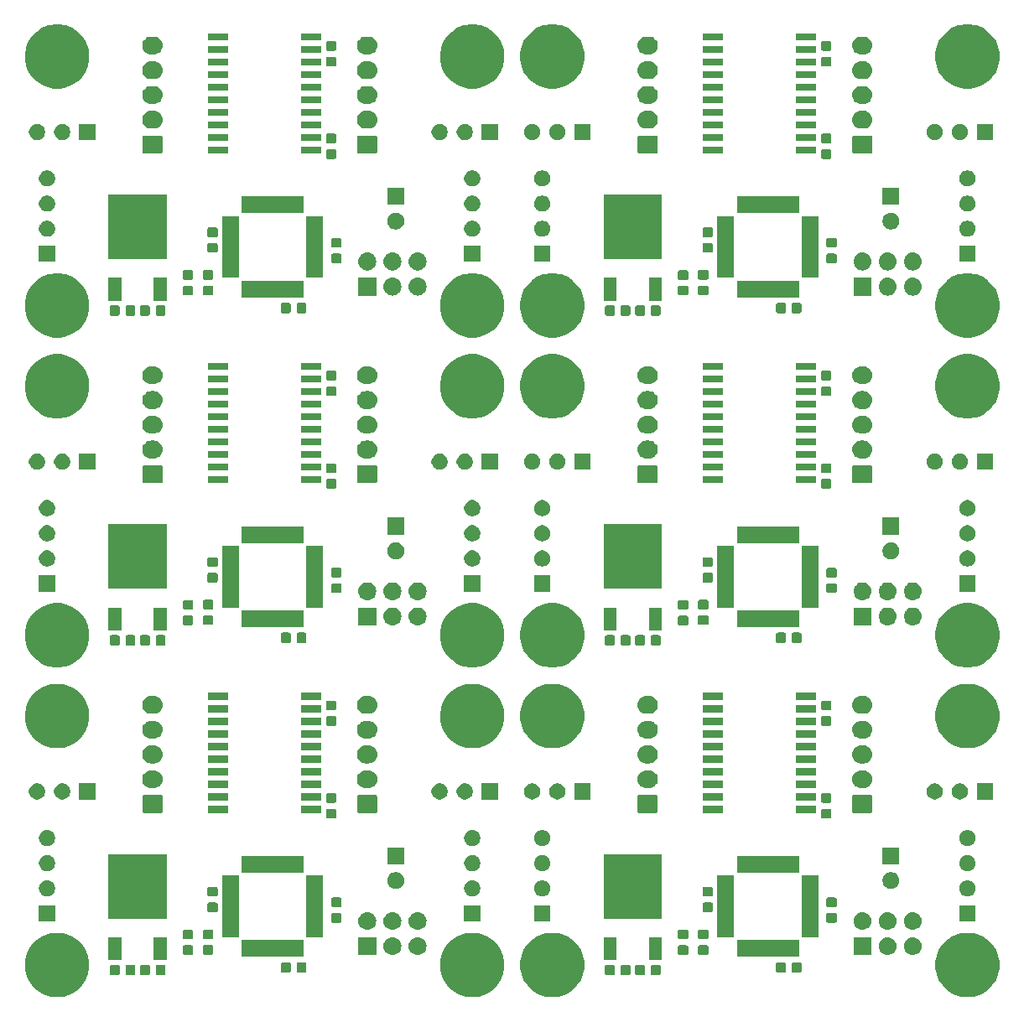
<source format=gbr>
G04 #@! TF.GenerationSoftware,KiCad,Pcbnew,(5.1.0-0)*
G04 #@! TF.CreationDate,2019-05-03T14:04:24-05:00*
G04 #@! TF.ProjectId,panelized,70616e65-6c69-47a6-9564-2e6b69636164,rev?*
G04 #@! TF.SameCoordinates,Original*
G04 #@! TF.FileFunction,Soldermask,Top*
G04 #@! TF.FilePolarity,Negative*
%FSLAX46Y46*%
G04 Gerber Fmt 4.6, Leading zero omitted, Abs format (unit mm)*
G04 Created by KiCad (PCBNEW (5.1.0-0)) date 2019-05-03 14:04:24*
%MOMM*%
%LPD*%
G04 APERTURE LIST*
%ADD10C,0.100000*%
G04 APERTURE END LIST*
D10*
G36*
X196595439Y-126021467D02*
G01*
X196909482Y-126083934D01*
X197501126Y-126329001D01*
X197882513Y-126583836D01*
X198003707Y-126664815D01*
X198033592Y-126684784D01*
X198486416Y-127137608D01*
X198842199Y-127670074D01*
X199087266Y-128261718D01*
X199212200Y-128889804D01*
X199212200Y-129530196D01*
X199087266Y-130158282D01*
X198842199Y-130749926D01*
X198486416Y-131282392D01*
X198033592Y-131735216D01*
X197501126Y-132090999D01*
X196909482Y-132336066D01*
X196595439Y-132398533D01*
X196281397Y-132461000D01*
X195641003Y-132461000D01*
X195326961Y-132398533D01*
X195012918Y-132336066D01*
X194421274Y-132090999D01*
X193888808Y-131735216D01*
X193435984Y-131282392D01*
X193080201Y-130749926D01*
X192835134Y-130158282D01*
X192710200Y-129530196D01*
X192710200Y-128889804D01*
X192835134Y-128261718D01*
X193080201Y-127670074D01*
X193435984Y-127137608D01*
X193888808Y-126684784D01*
X193918694Y-126664815D01*
X194039887Y-126583836D01*
X194421274Y-126329001D01*
X195012918Y-126083934D01*
X195326961Y-126021467D01*
X195641003Y-125959000D01*
X196281397Y-125959000D01*
X196595439Y-126021467D01*
X196595439Y-126021467D01*
G37*
G36*
X154685439Y-126021467D02*
G01*
X154999482Y-126083934D01*
X155591126Y-126329001D01*
X155972513Y-126583836D01*
X156093707Y-126664815D01*
X156123592Y-126684784D01*
X156576416Y-127137608D01*
X156932199Y-127670074D01*
X157177266Y-128261718D01*
X157302200Y-128889804D01*
X157302200Y-129530196D01*
X157177266Y-130158282D01*
X156932199Y-130749926D01*
X156576416Y-131282392D01*
X156123592Y-131735216D01*
X155591126Y-132090999D01*
X154999482Y-132336066D01*
X154685439Y-132398533D01*
X154371397Y-132461000D01*
X153731003Y-132461000D01*
X153416961Y-132398533D01*
X153102918Y-132336066D01*
X152511274Y-132090999D01*
X151978808Y-131735216D01*
X151525984Y-131282392D01*
X151170201Y-130749926D01*
X150925134Y-130158282D01*
X150800200Y-129530196D01*
X150800200Y-128889804D01*
X150925134Y-128261718D01*
X151170201Y-127670074D01*
X151525984Y-127137608D01*
X151978808Y-126684784D01*
X152008694Y-126664815D01*
X152129887Y-126583836D01*
X152511274Y-126329001D01*
X153102918Y-126083934D01*
X153416961Y-126021467D01*
X153731003Y-125959000D01*
X154371397Y-125959000D01*
X154685439Y-126021467D01*
X154685439Y-126021467D01*
G37*
G36*
X146608239Y-126021467D02*
G01*
X146922282Y-126083934D01*
X147513926Y-126329001D01*
X147895313Y-126583836D01*
X148016507Y-126664815D01*
X148046392Y-126684784D01*
X148499216Y-127137608D01*
X148854999Y-127670074D01*
X149100066Y-128261718D01*
X149225000Y-128889804D01*
X149225000Y-129530196D01*
X149100066Y-130158282D01*
X148854999Y-130749926D01*
X148499216Y-131282392D01*
X148046392Y-131735216D01*
X147513926Y-132090999D01*
X146922282Y-132336066D01*
X146608239Y-132398533D01*
X146294197Y-132461000D01*
X145653803Y-132461000D01*
X145339761Y-132398533D01*
X145025718Y-132336066D01*
X144434074Y-132090999D01*
X143901608Y-131735216D01*
X143448784Y-131282392D01*
X143093001Y-130749926D01*
X142847934Y-130158282D01*
X142723000Y-129530196D01*
X142723000Y-128889804D01*
X142847934Y-128261718D01*
X143093001Y-127670074D01*
X143448784Y-127137608D01*
X143901608Y-126684784D01*
X143931494Y-126664815D01*
X144052687Y-126583836D01*
X144434074Y-126329001D01*
X145025718Y-126083934D01*
X145339761Y-126021467D01*
X145653803Y-125959000D01*
X146294197Y-125959000D01*
X146608239Y-126021467D01*
X146608239Y-126021467D01*
G37*
G36*
X104698239Y-126021467D02*
G01*
X105012282Y-126083934D01*
X105603926Y-126329001D01*
X105985313Y-126583836D01*
X106106507Y-126664815D01*
X106136392Y-126684784D01*
X106589216Y-127137608D01*
X106944999Y-127670074D01*
X107190066Y-128261718D01*
X107315000Y-128889804D01*
X107315000Y-129530196D01*
X107190066Y-130158282D01*
X106944999Y-130749926D01*
X106589216Y-131282392D01*
X106136392Y-131735216D01*
X105603926Y-132090999D01*
X105012282Y-132336066D01*
X104698239Y-132398533D01*
X104384197Y-132461000D01*
X103743803Y-132461000D01*
X103429761Y-132398533D01*
X103115718Y-132336066D01*
X102524074Y-132090999D01*
X101991608Y-131735216D01*
X101538784Y-131282392D01*
X101183001Y-130749926D01*
X100937934Y-130158282D01*
X100813000Y-129530196D01*
X100813000Y-128889804D01*
X100937934Y-128261718D01*
X101183001Y-127670074D01*
X101538784Y-127137608D01*
X101991608Y-126684784D01*
X102021494Y-126664815D01*
X102142687Y-126583836D01*
X102524074Y-126329001D01*
X103115718Y-126083934D01*
X103429761Y-126021467D01*
X103743803Y-125959000D01*
X104384197Y-125959000D01*
X104698239Y-126021467D01*
X104698239Y-126021467D01*
G37*
G36*
X114845591Y-129196085D02*
G01*
X114879569Y-129206393D01*
X114910890Y-129223134D01*
X114938339Y-129245661D01*
X114960866Y-129273110D01*
X114977607Y-129304431D01*
X114987915Y-129338409D01*
X114992000Y-129379890D01*
X114992000Y-130056110D01*
X114987915Y-130097591D01*
X114977607Y-130131569D01*
X114960866Y-130162890D01*
X114938339Y-130190339D01*
X114910890Y-130212866D01*
X114879569Y-130229607D01*
X114845591Y-130239915D01*
X114804110Y-130244000D01*
X114202890Y-130244000D01*
X114161409Y-130239915D01*
X114127431Y-130229607D01*
X114096110Y-130212866D01*
X114068661Y-130190339D01*
X114046134Y-130162890D01*
X114029393Y-130131569D01*
X114019085Y-130097591D01*
X114015000Y-130056110D01*
X114015000Y-129379890D01*
X114019085Y-129338409D01*
X114029393Y-129304431D01*
X114046134Y-129273110D01*
X114068661Y-129245661D01*
X114096110Y-129223134D01*
X114127431Y-129206393D01*
X114161409Y-129196085D01*
X114202890Y-129192000D01*
X114804110Y-129192000D01*
X114845591Y-129196085D01*
X114845591Y-129196085D01*
G37*
G36*
X113270591Y-129196085D02*
G01*
X113304569Y-129206393D01*
X113335890Y-129223134D01*
X113363339Y-129245661D01*
X113385866Y-129273110D01*
X113402607Y-129304431D01*
X113412915Y-129338409D01*
X113417000Y-129379890D01*
X113417000Y-130056110D01*
X113412915Y-130097591D01*
X113402607Y-130131569D01*
X113385866Y-130162890D01*
X113363339Y-130190339D01*
X113335890Y-130212866D01*
X113304569Y-130229607D01*
X113270591Y-130239915D01*
X113229110Y-130244000D01*
X112627890Y-130244000D01*
X112586409Y-130239915D01*
X112552431Y-130229607D01*
X112521110Y-130212866D01*
X112493661Y-130190339D01*
X112471134Y-130162890D01*
X112454393Y-130131569D01*
X112444085Y-130097591D01*
X112440000Y-130056110D01*
X112440000Y-129379890D01*
X112444085Y-129338409D01*
X112454393Y-129304431D01*
X112471134Y-129273110D01*
X112493661Y-129245661D01*
X112521110Y-129223134D01*
X112552431Y-129206393D01*
X112586409Y-129196085D01*
X112627890Y-129192000D01*
X113229110Y-129192000D01*
X113270591Y-129196085D01*
X113270591Y-129196085D01*
G37*
G36*
X111797591Y-129196085D02*
G01*
X111831569Y-129206393D01*
X111862890Y-129223134D01*
X111890339Y-129245661D01*
X111912866Y-129273110D01*
X111929607Y-129304431D01*
X111939915Y-129338409D01*
X111944000Y-129379890D01*
X111944000Y-130056110D01*
X111939915Y-130097591D01*
X111929607Y-130131569D01*
X111912866Y-130162890D01*
X111890339Y-130190339D01*
X111862890Y-130212866D01*
X111831569Y-130229607D01*
X111797591Y-130239915D01*
X111756110Y-130244000D01*
X111154890Y-130244000D01*
X111113409Y-130239915D01*
X111079431Y-130229607D01*
X111048110Y-130212866D01*
X111020661Y-130190339D01*
X110998134Y-130162890D01*
X110981393Y-130131569D01*
X110971085Y-130097591D01*
X110967000Y-130056110D01*
X110967000Y-129379890D01*
X110971085Y-129338409D01*
X110981393Y-129304431D01*
X110998134Y-129273110D01*
X111020661Y-129245661D01*
X111048110Y-129223134D01*
X111079431Y-129206393D01*
X111113409Y-129196085D01*
X111154890Y-129192000D01*
X111756110Y-129192000D01*
X111797591Y-129196085D01*
X111797591Y-129196085D01*
G37*
G36*
X110222591Y-129196085D02*
G01*
X110256569Y-129206393D01*
X110287890Y-129223134D01*
X110315339Y-129245661D01*
X110337866Y-129273110D01*
X110354607Y-129304431D01*
X110364915Y-129338409D01*
X110369000Y-129379890D01*
X110369000Y-130056110D01*
X110364915Y-130097591D01*
X110354607Y-130131569D01*
X110337866Y-130162890D01*
X110315339Y-130190339D01*
X110287890Y-130212866D01*
X110256569Y-130229607D01*
X110222591Y-130239915D01*
X110181110Y-130244000D01*
X109579890Y-130244000D01*
X109538409Y-130239915D01*
X109504431Y-130229607D01*
X109473110Y-130212866D01*
X109445661Y-130190339D01*
X109423134Y-130162890D01*
X109406393Y-130131569D01*
X109396085Y-130097591D01*
X109392000Y-130056110D01*
X109392000Y-129379890D01*
X109396085Y-129338409D01*
X109406393Y-129304431D01*
X109423134Y-129273110D01*
X109445661Y-129245661D01*
X109473110Y-129223134D01*
X109504431Y-129206393D01*
X109538409Y-129196085D01*
X109579890Y-129192000D01*
X110181110Y-129192000D01*
X110222591Y-129196085D01*
X110222591Y-129196085D01*
G37*
G36*
X160209791Y-129196085D02*
G01*
X160243769Y-129206393D01*
X160275090Y-129223134D01*
X160302539Y-129245661D01*
X160325066Y-129273110D01*
X160341807Y-129304431D01*
X160352115Y-129338409D01*
X160356200Y-129379890D01*
X160356200Y-130056110D01*
X160352115Y-130097591D01*
X160341807Y-130131569D01*
X160325066Y-130162890D01*
X160302539Y-130190339D01*
X160275090Y-130212866D01*
X160243769Y-130229607D01*
X160209791Y-130239915D01*
X160168310Y-130244000D01*
X159567090Y-130244000D01*
X159525609Y-130239915D01*
X159491631Y-130229607D01*
X159460310Y-130212866D01*
X159432861Y-130190339D01*
X159410334Y-130162890D01*
X159393593Y-130131569D01*
X159383285Y-130097591D01*
X159379200Y-130056110D01*
X159379200Y-129379890D01*
X159383285Y-129338409D01*
X159393593Y-129304431D01*
X159410334Y-129273110D01*
X159432861Y-129245661D01*
X159460310Y-129223134D01*
X159491631Y-129206393D01*
X159525609Y-129196085D01*
X159567090Y-129192000D01*
X160168310Y-129192000D01*
X160209791Y-129196085D01*
X160209791Y-129196085D01*
G37*
G36*
X161784791Y-129196085D02*
G01*
X161818769Y-129206393D01*
X161850090Y-129223134D01*
X161877539Y-129245661D01*
X161900066Y-129273110D01*
X161916807Y-129304431D01*
X161927115Y-129338409D01*
X161931200Y-129379890D01*
X161931200Y-130056110D01*
X161927115Y-130097591D01*
X161916807Y-130131569D01*
X161900066Y-130162890D01*
X161877539Y-130190339D01*
X161850090Y-130212866D01*
X161818769Y-130229607D01*
X161784791Y-130239915D01*
X161743310Y-130244000D01*
X161142090Y-130244000D01*
X161100609Y-130239915D01*
X161066631Y-130229607D01*
X161035310Y-130212866D01*
X161007861Y-130190339D01*
X160985334Y-130162890D01*
X160968593Y-130131569D01*
X160958285Y-130097591D01*
X160954200Y-130056110D01*
X160954200Y-129379890D01*
X160958285Y-129338409D01*
X160968593Y-129304431D01*
X160985334Y-129273110D01*
X161007861Y-129245661D01*
X161035310Y-129223134D01*
X161066631Y-129206393D01*
X161100609Y-129196085D01*
X161142090Y-129192000D01*
X161743310Y-129192000D01*
X161784791Y-129196085D01*
X161784791Y-129196085D01*
G37*
G36*
X163257791Y-129196085D02*
G01*
X163291769Y-129206393D01*
X163323090Y-129223134D01*
X163350539Y-129245661D01*
X163373066Y-129273110D01*
X163389807Y-129304431D01*
X163400115Y-129338409D01*
X163404200Y-129379890D01*
X163404200Y-130056110D01*
X163400115Y-130097591D01*
X163389807Y-130131569D01*
X163373066Y-130162890D01*
X163350539Y-130190339D01*
X163323090Y-130212866D01*
X163291769Y-130229607D01*
X163257791Y-130239915D01*
X163216310Y-130244000D01*
X162615090Y-130244000D01*
X162573609Y-130239915D01*
X162539631Y-130229607D01*
X162508310Y-130212866D01*
X162480861Y-130190339D01*
X162458334Y-130162890D01*
X162441593Y-130131569D01*
X162431285Y-130097591D01*
X162427200Y-130056110D01*
X162427200Y-129379890D01*
X162431285Y-129338409D01*
X162441593Y-129304431D01*
X162458334Y-129273110D01*
X162480861Y-129245661D01*
X162508310Y-129223134D01*
X162539631Y-129206393D01*
X162573609Y-129196085D01*
X162615090Y-129192000D01*
X163216310Y-129192000D01*
X163257791Y-129196085D01*
X163257791Y-129196085D01*
G37*
G36*
X164832791Y-129196085D02*
G01*
X164866769Y-129206393D01*
X164898090Y-129223134D01*
X164925539Y-129245661D01*
X164948066Y-129273110D01*
X164964807Y-129304431D01*
X164975115Y-129338409D01*
X164979200Y-129379890D01*
X164979200Y-130056110D01*
X164975115Y-130097591D01*
X164964807Y-130131569D01*
X164948066Y-130162890D01*
X164925539Y-130190339D01*
X164898090Y-130212866D01*
X164866769Y-130229607D01*
X164832791Y-130239915D01*
X164791310Y-130244000D01*
X164190090Y-130244000D01*
X164148609Y-130239915D01*
X164114631Y-130229607D01*
X164083310Y-130212866D01*
X164055861Y-130190339D01*
X164033334Y-130162890D01*
X164016593Y-130131569D01*
X164006285Y-130097591D01*
X164002200Y-130056110D01*
X164002200Y-129379890D01*
X164006285Y-129338409D01*
X164016593Y-129304431D01*
X164033334Y-129273110D01*
X164055861Y-129245661D01*
X164083310Y-129223134D01*
X164114631Y-129206393D01*
X164148609Y-129196085D01*
X164190090Y-129192000D01*
X164791310Y-129192000D01*
X164832791Y-129196085D01*
X164832791Y-129196085D01*
G37*
G36*
X179056791Y-128942085D02*
G01*
X179090769Y-128952393D01*
X179122090Y-128969134D01*
X179149539Y-128991661D01*
X179172066Y-129019110D01*
X179188807Y-129050431D01*
X179199115Y-129084409D01*
X179203200Y-129125890D01*
X179203200Y-129802110D01*
X179199115Y-129843591D01*
X179188807Y-129877569D01*
X179172066Y-129908890D01*
X179149539Y-129936339D01*
X179122090Y-129958866D01*
X179090769Y-129975607D01*
X179056791Y-129985915D01*
X179015310Y-129990000D01*
X178414090Y-129990000D01*
X178372609Y-129985915D01*
X178338631Y-129975607D01*
X178307310Y-129958866D01*
X178279861Y-129936339D01*
X178257334Y-129908890D01*
X178240593Y-129877569D01*
X178230285Y-129843591D01*
X178226200Y-129802110D01*
X178226200Y-129125890D01*
X178230285Y-129084409D01*
X178240593Y-129050431D01*
X178257334Y-129019110D01*
X178279861Y-128991661D01*
X178307310Y-128969134D01*
X178338631Y-128952393D01*
X178372609Y-128942085D01*
X178414090Y-128938000D01*
X179015310Y-128938000D01*
X179056791Y-128942085D01*
X179056791Y-128942085D01*
G37*
G36*
X177481791Y-128942085D02*
G01*
X177515769Y-128952393D01*
X177547090Y-128969134D01*
X177574539Y-128991661D01*
X177597066Y-129019110D01*
X177613807Y-129050431D01*
X177624115Y-129084409D01*
X177628200Y-129125890D01*
X177628200Y-129802110D01*
X177624115Y-129843591D01*
X177613807Y-129877569D01*
X177597066Y-129908890D01*
X177574539Y-129936339D01*
X177547090Y-129958866D01*
X177515769Y-129975607D01*
X177481791Y-129985915D01*
X177440310Y-129990000D01*
X176839090Y-129990000D01*
X176797609Y-129985915D01*
X176763631Y-129975607D01*
X176732310Y-129958866D01*
X176704861Y-129936339D01*
X176682334Y-129908890D01*
X176665593Y-129877569D01*
X176655285Y-129843591D01*
X176651200Y-129802110D01*
X176651200Y-129125890D01*
X176655285Y-129084409D01*
X176665593Y-129050431D01*
X176682334Y-129019110D01*
X176704861Y-128991661D01*
X176732310Y-128969134D01*
X176763631Y-128952393D01*
X176797609Y-128942085D01*
X176839090Y-128938000D01*
X177440310Y-128938000D01*
X177481791Y-128942085D01*
X177481791Y-128942085D01*
G37*
G36*
X127494591Y-128942085D02*
G01*
X127528569Y-128952393D01*
X127559890Y-128969134D01*
X127587339Y-128991661D01*
X127609866Y-129019110D01*
X127626607Y-129050431D01*
X127636915Y-129084409D01*
X127641000Y-129125890D01*
X127641000Y-129802110D01*
X127636915Y-129843591D01*
X127626607Y-129877569D01*
X127609866Y-129908890D01*
X127587339Y-129936339D01*
X127559890Y-129958866D01*
X127528569Y-129975607D01*
X127494591Y-129985915D01*
X127453110Y-129990000D01*
X126851890Y-129990000D01*
X126810409Y-129985915D01*
X126776431Y-129975607D01*
X126745110Y-129958866D01*
X126717661Y-129936339D01*
X126695134Y-129908890D01*
X126678393Y-129877569D01*
X126668085Y-129843591D01*
X126664000Y-129802110D01*
X126664000Y-129125890D01*
X126668085Y-129084409D01*
X126678393Y-129050431D01*
X126695134Y-129019110D01*
X126717661Y-128991661D01*
X126745110Y-128969134D01*
X126776431Y-128952393D01*
X126810409Y-128942085D01*
X126851890Y-128938000D01*
X127453110Y-128938000D01*
X127494591Y-128942085D01*
X127494591Y-128942085D01*
G37*
G36*
X129069591Y-128942085D02*
G01*
X129103569Y-128952393D01*
X129134890Y-128969134D01*
X129162339Y-128991661D01*
X129184866Y-129019110D01*
X129201607Y-129050431D01*
X129211915Y-129084409D01*
X129216000Y-129125890D01*
X129216000Y-129802110D01*
X129211915Y-129843591D01*
X129201607Y-129877569D01*
X129184866Y-129908890D01*
X129162339Y-129936339D01*
X129134890Y-129958866D01*
X129103569Y-129975607D01*
X129069591Y-129985915D01*
X129028110Y-129990000D01*
X128426890Y-129990000D01*
X128385409Y-129985915D01*
X128351431Y-129975607D01*
X128320110Y-129958866D01*
X128292661Y-129936339D01*
X128270134Y-129908890D01*
X128253393Y-129877569D01*
X128243085Y-129843591D01*
X128239000Y-129802110D01*
X128239000Y-129125890D01*
X128243085Y-129084409D01*
X128253393Y-129050431D01*
X128270134Y-129019110D01*
X128292661Y-128991661D01*
X128320110Y-128969134D01*
X128351431Y-128952393D01*
X128385409Y-128942085D01*
X128426890Y-128938000D01*
X129028110Y-128938000D01*
X129069591Y-128942085D01*
X129069591Y-128942085D01*
G37*
G36*
X110563000Y-128719000D02*
G01*
X109261000Y-128719000D01*
X109261000Y-126417000D01*
X110563000Y-126417000D01*
X110563000Y-128719000D01*
X110563000Y-128719000D01*
G37*
G36*
X115123000Y-128719000D02*
G01*
X113821000Y-128719000D01*
X113821000Y-126417000D01*
X115123000Y-126417000D01*
X115123000Y-128719000D01*
X115123000Y-128719000D01*
G37*
G36*
X160550200Y-128719000D02*
G01*
X159248200Y-128719000D01*
X159248200Y-126417000D01*
X160550200Y-126417000D01*
X160550200Y-128719000D01*
X160550200Y-128719000D01*
G37*
G36*
X165110200Y-128719000D02*
G01*
X163808200Y-128719000D01*
X163808200Y-126417000D01*
X165110200Y-126417000D01*
X165110200Y-128719000D01*
X165110200Y-128719000D01*
G37*
G36*
X128958000Y-128393000D02*
G01*
X122706000Y-128393000D01*
X122706000Y-126691000D01*
X128958000Y-126691000D01*
X128958000Y-128393000D01*
X128958000Y-128393000D01*
G37*
G36*
X178945200Y-128393000D02*
G01*
X172693200Y-128393000D01*
X172693200Y-126691000D01*
X178945200Y-126691000D01*
X178945200Y-128393000D01*
X178945200Y-128393000D01*
G37*
G36*
X136283200Y-128206000D02*
G01*
X134481200Y-128206000D01*
X134481200Y-126404000D01*
X136283200Y-126404000D01*
X136283200Y-128206000D01*
X136283200Y-128206000D01*
G37*
G36*
X138032642Y-126410518D02*
G01*
X138098827Y-126417037D01*
X138268666Y-126468557D01*
X138425191Y-126552222D01*
X138448485Y-126571339D01*
X138562386Y-126664814D01*
X138645648Y-126766271D01*
X138674978Y-126802009D01*
X138758643Y-126958534D01*
X138810163Y-127128373D01*
X138827559Y-127305000D01*
X138810163Y-127481627D01*
X138758643Y-127651466D01*
X138674978Y-127807991D01*
X138645648Y-127843729D01*
X138562386Y-127945186D01*
X138462426Y-128027220D01*
X138425191Y-128057778D01*
X138425189Y-128057779D01*
X138292954Y-128128461D01*
X138268666Y-128141443D01*
X138098827Y-128192963D01*
X138032642Y-128199482D01*
X137966460Y-128206000D01*
X137877940Y-128206000D01*
X137811758Y-128199482D01*
X137745573Y-128192963D01*
X137575734Y-128141443D01*
X137551447Y-128128461D01*
X137419211Y-128057779D01*
X137419209Y-128057778D01*
X137381974Y-128027220D01*
X137282014Y-127945186D01*
X137198752Y-127843729D01*
X137169422Y-127807991D01*
X137085757Y-127651466D01*
X137034237Y-127481627D01*
X137016841Y-127305000D01*
X137034237Y-127128373D01*
X137085757Y-126958534D01*
X137169422Y-126802009D01*
X137198752Y-126766271D01*
X137282014Y-126664814D01*
X137395915Y-126571339D01*
X137419209Y-126552222D01*
X137575734Y-126468557D01*
X137745573Y-126417037D01*
X137811758Y-126410518D01*
X137877940Y-126404000D01*
X137966460Y-126404000D01*
X138032642Y-126410518D01*
X138032642Y-126410518D01*
G37*
G36*
X140572642Y-126410518D02*
G01*
X140638827Y-126417037D01*
X140808666Y-126468557D01*
X140965191Y-126552222D01*
X140988485Y-126571339D01*
X141102386Y-126664814D01*
X141185648Y-126766271D01*
X141214978Y-126802009D01*
X141298643Y-126958534D01*
X141350163Y-127128373D01*
X141367559Y-127305000D01*
X141350163Y-127481627D01*
X141298643Y-127651466D01*
X141214978Y-127807991D01*
X141185648Y-127843729D01*
X141102386Y-127945186D01*
X141002426Y-128027220D01*
X140965191Y-128057778D01*
X140965189Y-128057779D01*
X140832954Y-128128461D01*
X140808666Y-128141443D01*
X140638827Y-128192963D01*
X140572642Y-128199482D01*
X140506460Y-128206000D01*
X140417940Y-128206000D01*
X140351758Y-128199482D01*
X140285573Y-128192963D01*
X140115734Y-128141443D01*
X140091447Y-128128461D01*
X139959211Y-128057779D01*
X139959209Y-128057778D01*
X139921974Y-128027220D01*
X139822014Y-127945186D01*
X139738752Y-127843729D01*
X139709422Y-127807991D01*
X139625757Y-127651466D01*
X139574237Y-127481627D01*
X139556841Y-127305000D01*
X139574237Y-127128373D01*
X139625757Y-126958534D01*
X139709422Y-126802009D01*
X139738752Y-126766271D01*
X139822014Y-126664814D01*
X139935915Y-126571339D01*
X139959209Y-126552222D01*
X140115734Y-126468557D01*
X140285573Y-126417037D01*
X140351758Y-126410518D01*
X140417940Y-126404000D01*
X140506460Y-126404000D01*
X140572642Y-126410518D01*
X140572642Y-126410518D01*
G37*
G36*
X186270400Y-128206000D02*
G01*
X184468400Y-128206000D01*
X184468400Y-126404000D01*
X186270400Y-126404000D01*
X186270400Y-128206000D01*
X186270400Y-128206000D01*
G37*
G36*
X190559842Y-126410518D02*
G01*
X190626027Y-126417037D01*
X190795866Y-126468557D01*
X190952391Y-126552222D01*
X190975685Y-126571339D01*
X191089586Y-126664814D01*
X191172848Y-126766271D01*
X191202178Y-126802009D01*
X191285843Y-126958534D01*
X191337363Y-127128373D01*
X191354759Y-127305000D01*
X191337363Y-127481627D01*
X191285843Y-127651466D01*
X191202178Y-127807991D01*
X191172848Y-127843729D01*
X191089586Y-127945186D01*
X190989626Y-128027220D01*
X190952391Y-128057778D01*
X190952389Y-128057779D01*
X190820154Y-128128461D01*
X190795866Y-128141443D01*
X190626027Y-128192963D01*
X190559842Y-128199482D01*
X190493660Y-128206000D01*
X190405140Y-128206000D01*
X190338958Y-128199482D01*
X190272773Y-128192963D01*
X190102934Y-128141443D01*
X190078647Y-128128461D01*
X189946411Y-128057779D01*
X189946409Y-128057778D01*
X189909174Y-128027220D01*
X189809214Y-127945186D01*
X189725952Y-127843729D01*
X189696622Y-127807991D01*
X189612957Y-127651466D01*
X189561437Y-127481627D01*
X189544041Y-127305000D01*
X189561437Y-127128373D01*
X189612957Y-126958534D01*
X189696622Y-126802009D01*
X189725952Y-126766271D01*
X189809214Y-126664814D01*
X189923115Y-126571339D01*
X189946409Y-126552222D01*
X190102934Y-126468557D01*
X190272773Y-126417037D01*
X190338958Y-126410518D01*
X190405140Y-126404000D01*
X190493660Y-126404000D01*
X190559842Y-126410518D01*
X190559842Y-126410518D01*
G37*
G36*
X188019842Y-126410518D02*
G01*
X188086027Y-126417037D01*
X188255866Y-126468557D01*
X188412391Y-126552222D01*
X188435685Y-126571339D01*
X188549586Y-126664814D01*
X188632848Y-126766271D01*
X188662178Y-126802009D01*
X188745843Y-126958534D01*
X188797363Y-127128373D01*
X188814759Y-127305000D01*
X188797363Y-127481627D01*
X188745843Y-127651466D01*
X188662178Y-127807991D01*
X188632848Y-127843729D01*
X188549586Y-127945186D01*
X188449626Y-128027220D01*
X188412391Y-128057778D01*
X188412389Y-128057779D01*
X188280154Y-128128461D01*
X188255866Y-128141443D01*
X188086027Y-128192963D01*
X188019842Y-128199482D01*
X187953660Y-128206000D01*
X187865140Y-128206000D01*
X187798958Y-128199482D01*
X187732773Y-128192963D01*
X187562934Y-128141443D01*
X187538647Y-128128461D01*
X187406411Y-128057779D01*
X187406409Y-128057778D01*
X187369174Y-128027220D01*
X187269214Y-127945186D01*
X187185952Y-127843729D01*
X187156622Y-127807991D01*
X187072957Y-127651466D01*
X187021437Y-127481627D01*
X187004041Y-127305000D01*
X187021437Y-127128373D01*
X187072957Y-126958534D01*
X187156622Y-126802009D01*
X187185952Y-126766271D01*
X187269214Y-126664814D01*
X187383115Y-126571339D01*
X187406409Y-126552222D01*
X187562934Y-126468557D01*
X187732773Y-126417037D01*
X187798958Y-126410518D01*
X187865140Y-126404000D01*
X187953660Y-126404000D01*
X188019842Y-126410518D01*
X188019842Y-126410518D01*
G37*
G36*
X167638791Y-127227085D02*
G01*
X167672769Y-127237393D01*
X167704090Y-127254134D01*
X167731539Y-127276661D01*
X167754066Y-127304110D01*
X167770807Y-127335431D01*
X167781115Y-127369409D01*
X167785200Y-127410890D01*
X167785200Y-128012110D01*
X167781115Y-128053591D01*
X167770807Y-128087569D01*
X167754066Y-128118890D01*
X167731539Y-128146339D01*
X167704090Y-128168866D01*
X167672769Y-128185607D01*
X167638791Y-128195915D01*
X167597310Y-128200000D01*
X166921090Y-128200000D01*
X166879609Y-128195915D01*
X166845631Y-128185607D01*
X166814310Y-128168866D01*
X166786861Y-128146339D01*
X166764334Y-128118890D01*
X166747593Y-128087569D01*
X166737285Y-128053591D01*
X166733200Y-128012110D01*
X166733200Y-127410890D01*
X166737285Y-127369409D01*
X166747593Y-127335431D01*
X166764334Y-127304110D01*
X166786861Y-127276661D01*
X166814310Y-127254134D01*
X166845631Y-127237393D01*
X166879609Y-127227085D01*
X166921090Y-127223000D01*
X167597310Y-127223000D01*
X167638791Y-127227085D01*
X167638791Y-127227085D01*
G37*
G36*
X117651591Y-127227085D02*
G01*
X117685569Y-127237393D01*
X117716890Y-127254134D01*
X117744339Y-127276661D01*
X117766866Y-127304110D01*
X117783607Y-127335431D01*
X117793915Y-127369409D01*
X117798000Y-127410890D01*
X117798000Y-128012110D01*
X117793915Y-128053591D01*
X117783607Y-128087569D01*
X117766866Y-128118890D01*
X117744339Y-128146339D01*
X117716890Y-128168866D01*
X117685569Y-128185607D01*
X117651591Y-128195915D01*
X117610110Y-128200000D01*
X116933890Y-128200000D01*
X116892409Y-128195915D01*
X116858431Y-128185607D01*
X116827110Y-128168866D01*
X116799661Y-128146339D01*
X116777134Y-128118890D01*
X116760393Y-128087569D01*
X116750085Y-128053591D01*
X116746000Y-128012110D01*
X116746000Y-127410890D01*
X116750085Y-127369409D01*
X116760393Y-127335431D01*
X116777134Y-127304110D01*
X116799661Y-127276661D01*
X116827110Y-127254134D01*
X116858431Y-127237393D01*
X116892409Y-127227085D01*
X116933890Y-127223000D01*
X117610110Y-127223000D01*
X117651591Y-127227085D01*
X117651591Y-127227085D01*
G37*
G36*
X169670791Y-127205085D02*
G01*
X169704769Y-127215393D01*
X169736090Y-127232134D01*
X169763539Y-127254661D01*
X169786066Y-127282110D01*
X169802807Y-127313431D01*
X169813115Y-127347409D01*
X169817200Y-127388890D01*
X169817200Y-127990110D01*
X169813115Y-128031591D01*
X169802807Y-128065569D01*
X169786066Y-128096890D01*
X169763539Y-128124339D01*
X169736090Y-128146866D01*
X169704769Y-128163607D01*
X169670791Y-128173915D01*
X169629310Y-128178000D01*
X168953090Y-128178000D01*
X168911609Y-128173915D01*
X168877631Y-128163607D01*
X168846310Y-128146866D01*
X168818861Y-128124339D01*
X168796334Y-128096890D01*
X168779593Y-128065569D01*
X168769285Y-128031591D01*
X168765200Y-127990110D01*
X168765200Y-127388890D01*
X168769285Y-127347409D01*
X168779593Y-127313431D01*
X168796334Y-127282110D01*
X168818861Y-127254661D01*
X168846310Y-127232134D01*
X168877631Y-127215393D01*
X168911609Y-127205085D01*
X168953090Y-127201000D01*
X169629310Y-127201000D01*
X169670791Y-127205085D01*
X169670791Y-127205085D01*
G37*
G36*
X119683591Y-127205085D02*
G01*
X119717569Y-127215393D01*
X119748890Y-127232134D01*
X119776339Y-127254661D01*
X119798866Y-127282110D01*
X119815607Y-127313431D01*
X119825915Y-127347409D01*
X119830000Y-127388890D01*
X119830000Y-127990110D01*
X119825915Y-128031591D01*
X119815607Y-128065569D01*
X119798866Y-128096890D01*
X119776339Y-128124339D01*
X119748890Y-128146866D01*
X119717569Y-128163607D01*
X119683591Y-128173915D01*
X119642110Y-128178000D01*
X118965890Y-128178000D01*
X118924409Y-128173915D01*
X118890431Y-128163607D01*
X118859110Y-128146866D01*
X118831661Y-128124339D01*
X118809134Y-128096890D01*
X118792393Y-128065569D01*
X118782085Y-128031591D01*
X118778000Y-127990110D01*
X118778000Y-127388890D01*
X118782085Y-127347409D01*
X118792393Y-127313431D01*
X118809134Y-127282110D01*
X118831661Y-127254661D01*
X118859110Y-127232134D01*
X118890431Y-127215393D01*
X118924409Y-127205085D01*
X118965890Y-127201000D01*
X119642110Y-127201000D01*
X119683591Y-127205085D01*
X119683591Y-127205085D01*
G37*
G36*
X167638791Y-125652085D02*
G01*
X167672769Y-125662393D01*
X167704090Y-125679134D01*
X167731539Y-125701661D01*
X167754066Y-125729110D01*
X167770807Y-125760431D01*
X167781115Y-125794409D01*
X167785200Y-125835890D01*
X167785200Y-126437110D01*
X167781115Y-126478591D01*
X167770807Y-126512569D01*
X167754066Y-126543890D01*
X167731539Y-126571339D01*
X167704090Y-126593866D01*
X167672769Y-126610607D01*
X167638791Y-126620915D01*
X167597310Y-126625000D01*
X166921090Y-126625000D01*
X166879609Y-126620915D01*
X166845631Y-126610607D01*
X166814310Y-126593866D01*
X166786861Y-126571339D01*
X166764334Y-126543890D01*
X166747593Y-126512569D01*
X166737285Y-126478591D01*
X166733200Y-126437110D01*
X166733200Y-125835890D01*
X166737285Y-125794409D01*
X166747593Y-125760431D01*
X166764334Y-125729110D01*
X166786861Y-125701661D01*
X166814310Y-125679134D01*
X166845631Y-125662393D01*
X166879609Y-125652085D01*
X166921090Y-125648000D01*
X167597310Y-125648000D01*
X167638791Y-125652085D01*
X167638791Y-125652085D01*
G37*
G36*
X117651591Y-125652085D02*
G01*
X117685569Y-125662393D01*
X117716890Y-125679134D01*
X117744339Y-125701661D01*
X117766866Y-125729110D01*
X117783607Y-125760431D01*
X117793915Y-125794409D01*
X117798000Y-125835890D01*
X117798000Y-126437110D01*
X117793915Y-126478591D01*
X117783607Y-126512569D01*
X117766866Y-126543890D01*
X117744339Y-126571339D01*
X117716890Y-126593866D01*
X117685569Y-126610607D01*
X117651591Y-126620915D01*
X117610110Y-126625000D01*
X116933890Y-126625000D01*
X116892409Y-126620915D01*
X116858431Y-126610607D01*
X116827110Y-126593866D01*
X116799661Y-126571339D01*
X116777134Y-126543890D01*
X116760393Y-126512569D01*
X116750085Y-126478591D01*
X116746000Y-126437110D01*
X116746000Y-125835890D01*
X116750085Y-125794409D01*
X116760393Y-125760431D01*
X116777134Y-125729110D01*
X116799661Y-125701661D01*
X116827110Y-125679134D01*
X116858431Y-125662393D01*
X116892409Y-125652085D01*
X116933890Y-125648000D01*
X117610110Y-125648000D01*
X117651591Y-125652085D01*
X117651591Y-125652085D01*
G37*
G36*
X169670791Y-125630085D02*
G01*
X169704769Y-125640393D01*
X169736090Y-125657134D01*
X169763539Y-125679661D01*
X169786066Y-125707110D01*
X169802807Y-125738431D01*
X169813115Y-125772409D01*
X169817200Y-125813890D01*
X169817200Y-126415110D01*
X169813115Y-126456591D01*
X169802807Y-126490569D01*
X169786066Y-126521890D01*
X169763539Y-126549339D01*
X169736090Y-126571866D01*
X169704769Y-126588607D01*
X169670791Y-126598915D01*
X169629310Y-126603000D01*
X168953090Y-126603000D01*
X168911609Y-126598915D01*
X168877631Y-126588607D01*
X168846310Y-126571866D01*
X168818861Y-126549339D01*
X168796334Y-126521890D01*
X168779593Y-126490569D01*
X168769285Y-126456591D01*
X168765200Y-126415110D01*
X168765200Y-125813890D01*
X168769285Y-125772409D01*
X168779593Y-125738431D01*
X168796334Y-125707110D01*
X168818861Y-125679661D01*
X168846310Y-125657134D01*
X168877631Y-125640393D01*
X168911609Y-125630085D01*
X168953090Y-125626000D01*
X169629310Y-125626000D01*
X169670791Y-125630085D01*
X169670791Y-125630085D01*
G37*
G36*
X119683591Y-125630085D02*
G01*
X119717569Y-125640393D01*
X119748890Y-125657134D01*
X119776339Y-125679661D01*
X119798866Y-125707110D01*
X119815607Y-125738431D01*
X119825915Y-125772409D01*
X119830000Y-125813890D01*
X119830000Y-126415110D01*
X119825915Y-126456591D01*
X119815607Y-126490569D01*
X119798866Y-126521890D01*
X119776339Y-126549339D01*
X119748890Y-126571866D01*
X119717569Y-126588607D01*
X119683591Y-126598915D01*
X119642110Y-126603000D01*
X118965890Y-126603000D01*
X118924409Y-126598915D01*
X118890431Y-126588607D01*
X118859110Y-126571866D01*
X118831661Y-126549339D01*
X118809134Y-126521890D01*
X118792393Y-126490569D01*
X118782085Y-126456591D01*
X118778000Y-126415110D01*
X118778000Y-125813890D01*
X118782085Y-125772409D01*
X118792393Y-125738431D01*
X118809134Y-125707110D01*
X118831661Y-125679661D01*
X118859110Y-125657134D01*
X118890431Y-125640393D01*
X118924409Y-125630085D01*
X118965890Y-125626000D01*
X119642110Y-125626000D01*
X119683591Y-125630085D01*
X119683591Y-125630085D01*
G37*
G36*
X130933000Y-126418000D02*
G01*
X129231000Y-126418000D01*
X129231000Y-120166000D01*
X130933000Y-120166000D01*
X130933000Y-126418000D01*
X130933000Y-126418000D01*
G37*
G36*
X122433000Y-126418000D02*
G01*
X120731000Y-126418000D01*
X120731000Y-120166000D01*
X122433000Y-120166000D01*
X122433000Y-126418000D01*
X122433000Y-126418000D01*
G37*
G36*
X180920200Y-126418000D02*
G01*
X179218200Y-126418000D01*
X179218200Y-120166000D01*
X180920200Y-120166000D01*
X180920200Y-126418000D01*
X180920200Y-126418000D01*
G37*
G36*
X172420200Y-126418000D02*
G01*
X170718200Y-126418000D01*
X170718200Y-120166000D01*
X172420200Y-120166000D01*
X172420200Y-126418000D01*
X172420200Y-126418000D01*
G37*
G36*
X188019843Y-123870519D02*
G01*
X188086027Y-123877037D01*
X188255866Y-123928557D01*
X188412391Y-124012222D01*
X188448129Y-124041552D01*
X188549586Y-124124814D01*
X188624460Y-124216050D01*
X188662178Y-124262009D01*
X188745843Y-124418534D01*
X188797363Y-124588373D01*
X188814759Y-124765000D01*
X188797363Y-124941627D01*
X188745843Y-125111466D01*
X188662178Y-125267991D01*
X188632848Y-125303729D01*
X188549586Y-125405186D01*
X188448129Y-125488448D01*
X188412391Y-125517778D01*
X188255866Y-125601443D01*
X188086027Y-125652963D01*
X188043677Y-125657134D01*
X187953660Y-125666000D01*
X187865140Y-125666000D01*
X187775123Y-125657134D01*
X187732773Y-125652963D01*
X187562934Y-125601443D01*
X187406409Y-125517778D01*
X187370671Y-125488448D01*
X187269214Y-125405186D01*
X187185952Y-125303729D01*
X187156622Y-125267991D01*
X187072957Y-125111466D01*
X187021437Y-124941627D01*
X187004041Y-124765000D01*
X187021437Y-124588373D01*
X187072957Y-124418534D01*
X187156622Y-124262009D01*
X187194340Y-124216050D01*
X187269214Y-124124814D01*
X187370671Y-124041552D01*
X187406409Y-124012222D01*
X187562934Y-123928557D01*
X187732773Y-123877037D01*
X187798957Y-123870519D01*
X187865140Y-123864000D01*
X187953660Y-123864000D01*
X188019843Y-123870519D01*
X188019843Y-123870519D01*
G37*
G36*
X138032643Y-123870519D02*
G01*
X138098827Y-123877037D01*
X138268666Y-123928557D01*
X138425191Y-124012222D01*
X138460929Y-124041552D01*
X138562386Y-124124814D01*
X138637260Y-124216050D01*
X138674978Y-124262009D01*
X138758643Y-124418534D01*
X138810163Y-124588373D01*
X138827559Y-124765000D01*
X138810163Y-124941627D01*
X138758643Y-125111466D01*
X138674978Y-125267991D01*
X138645648Y-125303729D01*
X138562386Y-125405186D01*
X138460929Y-125488448D01*
X138425191Y-125517778D01*
X138268666Y-125601443D01*
X138098827Y-125652963D01*
X138056477Y-125657134D01*
X137966460Y-125666000D01*
X137877940Y-125666000D01*
X137787923Y-125657134D01*
X137745573Y-125652963D01*
X137575734Y-125601443D01*
X137419209Y-125517778D01*
X137383471Y-125488448D01*
X137282014Y-125405186D01*
X137198752Y-125303729D01*
X137169422Y-125267991D01*
X137085757Y-125111466D01*
X137034237Y-124941627D01*
X137016841Y-124765000D01*
X137034237Y-124588373D01*
X137085757Y-124418534D01*
X137169422Y-124262009D01*
X137207140Y-124216050D01*
X137282014Y-124124814D01*
X137383471Y-124041552D01*
X137419209Y-124012222D01*
X137575734Y-123928557D01*
X137745573Y-123877037D01*
X137811757Y-123870519D01*
X137877940Y-123864000D01*
X137966460Y-123864000D01*
X138032643Y-123870519D01*
X138032643Y-123870519D01*
G37*
G36*
X185479843Y-123870519D02*
G01*
X185546027Y-123877037D01*
X185715866Y-123928557D01*
X185872391Y-124012222D01*
X185908129Y-124041552D01*
X186009586Y-124124814D01*
X186084460Y-124216050D01*
X186122178Y-124262009D01*
X186205843Y-124418534D01*
X186257363Y-124588373D01*
X186274759Y-124765000D01*
X186257363Y-124941627D01*
X186205843Y-125111466D01*
X186122178Y-125267991D01*
X186092848Y-125303729D01*
X186009586Y-125405186D01*
X185908129Y-125488448D01*
X185872391Y-125517778D01*
X185715866Y-125601443D01*
X185546027Y-125652963D01*
X185503677Y-125657134D01*
X185413660Y-125666000D01*
X185325140Y-125666000D01*
X185235123Y-125657134D01*
X185192773Y-125652963D01*
X185022934Y-125601443D01*
X184866409Y-125517778D01*
X184830671Y-125488448D01*
X184729214Y-125405186D01*
X184645952Y-125303729D01*
X184616622Y-125267991D01*
X184532957Y-125111466D01*
X184481437Y-124941627D01*
X184464041Y-124765000D01*
X184481437Y-124588373D01*
X184532957Y-124418534D01*
X184616622Y-124262009D01*
X184654340Y-124216050D01*
X184729214Y-124124814D01*
X184830671Y-124041552D01*
X184866409Y-124012222D01*
X185022934Y-123928557D01*
X185192773Y-123877037D01*
X185258957Y-123870519D01*
X185325140Y-123864000D01*
X185413660Y-123864000D01*
X185479843Y-123870519D01*
X185479843Y-123870519D01*
G37*
G36*
X140572643Y-123870519D02*
G01*
X140638827Y-123877037D01*
X140808666Y-123928557D01*
X140965191Y-124012222D01*
X141000929Y-124041552D01*
X141102386Y-124124814D01*
X141177260Y-124216050D01*
X141214978Y-124262009D01*
X141298643Y-124418534D01*
X141350163Y-124588373D01*
X141367559Y-124765000D01*
X141350163Y-124941627D01*
X141298643Y-125111466D01*
X141214978Y-125267991D01*
X141185648Y-125303729D01*
X141102386Y-125405186D01*
X141000929Y-125488448D01*
X140965191Y-125517778D01*
X140808666Y-125601443D01*
X140638827Y-125652963D01*
X140596477Y-125657134D01*
X140506460Y-125666000D01*
X140417940Y-125666000D01*
X140327923Y-125657134D01*
X140285573Y-125652963D01*
X140115734Y-125601443D01*
X139959209Y-125517778D01*
X139923471Y-125488448D01*
X139822014Y-125405186D01*
X139738752Y-125303729D01*
X139709422Y-125267991D01*
X139625757Y-125111466D01*
X139574237Y-124941627D01*
X139556841Y-124765000D01*
X139574237Y-124588373D01*
X139625757Y-124418534D01*
X139709422Y-124262009D01*
X139747140Y-124216050D01*
X139822014Y-124124814D01*
X139923471Y-124041552D01*
X139959209Y-124012222D01*
X140115734Y-123928557D01*
X140285573Y-123877037D01*
X140351757Y-123870519D01*
X140417940Y-123864000D01*
X140506460Y-123864000D01*
X140572643Y-123870519D01*
X140572643Y-123870519D01*
G37*
G36*
X135492643Y-123870519D02*
G01*
X135558827Y-123877037D01*
X135728666Y-123928557D01*
X135885191Y-124012222D01*
X135920929Y-124041552D01*
X136022386Y-124124814D01*
X136097260Y-124216050D01*
X136134978Y-124262009D01*
X136218643Y-124418534D01*
X136270163Y-124588373D01*
X136287559Y-124765000D01*
X136270163Y-124941627D01*
X136218643Y-125111466D01*
X136134978Y-125267991D01*
X136105648Y-125303729D01*
X136022386Y-125405186D01*
X135920929Y-125488448D01*
X135885191Y-125517778D01*
X135728666Y-125601443D01*
X135558827Y-125652963D01*
X135516477Y-125657134D01*
X135426460Y-125666000D01*
X135337940Y-125666000D01*
X135247923Y-125657134D01*
X135205573Y-125652963D01*
X135035734Y-125601443D01*
X134879209Y-125517778D01*
X134843471Y-125488448D01*
X134742014Y-125405186D01*
X134658752Y-125303729D01*
X134629422Y-125267991D01*
X134545757Y-125111466D01*
X134494237Y-124941627D01*
X134476841Y-124765000D01*
X134494237Y-124588373D01*
X134545757Y-124418534D01*
X134629422Y-124262009D01*
X134667140Y-124216050D01*
X134742014Y-124124814D01*
X134843471Y-124041552D01*
X134879209Y-124012222D01*
X135035734Y-123928557D01*
X135205573Y-123877037D01*
X135271757Y-123870519D01*
X135337940Y-123864000D01*
X135426460Y-123864000D01*
X135492643Y-123870519D01*
X135492643Y-123870519D01*
G37*
G36*
X190559843Y-123870519D02*
G01*
X190626027Y-123877037D01*
X190795866Y-123928557D01*
X190952391Y-124012222D01*
X190988129Y-124041552D01*
X191089586Y-124124814D01*
X191164460Y-124216050D01*
X191202178Y-124262009D01*
X191285843Y-124418534D01*
X191337363Y-124588373D01*
X191354759Y-124765000D01*
X191337363Y-124941627D01*
X191285843Y-125111466D01*
X191202178Y-125267991D01*
X191172848Y-125303729D01*
X191089586Y-125405186D01*
X190988129Y-125488448D01*
X190952391Y-125517778D01*
X190795866Y-125601443D01*
X190626027Y-125652963D01*
X190583677Y-125657134D01*
X190493660Y-125666000D01*
X190405140Y-125666000D01*
X190315123Y-125657134D01*
X190272773Y-125652963D01*
X190102934Y-125601443D01*
X189946409Y-125517778D01*
X189910671Y-125488448D01*
X189809214Y-125405186D01*
X189725952Y-125303729D01*
X189696622Y-125267991D01*
X189612957Y-125111466D01*
X189561437Y-124941627D01*
X189544041Y-124765000D01*
X189561437Y-124588373D01*
X189612957Y-124418534D01*
X189696622Y-124262009D01*
X189734340Y-124216050D01*
X189809214Y-124124814D01*
X189910671Y-124041552D01*
X189946409Y-124012222D01*
X190102934Y-123928557D01*
X190272773Y-123877037D01*
X190338957Y-123870519D01*
X190405140Y-123864000D01*
X190493660Y-123864000D01*
X190559843Y-123870519D01*
X190559843Y-123870519D01*
G37*
G36*
X132637591Y-123975885D02*
G01*
X132671569Y-123986193D01*
X132702890Y-124002934D01*
X132730339Y-124025461D01*
X132752866Y-124052910D01*
X132769607Y-124084231D01*
X132779915Y-124118209D01*
X132784000Y-124159690D01*
X132784000Y-124760910D01*
X132779915Y-124802391D01*
X132769607Y-124836369D01*
X132752866Y-124867690D01*
X132730339Y-124895139D01*
X132702890Y-124917666D01*
X132671569Y-124934407D01*
X132637591Y-124944715D01*
X132596110Y-124948800D01*
X131919890Y-124948800D01*
X131878409Y-124944715D01*
X131844431Y-124934407D01*
X131813110Y-124917666D01*
X131785661Y-124895139D01*
X131763134Y-124867690D01*
X131746393Y-124836369D01*
X131736085Y-124802391D01*
X131732000Y-124760910D01*
X131732000Y-124159690D01*
X131736085Y-124118209D01*
X131746393Y-124084231D01*
X131763134Y-124052910D01*
X131785661Y-124025461D01*
X131813110Y-124002934D01*
X131844431Y-123986193D01*
X131878409Y-123975885D01*
X131919890Y-123971800D01*
X132596110Y-123971800D01*
X132637591Y-123975885D01*
X132637591Y-123975885D01*
G37*
G36*
X182624791Y-123975885D02*
G01*
X182658769Y-123986193D01*
X182690090Y-124002934D01*
X182717539Y-124025461D01*
X182740066Y-124052910D01*
X182756807Y-124084231D01*
X182767115Y-124118209D01*
X182771200Y-124159690D01*
X182771200Y-124760910D01*
X182767115Y-124802391D01*
X182756807Y-124836369D01*
X182740066Y-124867690D01*
X182717539Y-124895139D01*
X182690090Y-124917666D01*
X182658769Y-124934407D01*
X182624791Y-124944715D01*
X182583310Y-124948800D01*
X181907090Y-124948800D01*
X181865609Y-124944715D01*
X181831631Y-124934407D01*
X181800310Y-124917666D01*
X181772861Y-124895139D01*
X181750334Y-124867690D01*
X181733593Y-124836369D01*
X181723285Y-124802391D01*
X181719200Y-124760910D01*
X181719200Y-124159690D01*
X181723285Y-124118209D01*
X181733593Y-124084231D01*
X181750334Y-124052910D01*
X181772861Y-124025461D01*
X181800310Y-124002934D01*
X181831631Y-123986193D01*
X181865609Y-123975885D01*
X181907090Y-123971800D01*
X182583310Y-123971800D01*
X182624791Y-123975885D01*
X182624791Y-123975885D01*
G37*
G36*
X196777200Y-124816000D02*
G01*
X195145200Y-124816000D01*
X195145200Y-123184000D01*
X196777200Y-123184000D01*
X196777200Y-124816000D01*
X196777200Y-124816000D01*
G37*
G36*
X153851200Y-124816000D02*
G01*
X152219200Y-124816000D01*
X152219200Y-123184000D01*
X153851200Y-123184000D01*
X153851200Y-124816000D01*
X153851200Y-124816000D01*
G37*
G36*
X103864000Y-124816000D02*
G01*
X102232000Y-124816000D01*
X102232000Y-123184000D01*
X103864000Y-123184000D01*
X103864000Y-124816000D01*
X103864000Y-124816000D01*
G37*
G36*
X146790000Y-124816000D02*
G01*
X145158000Y-124816000D01*
X145158000Y-123184000D01*
X146790000Y-123184000D01*
X146790000Y-124816000D01*
X146790000Y-124816000D01*
G37*
G36*
X165130200Y-124519000D02*
G01*
X159228200Y-124519000D01*
X159228200Y-118017000D01*
X165130200Y-118017000D01*
X165130200Y-124519000D01*
X165130200Y-124519000D01*
G37*
G36*
X115143000Y-124519000D02*
G01*
X109241000Y-124519000D01*
X109241000Y-118017000D01*
X115143000Y-118017000D01*
X115143000Y-124519000D01*
X115143000Y-124519000D01*
G37*
G36*
X170116791Y-122909085D02*
G01*
X170150769Y-122919393D01*
X170182090Y-122936134D01*
X170209539Y-122958661D01*
X170232066Y-122986110D01*
X170248807Y-123017431D01*
X170259115Y-123051409D01*
X170263200Y-123092890D01*
X170263200Y-123694110D01*
X170259115Y-123735591D01*
X170248807Y-123769569D01*
X170232066Y-123800890D01*
X170209539Y-123828339D01*
X170182090Y-123850866D01*
X170150769Y-123867607D01*
X170116791Y-123877915D01*
X170075310Y-123882000D01*
X169399090Y-123882000D01*
X169357609Y-123877915D01*
X169323631Y-123867607D01*
X169292310Y-123850866D01*
X169264861Y-123828339D01*
X169242334Y-123800890D01*
X169225593Y-123769569D01*
X169215285Y-123735591D01*
X169211200Y-123694110D01*
X169211200Y-123092890D01*
X169215285Y-123051409D01*
X169225593Y-123017431D01*
X169242334Y-122986110D01*
X169264861Y-122958661D01*
X169292310Y-122936134D01*
X169323631Y-122919393D01*
X169357609Y-122909085D01*
X169399090Y-122905000D01*
X170075310Y-122905000D01*
X170116791Y-122909085D01*
X170116791Y-122909085D01*
G37*
G36*
X120129591Y-122909085D02*
G01*
X120163569Y-122919393D01*
X120194890Y-122936134D01*
X120222339Y-122958661D01*
X120244866Y-122986110D01*
X120261607Y-123017431D01*
X120271915Y-123051409D01*
X120276000Y-123092890D01*
X120276000Y-123694110D01*
X120271915Y-123735591D01*
X120261607Y-123769569D01*
X120244866Y-123800890D01*
X120222339Y-123828339D01*
X120194890Y-123850866D01*
X120163569Y-123867607D01*
X120129591Y-123877915D01*
X120088110Y-123882000D01*
X119411890Y-123882000D01*
X119370409Y-123877915D01*
X119336431Y-123867607D01*
X119305110Y-123850866D01*
X119277661Y-123828339D01*
X119255134Y-123800890D01*
X119238393Y-123769569D01*
X119228085Y-123735591D01*
X119224000Y-123694110D01*
X119224000Y-123092890D01*
X119228085Y-123051409D01*
X119238393Y-123017431D01*
X119255134Y-122986110D01*
X119277661Y-122958661D01*
X119305110Y-122936134D01*
X119336431Y-122919393D01*
X119370409Y-122909085D01*
X119411890Y-122905000D01*
X120088110Y-122905000D01*
X120129591Y-122909085D01*
X120129591Y-122909085D01*
G37*
G36*
X182624791Y-122400885D02*
G01*
X182658769Y-122411193D01*
X182690090Y-122427934D01*
X182717539Y-122450461D01*
X182740066Y-122477910D01*
X182756807Y-122509231D01*
X182767115Y-122543209D01*
X182771200Y-122584690D01*
X182771200Y-123185910D01*
X182767115Y-123227391D01*
X182756807Y-123261369D01*
X182740066Y-123292690D01*
X182717539Y-123320139D01*
X182690090Y-123342666D01*
X182658769Y-123359407D01*
X182624791Y-123369715D01*
X182583310Y-123373800D01*
X181907090Y-123373800D01*
X181865609Y-123369715D01*
X181831631Y-123359407D01*
X181800310Y-123342666D01*
X181772861Y-123320139D01*
X181750334Y-123292690D01*
X181733593Y-123261369D01*
X181723285Y-123227391D01*
X181719200Y-123185910D01*
X181719200Y-122584690D01*
X181723285Y-122543209D01*
X181733593Y-122509231D01*
X181750334Y-122477910D01*
X181772861Y-122450461D01*
X181800310Y-122427934D01*
X181831631Y-122411193D01*
X181865609Y-122400885D01*
X181907090Y-122396800D01*
X182583310Y-122396800D01*
X182624791Y-122400885D01*
X182624791Y-122400885D01*
G37*
G36*
X132637591Y-122400885D02*
G01*
X132671569Y-122411193D01*
X132702890Y-122427934D01*
X132730339Y-122450461D01*
X132752866Y-122477910D01*
X132769607Y-122509231D01*
X132779915Y-122543209D01*
X132784000Y-122584690D01*
X132784000Y-123185910D01*
X132779915Y-123227391D01*
X132769607Y-123261369D01*
X132752866Y-123292690D01*
X132730339Y-123320139D01*
X132702890Y-123342666D01*
X132671569Y-123359407D01*
X132637591Y-123369715D01*
X132596110Y-123373800D01*
X131919890Y-123373800D01*
X131878409Y-123369715D01*
X131844431Y-123359407D01*
X131813110Y-123342666D01*
X131785661Y-123320139D01*
X131763134Y-123292690D01*
X131746393Y-123261369D01*
X131736085Y-123227391D01*
X131732000Y-123185910D01*
X131732000Y-122584690D01*
X131736085Y-122543209D01*
X131746393Y-122509231D01*
X131763134Y-122477910D01*
X131785661Y-122450461D01*
X131813110Y-122427934D01*
X131844431Y-122411193D01*
X131878409Y-122400885D01*
X131919890Y-122396800D01*
X132596110Y-122396800D01*
X132637591Y-122400885D01*
X132637591Y-122400885D01*
G37*
G36*
X120129591Y-121334085D02*
G01*
X120163569Y-121344393D01*
X120194890Y-121361134D01*
X120222339Y-121383661D01*
X120244866Y-121411110D01*
X120261607Y-121442431D01*
X120271915Y-121476409D01*
X120276000Y-121517890D01*
X120276000Y-122119110D01*
X120271915Y-122160591D01*
X120261607Y-122194569D01*
X120244866Y-122225890D01*
X120222339Y-122253339D01*
X120194890Y-122275866D01*
X120163569Y-122292607D01*
X120129591Y-122302915D01*
X120088110Y-122307000D01*
X119411890Y-122307000D01*
X119370409Y-122302915D01*
X119336431Y-122292607D01*
X119305110Y-122275866D01*
X119277661Y-122253339D01*
X119255134Y-122225890D01*
X119238393Y-122194569D01*
X119228085Y-122160591D01*
X119224000Y-122119110D01*
X119224000Y-121517890D01*
X119228085Y-121476409D01*
X119238393Y-121442431D01*
X119255134Y-121411110D01*
X119277661Y-121383661D01*
X119305110Y-121361134D01*
X119336431Y-121344393D01*
X119370409Y-121334085D01*
X119411890Y-121330000D01*
X120088110Y-121330000D01*
X120129591Y-121334085D01*
X120129591Y-121334085D01*
G37*
G36*
X170116791Y-121334085D02*
G01*
X170150769Y-121344393D01*
X170182090Y-121361134D01*
X170209539Y-121383661D01*
X170232066Y-121411110D01*
X170248807Y-121442431D01*
X170259115Y-121476409D01*
X170263200Y-121517890D01*
X170263200Y-122119110D01*
X170259115Y-122160591D01*
X170248807Y-122194569D01*
X170232066Y-122225890D01*
X170209539Y-122253339D01*
X170182090Y-122275866D01*
X170150769Y-122292607D01*
X170116791Y-122302915D01*
X170075310Y-122307000D01*
X169399090Y-122307000D01*
X169357609Y-122302915D01*
X169323631Y-122292607D01*
X169292310Y-122275866D01*
X169264861Y-122253339D01*
X169242334Y-122225890D01*
X169225593Y-122194569D01*
X169215285Y-122160591D01*
X169211200Y-122119110D01*
X169211200Y-121517890D01*
X169215285Y-121476409D01*
X169225593Y-121442431D01*
X169242334Y-121411110D01*
X169264861Y-121383661D01*
X169292310Y-121361134D01*
X169323631Y-121344393D01*
X169357609Y-121334085D01*
X169399090Y-121330000D01*
X170075310Y-121330000D01*
X170116791Y-121334085D01*
X170116791Y-121334085D01*
G37*
G36*
X146212017Y-120675358D02*
G01*
X146286270Y-120706115D01*
X146360521Y-120736870D01*
X146360522Y-120736871D01*
X146494167Y-120826169D01*
X146607831Y-120939833D01*
X146674804Y-121040067D01*
X146697130Y-121073479D01*
X146703766Y-121089500D01*
X146758642Y-121221983D01*
X146790000Y-121379630D01*
X146790000Y-121540370D01*
X146758642Y-121698017D01*
X146730482Y-121766000D01*
X146697130Y-121846521D01*
X146697129Y-121846522D01*
X146607831Y-121980167D01*
X146494167Y-122093831D01*
X146400794Y-122156220D01*
X146360521Y-122183130D01*
X146212017Y-122244642D01*
X146054370Y-122276000D01*
X145893630Y-122276000D01*
X145735983Y-122244642D01*
X145587479Y-122183130D01*
X145547206Y-122156220D01*
X145453833Y-122093831D01*
X145340169Y-121980167D01*
X145250871Y-121846522D01*
X145250870Y-121846521D01*
X145217518Y-121766000D01*
X145189358Y-121698017D01*
X145158000Y-121540370D01*
X145158000Y-121379630D01*
X145189358Y-121221983D01*
X145244234Y-121089500D01*
X145250870Y-121073479D01*
X145273196Y-121040067D01*
X145340169Y-120939833D01*
X145453833Y-120826169D01*
X145587478Y-120736871D01*
X145587479Y-120736870D01*
X145661730Y-120706115D01*
X145735983Y-120675358D01*
X145893630Y-120644000D01*
X146054370Y-120644000D01*
X146212017Y-120675358D01*
X146212017Y-120675358D01*
G37*
G36*
X153273217Y-120675358D02*
G01*
X153347470Y-120706115D01*
X153421721Y-120736870D01*
X153421722Y-120736871D01*
X153555367Y-120826169D01*
X153669031Y-120939833D01*
X153736004Y-121040067D01*
X153758330Y-121073479D01*
X153764966Y-121089500D01*
X153819842Y-121221983D01*
X153851200Y-121379630D01*
X153851200Y-121540370D01*
X153819842Y-121698017D01*
X153791682Y-121766000D01*
X153758330Y-121846521D01*
X153758329Y-121846522D01*
X153669031Y-121980167D01*
X153555367Y-122093831D01*
X153461994Y-122156220D01*
X153421721Y-122183130D01*
X153273217Y-122244642D01*
X153115570Y-122276000D01*
X152954830Y-122276000D01*
X152797183Y-122244642D01*
X152648679Y-122183130D01*
X152608406Y-122156220D01*
X152515033Y-122093831D01*
X152401369Y-121980167D01*
X152312071Y-121846522D01*
X152312070Y-121846521D01*
X152278718Y-121766000D01*
X152250558Y-121698017D01*
X152219200Y-121540370D01*
X152219200Y-121379630D01*
X152250558Y-121221983D01*
X152305434Y-121089500D01*
X152312070Y-121073479D01*
X152334396Y-121040067D01*
X152401369Y-120939833D01*
X152515033Y-120826169D01*
X152648678Y-120736871D01*
X152648679Y-120736870D01*
X152722930Y-120706115D01*
X152797183Y-120675358D01*
X152954830Y-120644000D01*
X153115570Y-120644000D01*
X153273217Y-120675358D01*
X153273217Y-120675358D01*
G37*
G36*
X196199217Y-120675358D02*
G01*
X196273470Y-120706115D01*
X196347721Y-120736870D01*
X196347722Y-120736871D01*
X196481367Y-120826169D01*
X196595031Y-120939833D01*
X196662004Y-121040067D01*
X196684330Y-121073479D01*
X196690966Y-121089500D01*
X196745842Y-121221983D01*
X196777200Y-121379630D01*
X196777200Y-121540370D01*
X196745842Y-121698017D01*
X196717682Y-121766000D01*
X196684330Y-121846521D01*
X196684329Y-121846522D01*
X196595031Y-121980167D01*
X196481367Y-122093831D01*
X196387994Y-122156220D01*
X196347721Y-122183130D01*
X196199217Y-122244642D01*
X196041570Y-122276000D01*
X195880830Y-122276000D01*
X195723183Y-122244642D01*
X195574679Y-122183130D01*
X195534406Y-122156220D01*
X195441033Y-122093831D01*
X195327369Y-121980167D01*
X195238071Y-121846522D01*
X195238070Y-121846521D01*
X195204718Y-121766000D01*
X195176558Y-121698017D01*
X195145200Y-121540370D01*
X195145200Y-121379630D01*
X195176558Y-121221983D01*
X195231434Y-121089500D01*
X195238070Y-121073479D01*
X195260396Y-121040067D01*
X195327369Y-120939833D01*
X195441033Y-120826169D01*
X195574678Y-120736871D01*
X195574679Y-120736870D01*
X195648930Y-120706115D01*
X195723183Y-120675358D01*
X195880830Y-120644000D01*
X196041570Y-120644000D01*
X196199217Y-120675358D01*
X196199217Y-120675358D01*
G37*
G36*
X103286017Y-120675358D02*
G01*
X103360270Y-120706115D01*
X103434521Y-120736870D01*
X103434522Y-120736871D01*
X103568167Y-120826169D01*
X103681831Y-120939833D01*
X103748804Y-121040067D01*
X103771130Y-121073479D01*
X103777766Y-121089500D01*
X103832642Y-121221983D01*
X103864000Y-121379630D01*
X103864000Y-121540370D01*
X103832642Y-121698017D01*
X103804482Y-121766000D01*
X103771130Y-121846521D01*
X103771129Y-121846522D01*
X103681831Y-121980167D01*
X103568167Y-122093831D01*
X103474794Y-122156220D01*
X103434521Y-122183130D01*
X103286017Y-122244642D01*
X103128370Y-122276000D01*
X102967630Y-122276000D01*
X102809983Y-122244642D01*
X102661479Y-122183130D01*
X102621206Y-122156220D01*
X102527833Y-122093831D01*
X102414169Y-121980167D01*
X102324871Y-121846522D01*
X102324870Y-121846521D01*
X102291518Y-121766000D01*
X102263358Y-121698017D01*
X102232000Y-121540370D01*
X102232000Y-121379630D01*
X102263358Y-121221983D01*
X102318234Y-121089500D01*
X102324870Y-121073479D01*
X102347196Y-121040067D01*
X102414169Y-120939833D01*
X102527833Y-120826169D01*
X102661478Y-120736871D01*
X102661479Y-120736870D01*
X102735730Y-120706115D01*
X102809983Y-120675358D01*
X102967630Y-120644000D01*
X103128370Y-120644000D01*
X103286017Y-120675358D01*
X103286017Y-120675358D01*
G37*
G36*
X188487828Y-119868103D02*
G01*
X188642700Y-119932253D01*
X188782081Y-120025385D01*
X188900615Y-120143919D01*
X188993747Y-120283300D01*
X189057897Y-120438172D01*
X189090600Y-120602584D01*
X189090600Y-120770216D01*
X189057897Y-120934628D01*
X188993747Y-121089500D01*
X188900615Y-121228881D01*
X188782081Y-121347415D01*
X188642700Y-121440547D01*
X188487828Y-121504697D01*
X188323416Y-121537400D01*
X188155784Y-121537400D01*
X187991372Y-121504697D01*
X187836500Y-121440547D01*
X187697119Y-121347415D01*
X187578585Y-121228881D01*
X187485453Y-121089500D01*
X187421303Y-120934628D01*
X187388600Y-120770216D01*
X187388600Y-120602584D01*
X187421303Y-120438172D01*
X187485453Y-120283300D01*
X187578585Y-120143919D01*
X187697119Y-120025385D01*
X187836500Y-119932253D01*
X187991372Y-119868103D01*
X188155784Y-119835400D01*
X188323416Y-119835400D01*
X188487828Y-119868103D01*
X188487828Y-119868103D01*
G37*
G36*
X138500628Y-119868103D02*
G01*
X138655500Y-119932253D01*
X138794881Y-120025385D01*
X138913415Y-120143919D01*
X139006547Y-120283300D01*
X139070697Y-120438172D01*
X139103400Y-120602584D01*
X139103400Y-120770216D01*
X139070697Y-120934628D01*
X139006547Y-121089500D01*
X138913415Y-121228881D01*
X138794881Y-121347415D01*
X138655500Y-121440547D01*
X138500628Y-121504697D01*
X138336216Y-121537400D01*
X138168584Y-121537400D01*
X138004172Y-121504697D01*
X137849300Y-121440547D01*
X137709919Y-121347415D01*
X137591385Y-121228881D01*
X137498253Y-121089500D01*
X137434103Y-120934628D01*
X137401400Y-120770216D01*
X137401400Y-120602584D01*
X137434103Y-120438172D01*
X137498253Y-120283300D01*
X137591385Y-120143919D01*
X137709919Y-120025385D01*
X137849300Y-119932253D01*
X138004172Y-119868103D01*
X138168584Y-119835400D01*
X138336216Y-119835400D01*
X138500628Y-119868103D01*
X138500628Y-119868103D01*
G37*
G36*
X128958000Y-119893000D02*
G01*
X122706000Y-119893000D01*
X122706000Y-118191000D01*
X128958000Y-118191000D01*
X128958000Y-119893000D01*
X128958000Y-119893000D01*
G37*
G36*
X178945200Y-119893000D02*
G01*
X172693200Y-119893000D01*
X172693200Y-118191000D01*
X178945200Y-118191000D01*
X178945200Y-119893000D01*
X178945200Y-119893000D01*
G37*
G36*
X146212017Y-118135358D02*
G01*
X146360521Y-118196870D01*
X146360522Y-118196871D01*
X146494167Y-118286169D01*
X146607831Y-118399833D01*
X146674805Y-118500067D01*
X146697130Y-118533479D01*
X146727885Y-118607730D01*
X146758642Y-118681983D01*
X146790000Y-118839630D01*
X146790000Y-119000370D01*
X146758642Y-119158017D01*
X146697130Y-119306521D01*
X146697129Y-119306522D01*
X146607831Y-119440167D01*
X146494167Y-119553831D01*
X146393933Y-119620804D01*
X146360521Y-119643130D01*
X146212017Y-119704642D01*
X146054370Y-119736000D01*
X145893630Y-119736000D01*
X145735983Y-119704642D01*
X145587479Y-119643130D01*
X145554067Y-119620804D01*
X145453833Y-119553831D01*
X145340169Y-119440167D01*
X145250871Y-119306522D01*
X145250870Y-119306521D01*
X145189358Y-119158017D01*
X145158000Y-119000370D01*
X145158000Y-118839630D01*
X145189358Y-118681983D01*
X145220115Y-118607730D01*
X145250870Y-118533479D01*
X145273195Y-118500067D01*
X145340169Y-118399833D01*
X145453833Y-118286169D01*
X145587478Y-118196871D01*
X145587479Y-118196870D01*
X145735983Y-118135358D01*
X145893630Y-118104000D01*
X146054370Y-118104000D01*
X146212017Y-118135358D01*
X146212017Y-118135358D01*
G37*
G36*
X103286017Y-118135358D02*
G01*
X103434521Y-118196870D01*
X103434522Y-118196871D01*
X103568167Y-118286169D01*
X103681831Y-118399833D01*
X103748805Y-118500067D01*
X103771130Y-118533479D01*
X103801885Y-118607730D01*
X103832642Y-118681983D01*
X103864000Y-118839630D01*
X103864000Y-119000370D01*
X103832642Y-119158017D01*
X103771130Y-119306521D01*
X103771129Y-119306522D01*
X103681831Y-119440167D01*
X103568167Y-119553831D01*
X103467933Y-119620804D01*
X103434521Y-119643130D01*
X103286017Y-119704642D01*
X103128370Y-119736000D01*
X102967630Y-119736000D01*
X102809983Y-119704642D01*
X102661479Y-119643130D01*
X102628067Y-119620804D01*
X102527833Y-119553831D01*
X102414169Y-119440167D01*
X102324871Y-119306522D01*
X102324870Y-119306521D01*
X102263358Y-119158017D01*
X102232000Y-119000370D01*
X102232000Y-118839630D01*
X102263358Y-118681983D01*
X102294115Y-118607730D01*
X102324870Y-118533479D01*
X102347195Y-118500067D01*
X102414169Y-118399833D01*
X102527833Y-118286169D01*
X102661478Y-118196871D01*
X102661479Y-118196870D01*
X102809983Y-118135358D01*
X102967630Y-118104000D01*
X103128370Y-118104000D01*
X103286017Y-118135358D01*
X103286017Y-118135358D01*
G37*
G36*
X153273217Y-118135358D02*
G01*
X153421721Y-118196870D01*
X153421722Y-118196871D01*
X153555367Y-118286169D01*
X153669031Y-118399833D01*
X153736005Y-118500067D01*
X153758330Y-118533479D01*
X153789085Y-118607730D01*
X153819842Y-118681983D01*
X153851200Y-118839630D01*
X153851200Y-119000370D01*
X153819842Y-119158017D01*
X153758330Y-119306521D01*
X153758329Y-119306522D01*
X153669031Y-119440167D01*
X153555367Y-119553831D01*
X153455133Y-119620804D01*
X153421721Y-119643130D01*
X153273217Y-119704642D01*
X153115570Y-119736000D01*
X152954830Y-119736000D01*
X152797183Y-119704642D01*
X152648679Y-119643130D01*
X152615267Y-119620804D01*
X152515033Y-119553831D01*
X152401369Y-119440167D01*
X152312071Y-119306522D01*
X152312070Y-119306521D01*
X152250558Y-119158017D01*
X152219200Y-119000370D01*
X152219200Y-118839630D01*
X152250558Y-118681983D01*
X152281315Y-118607730D01*
X152312070Y-118533479D01*
X152334395Y-118500067D01*
X152401369Y-118399833D01*
X152515033Y-118286169D01*
X152648678Y-118196871D01*
X152648679Y-118196870D01*
X152797183Y-118135358D01*
X152954830Y-118104000D01*
X153115570Y-118104000D01*
X153273217Y-118135358D01*
X153273217Y-118135358D01*
G37*
G36*
X196199217Y-118135358D02*
G01*
X196347721Y-118196870D01*
X196347722Y-118196871D01*
X196481367Y-118286169D01*
X196595031Y-118399833D01*
X196662005Y-118500067D01*
X196684330Y-118533479D01*
X196715085Y-118607730D01*
X196745842Y-118681983D01*
X196777200Y-118839630D01*
X196777200Y-119000370D01*
X196745842Y-119158017D01*
X196684330Y-119306521D01*
X196684329Y-119306522D01*
X196595031Y-119440167D01*
X196481367Y-119553831D01*
X196381133Y-119620804D01*
X196347721Y-119643130D01*
X196199217Y-119704642D01*
X196041570Y-119736000D01*
X195880830Y-119736000D01*
X195723183Y-119704642D01*
X195574679Y-119643130D01*
X195541267Y-119620804D01*
X195441033Y-119553831D01*
X195327369Y-119440167D01*
X195238071Y-119306522D01*
X195238070Y-119306521D01*
X195176558Y-119158017D01*
X195145200Y-119000370D01*
X195145200Y-118839630D01*
X195176558Y-118681983D01*
X195207315Y-118607730D01*
X195238070Y-118533479D01*
X195260395Y-118500067D01*
X195327369Y-118399833D01*
X195441033Y-118286169D01*
X195574678Y-118196871D01*
X195574679Y-118196870D01*
X195723183Y-118135358D01*
X195880830Y-118104000D01*
X196041570Y-118104000D01*
X196199217Y-118135358D01*
X196199217Y-118135358D01*
G37*
G36*
X189090600Y-119037400D02*
G01*
X187388600Y-119037400D01*
X187388600Y-117335400D01*
X189090600Y-117335400D01*
X189090600Y-119037400D01*
X189090600Y-119037400D01*
G37*
G36*
X139103400Y-119037400D02*
G01*
X137401400Y-119037400D01*
X137401400Y-117335400D01*
X139103400Y-117335400D01*
X139103400Y-119037400D01*
X139103400Y-119037400D01*
G37*
G36*
X196199217Y-115595358D02*
G01*
X196273470Y-115626115D01*
X196347721Y-115656870D01*
X196347722Y-115656871D01*
X196481367Y-115746169D01*
X196595031Y-115859833D01*
X196662005Y-115960067D01*
X196684330Y-115993479D01*
X196745842Y-116141983D01*
X196777200Y-116299630D01*
X196777200Y-116460370D01*
X196745842Y-116618017D01*
X196715085Y-116692270D01*
X196684330Y-116766521D01*
X196684329Y-116766522D01*
X196595031Y-116900167D01*
X196481367Y-117013831D01*
X196381133Y-117080805D01*
X196347721Y-117103130D01*
X196199217Y-117164642D01*
X196041570Y-117196000D01*
X195880830Y-117196000D01*
X195723183Y-117164642D01*
X195574679Y-117103130D01*
X195541267Y-117080805D01*
X195441033Y-117013831D01*
X195327369Y-116900167D01*
X195238071Y-116766522D01*
X195238070Y-116766521D01*
X195207315Y-116692270D01*
X195176558Y-116618017D01*
X195145200Y-116460370D01*
X195145200Y-116299630D01*
X195176558Y-116141983D01*
X195238070Y-115993479D01*
X195260395Y-115960067D01*
X195327369Y-115859833D01*
X195441033Y-115746169D01*
X195574678Y-115656871D01*
X195574679Y-115656870D01*
X195648930Y-115626115D01*
X195723183Y-115595358D01*
X195880830Y-115564000D01*
X196041570Y-115564000D01*
X196199217Y-115595358D01*
X196199217Y-115595358D01*
G37*
G36*
X146212017Y-115595358D02*
G01*
X146286270Y-115626115D01*
X146360521Y-115656870D01*
X146360522Y-115656871D01*
X146494167Y-115746169D01*
X146607831Y-115859833D01*
X146674805Y-115960067D01*
X146697130Y-115993479D01*
X146758642Y-116141983D01*
X146790000Y-116299630D01*
X146790000Y-116460370D01*
X146758642Y-116618017D01*
X146727885Y-116692270D01*
X146697130Y-116766521D01*
X146697129Y-116766522D01*
X146607831Y-116900167D01*
X146494167Y-117013831D01*
X146393933Y-117080805D01*
X146360521Y-117103130D01*
X146212017Y-117164642D01*
X146054370Y-117196000D01*
X145893630Y-117196000D01*
X145735983Y-117164642D01*
X145587479Y-117103130D01*
X145554067Y-117080805D01*
X145453833Y-117013831D01*
X145340169Y-116900167D01*
X145250871Y-116766522D01*
X145250870Y-116766521D01*
X145220115Y-116692270D01*
X145189358Y-116618017D01*
X145158000Y-116460370D01*
X145158000Y-116299630D01*
X145189358Y-116141983D01*
X145250870Y-115993479D01*
X145273195Y-115960067D01*
X145340169Y-115859833D01*
X145453833Y-115746169D01*
X145587478Y-115656871D01*
X145587479Y-115656870D01*
X145661730Y-115626115D01*
X145735983Y-115595358D01*
X145893630Y-115564000D01*
X146054370Y-115564000D01*
X146212017Y-115595358D01*
X146212017Y-115595358D01*
G37*
G36*
X103286017Y-115595358D02*
G01*
X103360270Y-115626115D01*
X103434521Y-115656870D01*
X103434522Y-115656871D01*
X103568167Y-115746169D01*
X103681831Y-115859833D01*
X103748805Y-115960067D01*
X103771130Y-115993479D01*
X103801885Y-116067730D01*
X103832642Y-116141983D01*
X103864000Y-116299630D01*
X103864000Y-116460370D01*
X103832642Y-116618017D01*
X103801885Y-116692270D01*
X103771130Y-116766521D01*
X103771129Y-116766522D01*
X103681831Y-116900167D01*
X103568167Y-117013831D01*
X103467933Y-117080805D01*
X103434521Y-117103130D01*
X103286017Y-117164642D01*
X103128370Y-117196000D01*
X102967630Y-117196000D01*
X102809983Y-117164642D01*
X102661479Y-117103130D01*
X102628067Y-117080805D01*
X102527833Y-117013831D01*
X102414169Y-116900167D01*
X102324871Y-116766522D01*
X102324870Y-116766521D01*
X102294115Y-116692270D01*
X102263358Y-116618017D01*
X102232000Y-116460370D01*
X102232000Y-116299630D01*
X102263358Y-116141983D01*
X102324870Y-115993479D01*
X102347195Y-115960067D01*
X102414169Y-115859833D01*
X102527833Y-115746169D01*
X102661478Y-115656871D01*
X102661479Y-115656870D01*
X102735730Y-115626115D01*
X102809983Y-115595358D01*
X102967630Y-115564000D01*
X103128370Y-115564000D01*
X103286017Y-115595358D01*
X103286017Y-115595358D01*
G37*
G36*
X153273217Y-115595358D02*
G01*
X153347470Y-115626115D01*
X153421721Y-115656870D01*
X153421722Y-115656871D01*
X153555367Y-115746169D01*
X153669031Y-115859833D01*
X153736005Y-115960067D01*
X153758330Y-115993479D01*
X153819842Y-116141983D01*
X153851200Y-116299630D01*
X153851200Y-116460370D01*
X153819842Y-116618017D01*
X153789085Y-116692270D01*
X153758330Y-116766521D01*
X153758329Y-116766522D01*
X153669031Y-116900167D01*
X153555367Y-117013831D01*
X153455133Y-117080805D01*
X153421721Y-117103130D01*
X153273217Y-117164642D01*
X153115570Y-117196000D01*
X152954830Y-117196000D01*
X152797183Y-117164642D01*
X152648679Y-117103130D01*
X152615267Y-117080805D01*
X152515033Y-117013831D01*
X152401369Y-116900167D01*
X152312071Y-116766522D01*
X152312070Y-116766521D01*
X152281315Y-116692270D01*
X152250558Y-116618017D01*
X152219200Y-116460370D01*
X152219200Y-116299630D01*
X152250558Y-116141983D01*
X152312070Y-115993479D01*
X152334395Y-115960067D01*
X152401369Y-115859833D01*
X152515033Y-115746169D01*
X152648678Y-115656871D01*
X152648679Y-115656870D01*
X152722930Y-115626115D01*
X152797183Y-115595358D01*
X152954830Y-115564000D01*
X153115570Y-115564000D01*
X153273217Y-115595358D01*
X153273217Y-115595358D01*
G37*
G36*
X182091391Y-113434885D02*
G01*
X182125369Y-113445193D01*
X182156690Y-113461934D01*
X182184139Y-113484461D01*
X182206666Y-113511910D01*
X182223407Y-113543231D01*
X182233715Y-113577209D01*
X182237800Y-113618690D01*
X182237800Y-114219910D01*
X182233715Y-114261391D01*
X182223407Y-114295369D01*
X182206666Y-114326690D01*
X182184139Y-114354139D01*
X182156690Y-114376666D01*
X182125369Y-114393407D01*
X182091391Y-114403715D01*
X182049910Y-114407800D01*
X181373690Y-114407800D01*
X181332209Y-114403715D01*
X181298231Y-114393407D01*
X181266910Y-114376666D01*
X181239461Y-114354139D01*
X181216934Y-114326690D01*
X181200193Y-114295369D01*
X181189885Y-114261391D01*
X181185800Y-114219910D01*
X181185800Y-113618690D01*
X181189885Y-113577209D01*
X181200193Y-113543231D01*
X181216934Y-113511910D01*
X181239461Y-113484461D01*
X181266910Y-113461934D01*
X181298231Y-113445193D01*
X181332209Y-113434885D01*
X181373690Y-113430800D01*
X182049910Y-113430800D01*
X182091391Y-113434885D01*
X182091391Y-113434885D01*
G37*
G36*
X132104191Y-113434885D02*
G01*
X132138169Y-113445193D01*
X132169490Y-113461934D01*
X132196939Y-113484461D01*
X132219466Y-113511910D01*
X132236207Y-113543231D01*
X132246515Y-113577209D01*
X132250600Y-113618690D01*
X132250600Y-114219910D01*
X132246515Y-114261391D01*
X132236207Y-114295369D01*
X132219466Y-114326690D01*
X132196939Y-114354139D01*
X132169490Y-114376666D01*
X132138169Y-114393407D01*
X132104191Y-114403715D01*
X132062710Y-114407800D01*
X131386490Y-114407800D01*
X131345009Y-114403715D01*
X131311031Y-114393407D01*
X131279710Y-114376666D01*
X131252261Y-114354139D01*
X131229734Y-114326690D01*
X131212993Y-114295369D01*
X131202685Y-114261391D01*
X131198600Y-114219910D01*
X131198600Y-113618690D01*
X131202685Y-113577209D01*
X131212993Y-113543231D01*
X131229734Y-113511910D01*
X131252261Y-113484461D01*
X131279710Y-113461934D01*
X131311031Y-113445193D01*
X131345009Y-113434885D01*
X131386490Y-113430800D01*
X132062710Y-113430800D01*
X132104191Y-113434885D01*
X132104191Y-113434885D01*
G37*
G36*
X130726000Y-113864000D02*
G01*
X128674000Y-113864000D01*
X128674000Y-113162000D01*
X130726000Y-113162000D01*
X130726000Y-113864000D01*
X130726000Y-113864000D01*
G37*
G36*
X121326000Y-113864000D02*
G01*
X119274000Y-113864000D01*
X119274000Y-113162000D01*
X121326000Y-113162000D01*
X121326000Y-113864000D01*
X121326000Y-113864000D01*
G37*
G36*
X171313200Y-113864000D02*
G01*
X169261200Y-113864000D01*
X169261200Y-113162000D01*
X171313200Y-113162000D01*
X171313200Y-113864000D01*
X171313200Y-113864000D01*
G37*
G36*
X180713200Y-113864000D02*
G01*
X178661200Y-113864000D01*
X178661200Y-113162000D01*
X180713200Y-113162000D01*
X180713200Y-113864000D01*
X180713200Y-113864000D01*
G37*
G36*
X164561400Y-112056989D02*
G01*
X164594452Y-112067015D01*
X164624903Y-112083292D01*
X164651599Y-112105201D01*
X164673508Y-112131897D01*
X164689785Y-112162348D01*
X164699811Y-112195400D01*
X164703800Y-112235903D01*
X164703800Y-113672097D01*
X164699811Y-113712600D01*
X164689785Y-113745652D01*
X164673508Y-113776103D01*
X164651599Y-113802799D01*
X164624903Y-113824708D01*
X164594452Y-113840985D01*
X164561400Y-113851011D01*
X164520897Y-113855000D01*
X162834703Y-113855000D01*
X162794200Y-113851011D01*
X162761148Y-113840985D01*
X162730697Y-113824708D01*
X162704001Y-113802799D01*
X162682092Y-113776103D01*
X162665815Y-113745652D01*
X162655789Y-113712600D01*
X162651800Y-113672097D01*
X162651800Y-112235903D01*
X162655789Y-112195400D01*
X162665815Y-112162348D01*
X162682092Y-112131897D01*
X162704001Y-112105201D01*
X162730697Y-112083292D01*
X162761148Y-112067015D01*
X162794200Y-112056989D01*
X162834703Y-112053000D01*
X164520897Y-112053000D01*
X164561400Y-112056989D01*
X164561400Y-112056989D01*
G37*
G36*
X136240400Y-112056989D02*
G01*
X136273452Y-112067015D01*
X136303903Y-112083292D01*
X136330599Y-112105201D01*
X136352508Y-112131897D01*
X136368785Y-112162348D01*
X136378811Y-112195400D01*
X136382800Y-112235903D01*
X136382800Y-113672097D01*
X136378811Y-113712600D01*
X136368785Y-113745652D01*
X136352508Y-113776103D01*
X136330599Y-113802799D01*
X136303903Y-113824708D01*
X136273452Y-113840985D01*
X136240400Y-113851011D01*
X136199897Y-113855000D01*
X134513703Y-113855000D01*
X134473200Y-113851011D01*
X134440148Y-113840985D01*
X134409697Y-113824708D01*
X134383001Y-113802799D01*
X134361092Y-113776103D01*
X134344815Y-113745652D01*
X134334789Y-113712600D01*
X134330800Y-113672097D01*
X134330800Y-112235903D01*
X134334789Y-112195400D01*
X134344815Y-112162348D01*
X134361092Y-112131897D01*
X134383001Y-112105201D01*
X134409697Y-112083292D01*
X134440148Y-112067015D01*
X134473200Y-112056989D01*
X134513703Y-112053000D01*
X136199897Y-112053000D01*
X136240400Y-112056989D01*
X136240400Y-112056989D01*
G37*
G36*
X114574200Y-112056989D02*
G01*
X114607252Y-112067015D01*
X114637703Y-112083292D01*
X114664399Y-112105201D01*
X114686308Y-112131897D01*
X114702585Y-112162348D01*
X114712611Y-112195400D01*
X114716600Y-112235903D01*
X114716600Y-113672097D01*
X114712611Y-113712600D01*
X114702585Y-113745652D01*
X114686308Y-113776103D01*
X114664399Y-113802799D01*
X114637703Y-113824708D01*
X114607252Y-113840985D01*
X114574200Y-113851011D01*
X114533697Y-113855000D01*
X112847503Y-113855000D01*
X112807000Y-113851011D01*
X112773948Y-113840985D01*
X112743497Y-113824708D01*
X112716801Y-113802799D01*
X112694892Y-113776103D01*
X112678615Y-113745652D01*
X112668589Y-113712600D01*
X112664600Y-113672097D01*
X112664600Y-112235903D01*
X112668589Y-112195400D01*
X112678615Y-112162348D01*
X112694892Y-112131897D01*
X112716801Y-112105201D01*
X112743497Y-112083292D01*
X112773948Y-112067015D01*
X112807000Y-112056989D01*
X112847503Y-112053000D01*
X114533697Y-112053000D01*
X114574200Y-112056989D01*
X114574200Y-112056989D01*
G37*
G36*
X186227600Y-112056989D02*
G01*
X186260652Y-112067015D01*
X186291103Y-112083292D01*
X186317799Y-112105201D01*
X186339708Y-112131897D01*
X186355985Y-112162348D01*
X186366011Y-112195400D01*
X186370000Y-112235903D01*
X186370000Y-113672097D01*
X186366011Y-113712600D01*
X186355985Y-113745652D01*
X186339708Y-113776103D01*
X186317799Y-113802799D01*
X186291103Y-113824708D01*
X186260652Y-113840985D01*
X186227600Y-113851011D01*
X186187097Y-113855000D01*
X184500903Y-113855000D01*
X184460400Y-113851011D01*
X184427348Y-113840985D01*
X184396897Y-113824708D01*
X184370201Y-113802799D01*
X184348292Y-113776103D01*
X184332015Y-113745652D01*
X184321989Y-113712600D01*
X184318000Y-113672097D01*
X184318000Y-112235903D01*
X184321989Y-112195400D01*
X184332015Y-112162348D01*
X184348292Y-112131897D01*
X184370201Y-112105201D01*
X184396897Y-112083292D01*
X184427348Y-112067015D01*
X184460400Y-112056989D01*
X184500903Y-112053000D01*
X186187097Y-112053000D01*
X186227600Y-112056989D01*
X186227600Y-112056989D01*
G37*
G36*
X132104191Y-111859885D02*
G01*
X132138169Y-111870193D01*
X132169490Y-111886934D01*
X132196939Y-111909461D01*
X132219466Y-111936910D01*
X132236207Y-111968231D01*
X132246515Y-112002209D01*
X132250600Y-112043690D01*
X132250600Y-112644910D01*
X132246515Y-112686391D01*
X132236207Y-112720369D01*
X132219466Y-112751690D01*
X132196939Y-112779139D01*
X132169490Y-112801666D01*
X132138169Y-112818407D01*
X132104191Y-112828715D01*
X132062710Y-112832800D01*
X131386490Y-112832800D01*
X131345009Y-112828715D01*
X131311031Y-112818407D01*
X131279710Y-112801666D01*
X131252261Y-112779139D01*
X131229734Y-112751690D01*
X131212993Y-112720369D01*
X131202685Y-112686391D01*
X131198600Y-112644910D01*
X131198600Y-112043690D01*
X131202685Y-112002209D01*
X131212993Y-111968231D01*
X131229734Y-111936910D01*
X131252261Y-111909461D01*
X131279710Y-111886934D01*
X131311031Y-111870193D01*
X131345009Y-111859885D01*
X131386490Y-111855800D01*
X132062710Y-111855800D01*
X132104191Y-111859885D01*
X132104191Y-111859885D01*
G37*
G36*
X182091391Y-111859885D02*
G01*
X182125369Y-111870193D01*
X182156690Y-111886934D01*
X182184139Y-111909461D01*
X182206666Y-111936910D01*
X182223407Y-111968231D01*
X182233715Y-112002209D01*
X182237800Y-112043690D01*
X182237800Y-112644910D01*
X182233715Y-112686391D01*
X182223407Y-112720369D01*
X182206666Y-112751690D01*
X182184139Y-112779139D01*
X182156690Y-112801666D01*
X182125369Y-112818407D01*
X182091391Y-112828715D01*
X182049910Y-112832800D01*
X181373690Y-112832800D01*
X181332209Y-112828715D01*
X181298231Y-112818407D01*
X181266910Y-112801666D01*
X181239461Y-112779139D01*
X181216934Y-112751690D01*
X181200193Y-112720369D01*
X181189885Y-112686391D01*
X181185800Y-112644910D01*
X181185800Y-112043690D01*
X181189885Y-112002209D01*
X181200193Y-111968231D01*
X181216934Y-111936910D01*
X181239461Y-111909461D01*
X181266910Y-111886934D01*
X181298231Y-111870193D01*
X181332209Y-111859885D01*
X181373690Y-111855800D01*
X182049910Y-111855800D01*
X182091391Y-111859885D01*
X182091391Y-111859885D01*
G37*
G36*
X130726000Y-112594000D02*
G01*
X128674000Y-112594000D01*
X128674000Y-111892000D01*
X130726000Y-111892000D01*
X130726000Y-112594000D01*
X130726000Y-112594000D01*
G37*
G36*
X171313200Y-112594000D02*
G01*
X169261200Y-112594000D01*
X169261200Y-111892000D01*
X171313200Y-111892000D01*
X171313200Y-112594000D01*
X171313200Y-112594000D01*
G37*
G36*
X121326000Y-112594000D02*
G01*
X119274000Y-112594000D01*
X119274000Y-111892000D01*
X121326000Y-111892000D01*
X121326000Y-112594000D01*
X121326000Y-112594000D01*
G37*
G36*
X180713200Y-112594000D02*
G01*
X178661200Y-112594000D01*
X178661200Y-111892000D01*
X180713200Y-111892000D01*
X180713200Y-112594000D01*
X180713200Y-112594000D01*
G37*
G36*
X142909142Y-110902242D02*
G01*
X143057101Y-110963529D01*
X143190255Y-111052499D01*
X143303501Y-111165745D01*
X143392471Y-111298899D01*
X143453758Y-111446858D01*
X143485000Y-111603925D01*
X143485000Y-111764075D01*
X143453758Y-111921142D01*
X143392471Y-112069101D01*
X143303501Y-112202255D01*
X143190255Y-112315501D01*
X143057101Y-112404471D01*
X142909142Y-112465758D01*
X142752075Y-112497000D01*
X142591925Y-112497000D01*
X142434858Y-112465758D01*
X142286899Y-112404471D01*
X142153745Y-112315501D01*
X142040499Y-112202255D01*
X141951529Y-112069101D01*
X141890242Y-111921142D01*
X141859000Y-111764075D01*
X141859000Y-111603925D01*
X141890242Y-111446858D01*
X141951529Y-111298899D01*
X142040499Y-111165745D01*
X142153745Y-111052499D01*
X142286899Y-110963529D01*
X142434858Y-110902242D01*
X142591925Y-110871000D01*
X142752075Y-110871000D01*
X142909142Y-110902242D01*
X142909142Y-110902242D01*
G37*
G36*
X107925000Y-112497000D02*
G01*
X106299000Y-112497000D01*
X106299000Y-110871000D01*
X107925000Y-110871000D01*
X107925000Y-112497000D01*
X107925000Y-112497000D01*
G37*
G36*
X104809142Y-110902242D02*
G01*
X104957101Y-110963529D01*
X105090255Y-111052499D01*
X105203501Y-111165745D01*
X105292471Y-111298899D01*
X105353758Y-111446858D01*
X105385000Y-111603925D01*
X105385000Y-111764075D01*
X105353758Y-111921142D01*
X105292471Y-112069101D01*
X105203501Y-112202255D01*
X105090255Y-112315501D01*
X104957101Y-112404471D01*
X104809142Y-112465758D01*
X104652075Y-112497000D01*
X104491925Y-112497000D01*
X104334858Y-112465758D01*
X104186899Y-112404471D01*
X104053745Y-112315501D01*
X103940499Y-112202255D01*
X103851529Y-112069101D01*
X103790242Y-111921142D01*
X103759000Y-111764075D01*
X103759000Y-111603925D01*
X103790242Y-111446858D01*
X103851529Y-111298899D01*
X103940499Y-111165745D01*
X104053745Y-111052499D01*
X104186899Y-110963529D01*
X104334858Y-110902242D01*
X104491925Y-110871000D01*
X104652075Y-110871000D01*
X104809142Y-110902242D01*
X104809142Y-110902242D01*
G37*
G36*
X102269142Y-110902242D02*
G01*
X102417101Y-110963529D01*
X102550255Y-111052499D01*
X102663501Y-111165745D01*
X102752471Y-111298899D01*
X102813758Y-111446858D01*
X102845000Y-111603925D01*
X102845000Y-111764075D01*
X102813758Y-111921142D01*
X102752471Y-112069101D01*
X102663501Y-112202255D01*
X102550255Y-112315501D01*
X102417101Y-112404471D01*
X102269142Y-112465758D01*
X102112075Y-112497000D01*
X101951925Y-112497000D01*
X101794858Y-112465758D01*
X101646899Y-112404471D01*
X101513745Y-112315501D01*
X101400499Y-112202255D01*
X101311529Y-112069101D01*
X101250242Y-111921142D01*
X101219000Y-111764075D01*
X101219000Y-111603925D01*
X101250242Y-111446858D01*
X101311529Y-111298899D01*
X101400499Y-111165745D01*
X101513745Y-111052499D01*
X101646899Y-110963529D01*
X101794858Y-110902242D01*
X101951925Y-110871000D01*
X102112075Y-110871000D01*
X102269142Y-110902242D01*
X102269142Y-110902242D01*
G37*
G36*
X198552200Y-112497000D02*
G01*
X196926200Y-112497000D01*
X196926200Y-110871000D01*
X198552200Y-110871000D01*
X198552200Y-112497000D01*
X198552200Y-112497000D01*
G37*
G36*
X145449142Y-110902242D02*
G01*
X145597101Y-110963529D01*
X145730255Y-111052499D01*
X145843501Y-111165745D01*
X145932471Y-111298899D01*
X145993758Y-111446858D01*
X146025000Y-111603925D01*
X146025000Y-111764075D01*
X145993758Y-111921142D01*
X145932471Y-112069101D01*
X145843501Y-112202255D01*
X145730255Y-112315501D01*
X145597101Y-112404471D01*
X145449142Y-112465758D01*
X145292075Y-112497000D01*
X145131925Y-112497000D01*
X144974858Y-112465758D01*
X144826899Y-112404471D01*
X144693745Y-112315501D01*
X144580499Y-112202255D01*
X144491529Y-112069101D01*
X144430242Y-111921142D01*
X144399000Y-111764075D01*
X144399000Y-111603925D01*
X144430242Y-111446858D01*
X144491529Y-111298899D01*
X144580499Y-111165745D01*
X144693745Y-111052499D01*
X144826899Y-110963529D01*
X144974858Y-110902242D01*
X145131925Y-110871000D01*
X145292075Y-110871000D01*
X145449142Y-110902242D01*
X145449142Y-110902242D01*
G37*
G36*
X148565000Y-112497000D02*
G01*
X146939000Y-112497000D01*
X146939000Y-110871000D01*
X148565000Y-110871000D01*
X148565000Y-112497000D01*
X148565000Y-112497000D01*
G37*
G36*
X152256342Y-110902242D02*
G01*
X152404301Y-110963529D01*
X152537455Y-111052499D01*
X152650701Y-111165745D01*
X152739671Y-111298899D01*
X152800958Y-111446858D01*
X152832200Y-111603925D01*
X152832200Y-111764075D01*
X152800958Y-111921142D01*
X152739671Y-112069101D01*
X152650701Y-112202255D01*
X152537455Y-112315501D01*
X152404301Y-112404471D01*
X152256342Y-112465758D01*
X152099275Y-112497000D01*
X151939125Y-112497000D01*
X151782058Y-112465758D01*
X151634099Y-112404471D01*
X151500945Y-112315501D01*
X151387699Y-112202255D01*
X151298729Y-112069101D01*
X151237442Y-111921142D01*
X151206200Y-111764075D01*
X151206200Y-111603925D01*
X151237442Y-111446858D01*
X151298729Y-111298899D01*
X151387699Y-111165745D01*
X151500945Y-111052499D01*
X151634099Y-110963529D01*
X151782058Y-110902242D01*
X151939125Y-110871000D01*
X152099275Y-110871000D01*
X152256342Y-110902242D01*
X152256342Y-110902242D01*
G37*
G36*
X154796342Y-110902242D02*
G01*
X154944301Y-110963529D01*
X155077455Y-111052499D01*
X155190701Y-111165745D01*
X155279671Y-111298899D01*
X155340958Y-111446858D01*
X155372200Y-111603925D01*
X155372200Y-111764075D01*
X155340958Y-111921142D01*
X155279671Y-112069101D01*
X155190701Y-112202255D01*
X155077455Y-112315501D01*
X154944301Y-112404471D01*
X154796342Y-112465758D01*
X154639275Y-112497000D01*
X154479125Y-112497000D01*
X154322058Y-112465758D01*
X154174099Y-112404471D01*
X154040945Y-112315501D01*
X153927699Y-112202255D01*
X153838729Y-112069101D01*
X153777442Y-111921142D01*
X153746200Y-111764075D01*
X153746200Y-111603925D01*
X153777442Y-111446858D01*
X153838729Y-111298899D01*
X153927699Y-111165745D01*
X154040945Y-111052499D01*
X154174099Y-110963529D01*
X154322058Y-110902242D01*
X154479125Y-110871000D01*
X154639275Y-110871000D01*
X154796342Y-110902242D01*
X154796342Y-110902242D01*
G37*
G36*
X157912200Y-112497000D02*
G01*
X156286200Y-112497000D01*
X156286200Y-110871000D01*
X157912200Y-110871000D01*
X157912200Y-112497000D01*
X157912200Y-112497000D01*
G37*
G36*
X195436342Y-110902242D02*
G01*
X195584301Y-110963529D01*
X195717455Y-111052499D01*
X195830701Y-111165745D01*
X195919671Y-111298899D01*
X195980958Y-111446858D01*
X196012200Y-111603925D01*
X196012200Y-111764075D01*
X195980958Y-111921142D01*
X195919671Y-112069101D01*
X195830701Y-112202255D01*
X195717455Y-112315501D01*
X195584301Y-112404471D01*
X195436342Y-112465758D01*
X195279275Y-112497000D01*
X195119125Y-112497000D01*
X194962058Y-112465758D01*
X194814099Y-112404471D01*
X194680945Y-112315501D01*
X194567699Y-112202255D01*
X194478729Y-112069101D01*
X194417442Y-111921142D01*
X194386200Y-111764075D01*
X194386200Y-111603925D01*
X194417442Y-111446858D01*
X194478729Y-111298899D01*
X194567699Y-111165745D01*
X194680945Y-111052499D01*
X194814099Y-110963529D01*
X194962058Y-110902242D01*
X195119125Y-110871000D01*
X195279275Y-110871000D01*
X195436342Y-110902242D01*
X195436342Y-110902242D01*
G37*
G36*
X192896342Y-110902242D02*
G01*
X193044301Y-110963529D01*
X193177455Y-111052499D01*
X193290701Y-111165745D01*
X193379671Y-111298899D01*
X193440958Y-111446858D01*
X193472200Y-111603925D01*
X193472200Y-111764075D01*
X193440958Y-111921142D01*
X193379671Y-112069101D01*
X193290701Y-112202255D01*
X193177455Y-112315501D01*
X193044301Y-112404471D01*
X192896342Y-112465758D01*
X192739275Y-112497000D01*
X192579125Y-112497000D01*
X192422058Y-112465758D01*
X192274099Y-112404471D01*
X192140945Y-112315501D01*
X192027699Y-112202255D01*
X191938729Y-112069101D01*
X191877442Y-111921142D01*
X191846200Y-111764075D01*
X191846200Y-111603925D01*
X191877442Y-111446858D01*
X191938729Y-111298899D01*
X192027699Y-111165745D01*
X192140945Y-111052499D01*
X192274099Y-110963529D01*
X192422058Y-110902242D01*
X192579125Y-110871000D01*
X192739275Y-110871000D01*
X192896342Y-110902242D01*
X192896342Y-110902242D01*
G37*
G36*
X185579443Y-109559519D02*
G01*
X185645627Y-109566037D01*
X185815466Y-109617557D01*
X185971991Y-109701222D01*
X186007729Y-109730552D01*
X186109186Y-109813814D01*
X186192448Y-109915271D01*
X186221778Y-109951009D01*
X186305443Y-110107534D01*
X186356963Y-110277373D01*
X186374359Y-110454000D01*
X186356963Y-110630627D01*
X186305443Y-110800466D01*
X186221778Y-110956991D01*
X186216412Y-110963529D01*
X186109186Y-111094186D01*
X186021992Y-111165743D01*
X185971991Y-111206778D01*
X185815466Y-111290443D01*
X185645627Y-111341963D01*
X185579442Y-111348482D01*
X185513260Y-111355000D01*
X185174740Y-111355000D01*
X185108558Y-111348482D01*
X185042373Y-111341963D01*
X184872534Y-111290443D01*
X184716009Y-111206778D01*
X184666008Y-111165743D01*
X184578814Y-111094186D01*
X184471588Y-110963529D01*
X184466222Y-110956991D01*
X184382557Y-110800466D01*
X184331037Y-110630627D01*
X184313641Y-110454000D01*
X184331037Y-110277373D01*
X184382557Y-110107534D01*
X184466222Y-109951009D01*
X184495552Y-109915271D01*
X184578814Y-109813814D01*
X184680271Y-109730552D01*
X184716009Y-109701222D01*
X184872534Y-109617557D01*
X185042373Y-109566037D01*
X185108557Y-109559519D01*
X185174740Y-109553000D01*
X185513260Y-109553000D01*
X185579443Y-109559519D01*
X185579443Y-109559519D01*
G37*
G36*
X163913243Y-109559519D02*
G01*
X163979427Y-109566037D01*
X164149266Y-109617557D01*
X164305791Y-109701222D01*
X164341529Y-109730552D01*
X164442986Y-109813814D01*
X164526248Y-109915271D01*
X164555578Y-109951009D01*
X164639243Y-110107534D01*
X164690763Y-110277373D01*
X164708159Y-110454000D01*
X164690763Y-110630627D01*
X164639243Y-110800466D01*
X164555578Y-110956991D01*
X164550212Y-110963529D01*
X164442986Y-111094186D01*
X164355792Y-111165743D01*
X164305791Y-111206778D01*
X164149266Y-111290443D01*
X163979427Y-111341963D01*
X163913242Y-111348482D01*
X163847060Y-111355000D01*
X163508540Y-111355000D01*
X163442358Y-111348482D01*
X163376173Y-111341963D01*
X163206334Y-111290443D01*
X163049809Y-111206778D01*
X162999808Y-111165743D01*
X162912614Y-111094186D01*
X162805388Y-110963529D01*
X162800022Y-110956991D01*
X162716357Y-110800466D01*
X162664837Y-110630627D01*
X162647441Y-110454000D01*
X162664837Y-110277373D01*
X162716357Y-110107534D01*
X162800022Y-109951009D01*
X162829352Y-109915271D01*
X162912614Y-109813814D01*
X163014071Y-109730552D01*
X163049809Y-109701222D01*
X163206334Y-109617557D01*
X163376173Y-109566037D01*
X163442357Y-109559519D01*
X163508540Y-109553000D01*
X163847060Y-109553000D01*
X163913243Y-109559519D01*
X163913243Y-109559519D01*
G37*
G36*
X113926043Y-109559519D02*
G01*
X113992227Y-109566037D01*
X114162066Y-109617557D01*
X114318591Y-109701222D01*
X114354329Y-109730552D01*
X114455786Y-109813814D01*
X114539048Y-109915271D01*
X114568378Y-109951009D01*
X114652043Y-110107534D01*
X114703563Y-110277373D01*
X114720959Y-110454000D01*
X114703563Y-110630627D01*
X114652043Y-110800466D01*
X114568378Y-110956991D01*
X114563012Y-110963529D01*
X114455786Y-111094186D01*
X114368592Y-111165743D01*
X114318591Y-111206778D01*
X114162066Y-111290443D01*
X113992227Y-111341963D01*
X113926042Y-111348482D01*
X113859860Y-111355000D01*
X113521340Y-111355000D01*
X113455158Y-111348482D01*
X113388973Y-111341963D01*
X113219134Y-111290443D01*
X113062609Y-111206778D01*
X113012608Y-111165743D01*
X112925414Y-111094186D01*
X112818188Y-110963529D01*
X112812822Y-110956991D01*
X112729157Y-110800466D01*
X112677637Y-110630627D01*
X112660241Y-110454000D01*
X112677637Y-110277373D01*
X112729157Y-110107534D01*
X112812822Y-109951009D01*
X112842152Y-109915271D01*
X112925414Y-109813814D01*
X113026871Y-109730552D01*
X113062609Y-109701222D01*
X113219134Y-109617557D01*
X113388973Y-109566037D01*
X113455157Y-109559519D01*
X113521340Y-109553000D01*
X113859860Y-109553000D01*
X113926043Y-109559519D01*
X113926043Y-109559519D01*
G37*
G36*
X135592243Y-109559519D02*
G01*
X135658427Y-109566037D01*
X135828266Y-109617557D01*
X135984791Y-109701222D01*
X136020529Y-109730552D01*
X136121986Y-109813814D01*
X136205248Y-109915271D01*
X136234578Y-109951009D01*
X136318243Y-110107534D01*
X136369763Y-110277373D01*
X136387159Y-110454000D01*
X136369763Y-110630627D01*
X136318243Y-110800466D01*
X136234578Y-110956991D01*
X136229212Y-110963529D01*
X136121986Y-111094186D01*
X136034792Y-111165743D01*
X135984791Y-111206778D01*
X135828266Y-111290443D01*
X135658427Y-111341963D01*
X135592242Y-111348482D01*
X135526060Y-111355000D01*
X135187540Y-111355000D01*
X135121358Y-111348482D01*
X135055173Y-111341963D01*
X134885334Y-111290443D01*
X134728809Y-111206778D01*
X134678808Y-111165743D01*
X134591614Y-111094186D01*
X134484388Y-110963529D01*
X134479022Y-110956991D01*
X134395357Y-110800466D01*
X134343837Y-110630627D01*
X134326441Y-110454000D01*
X134343837Y-110277373D01*
X134395357Y-110107534D01*
X134479022Y-109951009D01*
X134508352Y-109915271D01*
X134591614Y-109813814D01*
X134693071Y-109730552D01*
X134728809Y-109701222D01*
X134885334Y-109617557D01*
X135055173Y-109566037D01*
X135121357Y-109559519D01*
X135187540Y-109553000D01*
X135526060Y-109553000D01*
X135592243Y-109559519D01*
X135592243Y-109559519D01*
G37*
G36*
X180713200Y-111324000D02*
G01*
X178661200Y-111324000D01*
X178661200Y-110622000D01*
X180713200Y-110622000D01*
X180713200Y-111324000D01*
X180713200Y-111324000D01*
G37*
G36*
X171313200Y-111324000D02*
G01*
X169261200Y-111324000D01*
X169261200Y-110622000D01*
X171313200Y-110622000D01*
X171313200Y-111324000D01*
X171313200Y-111324000D01*
G37*
G36*
X130726000Y-111324000D02*
G01*
X128674000Y-111324000D01*
X128674000Y-110622000D01*
X130726000Y-110622000D01*
X130726000Y-111324000D01*
X130726000Y-111324000D01*
G37*
G36*
X121326000Y-111324000D02*
G01*
X119274000Y-111324000D01*
X119274000Y-110622000D01*
X121326000Y-110622000D01*
X121326000Y-111324000D01*
X121326000Y-111324000D01*
G37*
G36*
X171313200Y-110054000D02*
G01*
X169261200Y-110054000D01*
X169261200Y-109352000D01*
X171313200Y-109352000D01*
X171313200Y-110054000D01*
X171313200Y-110054000D01*
G37*
G36*
X180713200Y-110054000D02*
G01*
X178661200Y-110054000D01*
X178661200Y-109352000D01*
X180713200Y-109352000D01*
X180713200Y-110054000D01*
X180713200Y-110054000D01*
G37*
G36*
X130726000Y-110054000D02*
G01*
X128674000Y-110054000D01*
X128674000Y-109352000D01*
X130726000Y-109352000D01*
X130726000Y-110054000D01*
X130726000Y-110054000D01*
G37*
G36*
X121326000Y-110054000D02*
G01*
X119274000Y-110054000D01*
X119274000Y-109352000D01*
X121326000Y-109352000D01*
X121326000Y-110054000D01*
X121326000Y-110054000D01*
G37*
G36*
X185579443Y-107059519D02*
G01*
X185645627Y-107066037D01*
X185815466Y-107117557D01*
X185971991Y-107201222D01*
X186007729Y-107230552D01*
X186109186Y-107313814D01*
X186192448Y-107415271D01*
X186221778Y-107451009D01*
X186305443Y-107607534D01*
X186356963Y-107777373D01*
X186374359Y-107954000D01*
X186356963Y-108130627D01*
X186305443Y-108300466D01*
X186221778Y-108456991D01*
X186192448Y-108492729D01*
X186109186Y-108594186D01*
X186007729Y-108677448D01*
X185971991Y-108706778D01*
X185815466Y-108790443D01*
X185645627Y-108841963D01*
X185579443Y-108848481D01*
X185513260Y-108855000D01*
X185174740Y-108855000D01*
X185108557Y-108848481D01*
X185042373Y-108841963D01*
X184872534Y-108790443D01*
X184716009Y-108706778D01*
X184680271Y-108677448D01*
X184578814Y-108594186D01*
X184495552Y-108492729D01*
X184466222Y-108456991D01*
X184382557Y-108300466D01*
X184331037Y-108130627D01*
X184313641Y-107954000D01*
X184331037Y-107777373D01*
X184382557Y-107607534D01*
X184466222Y-107451009D01*
X184495552Y-107415271D01*
X184578814Y-107313814D01*
X184680271Y-107230552D01*
X184716009Y-107201222D01*
X184872534Y-107117557D01*
X185042373Y-107066037D01*
X185108557Y-107059519D01*
X185174740Y-107053000D01*
X185513260Y-107053000D01*
X185579443Y-107059519D01*
X185579443Y-107059519D01*
G37*
G36*
X113926043Y-107059519D02*
G01*
X113992227Y-107066037D01*
X114162066Y-107117557D01*
X114318591Y-107201222D01*
X114354329Y-107230552D01*
X114455786Y-107313814D01*
X114539048Y-107415271D01*
X114568378Y-107451009D01*
X114652043Y-107607534D01*
X114703563Y-107777373D01*
X114720959Y-107954000D01*
X114703563Y-108130627D01*
X114652043Y-108300466D01*
X114568378Y-108456991D01*
X114539048Y-108492729D01*
X114455786Y-108594186D01*
X114354329Y-108677448D01*
X114318591Y-108706778D01*
X114162066Y-108790443D01*
X113992227Y-108841963D01*
X113926043Y-108848481D01*
X113859860Y-108855000D01*
X113521340Y-108855000D01*
X113455157Y-108848481D01*
X113388973Y-108841963D01*
X113219134Y-108790443D01*
X113062609Y-108706778D01*
X113026871Y-108677448D01*
X112925414Y-108594186D01*
X112842152Y-108492729D01*
X112812822Y-108456991D01*
X112729157Y-108300466D01*
X112677637Y-108130627D01*
X112660241Y-107954000D01*
X112677637Y-107777373D01*
X112729157Y-107607534D01*
X112812822Y-107451009D01*
X112842152Y-107415271D01*
X112925414Y-107313814D01*
X113026871Y-107230552D01*
X113062609Y-107201222D01*
X113219134Y-107117557D01*
X113388973Y-107066037D01*
X113455157Y-107059519D01*
X113521340Y-107053000D01*
X113859860Y-107053000D01*
X113926043Y-107059519D01*
X113926043Y-107059519D01*
G37*
G36*
X135592243Y-107059519D02*
G01*
X135658427Y-107066037D01*
X135828266Y-107117557D01*
X135984791Y-107201222D01*
X136020529Y-107230552D01*
X136121986Y-107313814D01*
X136205248Y-107415271D01*
X136234578Y-107451009D01*
X136318243Y-107607534D01*
X136369763Y-107777373D01*
X136387159Y-107954000D01*
X136369763Y-108130627D01*
X136318243Y-108300466D01*
X136234578Y-108456991D01*
X136205248Y-108492729D01*
X136121986Y-108594186D01*
X136020529Y-108677448D01*
X135984791Y-108706778D01*
X135828266Y-108790443D01*
X135658427Y-108841963D01*
X135592243Y-108848481D01*
X135526060Y-108855000D01*
X135187540Y-108855000D01*
X135121357Y-108848481D01*
X135055173Y-108841963D01*
X134885334Y-108790443D01*
X134728809Y-108706778D01*
X134693071Y-108677448D01*
X134591614Y-108594186D01*
X134508352Y-108492729D01*
X134479022Y-108456991D01*
X134395357Y-108300466D01*
X134343837Y-108130627D01*
X134326441Y-107954000D01*
X134343837Y-107777373D01*
X134395357Y-107607534D01*
X134479022Y-107451009D01*
X134508352Y-107415271D01*
X134591614Y-107313814D01*
X134693071Y-107230552D01*
X134728809Y-107201222D01*
X134885334Y-107117557D01*
X135055173Y-107066037D01*
X135121357Y-107059519D01*
X135187540Y-107053000D01*
X135526060Y-107053000D01*
X135592243Y-107059519D01*
X135592243Y-107059519D01*
G37*
G36*
X163913243Y-107059519D02*
G01*
X163979427Y-107066037D01*
X164149266Y-107117557D01*
X164305791Y-107201222D01*
X164341529Y-107230552D01*
X164442986Y-107313814D01*
X164526248Y-107415271D01*
X164555578Y-107451009D01*
X164639243Y-107607534D01*
X164690763Y-107777373D01*
X164708159Y-107954000D01*
X164690763Y-108130627D01*
X164639243Y-108300466D01*
X164555578Y-108456991D01*
X164526248Y-108492729D01*
X164442986Y-108594186D01*
X164341529Y-108677448D01*
X164305791Y-108706778D01*
X164149266Y-108790443D01*
X163979427Y-108841963D01*
X163913243Y-108848481D01*
X163847060Y-108855000D01*
X163508540Y-108855000D01*
X163442357Y-108848481D01*
X163376173Y-108841963D01*
X163206334Y-108790443D01*
X163049809Y-108706778D01*
X163014071Y-108677448D01*
X162912614Y-108594186D01*
X162829352Y-108492729D01*
X162800022Y-108456991D01*
X162716357Y-108300466D01*
X162664837Y-108130627D01*
X162647441Y-107954000D01*
X162664837Y-107777373D01*
X162716357Y-107607534D01*
X162800022Y-107451009D01*
X162829352Y-107415271D01*
X162912614Y-107313814D01*
X163014071Y-107230552D01*
X163049809Y-107201222D01*
X163206334Y-107117557D01*
X163376173Y-107066037D01*
X163442357Y-107059519D01*
X163508540Y-107053000D01*
X163847060Y-107053000D01*
X163913243Y-107059519D01*
X163913243Y-107059519D01*
G37*
G36*
X130726000Y-108784000D02*
G01*
X128674000Y-108784000D01*
X128674000Y-108082000D01*
X130726000Y-108082000D01*
X130726000Y-108784000D01*
X130726000Y-108784000D01*
G37*
G36*
X121326000Y-108784000D02*
G01*
X119274000Y-108784000D01*
X119274000Y-108082000D01*
X121326000Y-108082000D01*
X121326000Y-108784000D01*
X121326000Y-108784000D01*
G37*
G36*
X171313200Y-108784000D02*
G01*
X169261200Y-108784000D01*
X169261200Y-108082000D01*
X171313200Y-108082000D01*
X171313200Y-108784000D01*
X171313200Y-108784000D01*
G37*
G36*
X180713200Y-108784000D02*
G01*
X178661200Y-108784000D01*
X178661200Y-108082000D01*
X180713200Y-108082000D01*
X180713200Y-108784000D01*
X180713200Y-108784000D01*
G37*
G36*
X130726000Y-107514000D02*
G01*
X128674000Y-107514000D01*
X128674000Y-106812000D01*
X130726000Y-106812000D01*
X130726000Y-107514000D01*
X130726000Y-107514000D01*
G37*
G36*
X180713200Y-107514000D02*
G01*
X178661200Y-107514000D01*
X178661200Y-106812000D01*
X180713200Y-106812000D01*
X180713200Y-107514000D01*
X180713200Y-107514000D01*
G37*
G36*
X171313200Y-107514000D02*
G01*
X169261200Y-107514000D01*
X169261200Y-106812000D01*
X171313200Y-106812000D01*
X171313200Y-107514000D01*
X171313200Y-107514000D01*
G37*
G36*
X121326000Y-107514000D02*
G01*
X119274000Y-107514000D01*
X119274000Y-106812000D01*
X121326000Y-106812000D01*
X121326000Y-107514000D01*
X121326000Y-107514000D01*
G37*
G36*
X154685439Y-100875467D02*
G01*
X154999482Y-100937934D01*
X155591126Y-101183001D01*
X156123592Y-101538784D01*
X156576416Y-101991608D01*
X156932199Y-102524074D01*
X157177266Y-103115718D01*
X157228476Y-103373169D01*
X157294283Y-103704000D01*
X157302200Y-103743804D01*
X157302200Y-104384196D01*
X157177266Y-105012282D01*
X156932199Y-105603926D01*
X156576416Y-106136392D01*
X156123592Y-106589216D01*
X155591126Y-106944999D01*
X154999482Y-107190066D01*
X154685439Y-107252533D01*
X154371397Y-107315000D01*
X153731003Y-107315000D01*
X153416961Y-107252533D01*
X153102918Y-107190066D01*
X152511274Y-106944999D01*
X151978808Y-106589216D01*
X151525984Y-106136392D01*
X151170201Y-105603926D01*
X150925134Y-105012282D01*
X150800200Y-104384196D01*
X150800200Y-103743804D01*
X150808118Y-103704000D01*
X150873924Y-103373169D01*
X150925134Y-103115718D01*
X151170201Y-102524074D01*
X151525984Y-101991608D01*
X151978808Y-101538784D01*
X152511274Y-101183001D01*
X153102918Y-100937934D01*
X153416961Y-100875467D01*
X153731003Y-100813000D01*
X154371397Y-100813000D01*
X154685439Y-100875467D01*
X154685439Y-100875467D01*
G37*
G36*
X146608239Y-100875467D02*
G01*
X146922282Y-100937934D01*
X147513926Y-101183001D01*
X148046392Y-101538784D01*
X148499216Y-101991608D01*
X148854999Y-102524074D01*
X149100066Y-103115718D01*
X149151276Y-103373169D01*
X149217083Y-103704000D01*
X149225000Y-103743804D01*
X149225000Y-104384196D01*
X149100066Y-105012282D01*
X148854999Y-105603926D01*
X148499216Y-106136392D01*
X148046392Y-106589216D01*
X147513926Y-106944999D01*
X146922282Y-107190066D01*
X146608239Y-107252533D01*
X146294197Y-107315000D01*
X145653803Y-107315000D01*
X145339761Y-107252533D01*
X145025718Y-107190066D01*
X144434074Y-106944999D01*
X143901608Y-106589216D01*
X143448784Y-106136392D01*
X143093001Y-105603926D01*
X142847934Y-105012282D01*
X142723000Y-104384196D01*
X142723000Y-103743804D01*
X142730918Y-103704000D01*
X142796724Y-103373169D01*
X142847934Y-103115718D01*
X143093001Y-102524074D01*
X143448784Y-101991608D01*
X143901608Y-101538784D01*
X144434074Y-101183001D01*
X145025718Y-100937934D01*
X145339761Y-100875467D01*
X145653803Y-100813000D01*
X146294197Y-100813000D01*
X146608239Y-100875467D01*
X146608239Y-100875467D01*
G37*
G36*
X104698239Y-100875467D02*
G01*
X105012282Y-100937934D01*
X105603926Y-101183001D01*
X106136392Y-101538784D01*
X106589216Y-101991608D01*
X106944999Y-102524074D01*
X107190066Y-103115718D01*
X107241276Y-103373169D01*
X107307083Y-103704000D01*
X107315000Y-103743804D01*
X107315000Y-104384196D01*
X107190066Y-105012282D01*
X106944999Y-105603926D01*
X106589216Y-106136392D01*
X106136392Y-106589216D01*
X105603926Y-106944999D01*
X105012282Y-107190066D01*
X104698239Y-107252533D01*
X104384197Y-107315000D01*
X103743803Y-107315000D01*
X103429761Y-107252533D01*
X103115718Y-107190066D01*
X102524074Y-106944999D01*
X101991608Y-106589216D01*
X101538784Y-106136392D01*
X101183001Y-105603926D01*
X100937934Y-105012282D01*
X100813000Y-104384196D01*
X100813000Y-103743804D01*
X100820918Y-103704000D01*
X100886724Y-103373169D01*
X100937934Y-103115718D01*
X101183001Y-102524074D01*
X101538784Y-101991608D01*
X101991608Y-101538784D01*
X102524074Y-101183001D01*
X103115718Y-100937934D01*
X103429761Y-100875467D01*
X103743803Y-100813000D01*
X104384197Y-100813000D01*
X104698239Y-100875467D01*
X104698239Y-100875467D01*
G37*
G36*
X196595439Y-100875467D02*
G01*
X196909482Y-100937934D01*
X197501126Y-101183001D01*
X198033592Y-101538784D01*
X198486416Y-101991608D01*
X198842199Y-102524074D01*
X199087266Y-103115718D01*
X199138476Y-103373169D01*
X199204283Y-103704000D01*
X199212200Y-103743804D01*
X199212200Y-104384196D01*
X199087266Y-105012282D01*
X198842199Y-105603926D01*
X198486416Y-106136392D01*
X198033592Y-106589216D01*
X197501126Y-106944999D01*
X196909482Y-107190066D01*
X196595439Y-107252533D01*
X196281397Y-107315000D01*
X195641003Y-107315000D01*
X195326961Y-107252533D01*
X195012918Y-107190066D01*
X194421274Y-106944999D01*
X193888808Y-106589216D01*
X193435984Y-106136392D01*
X193080201Y-105603926D01*
X192835134Y-105012282D01*
X192710200Y-104384196D01*
X192710200Y-103743804D01*
X192718118Y-103704000D01*
X192783924Y-103373169D01*
X192835134Y-103115718D01*
X193080201Y-102524074D01*
X193435984Y-101991608D01*
X193888808Y-101538784D01*
X194421274Y-101183001D01*
X195012918Y-100937934D01*
X195326961Y-100875467D01*
X195641003Y-100813000D01*
X196281397Y-100813000D01*
X196595439Y-100875467D01*
X196595439Y-100875467D01*
G37*
G36*
X163913243Y-104559519D02*
G01*
X163979427Y-104566037D01*
X164149266Y-104617557D01*
X164305791Y-104701222D01*
X164341529Y-104730552D01*
X164442986Y-104813814D01*
X164521775Y-104909820D01*
X164555578Y-104951009D01*
X164639243Y-105107534D01*
X164690763Y-105277373D01*
X164708159Y-105454000D01*
X164690763Y-105630627D01*
X164639243Y-105800466D01*
X164555578Y-105956991D01*
X164526248Y-105992729D01*
X164442986Y-106094186D01*
X164341529Y-106177448D01*
X164305791Y-106206778D01*
X164149266Y-106290443D01*
X163979427Y-106341963D01*
X163913243Y-106348481D01*
X163847060Y-106355000D01*
X163508540Y-106355000D01*
X163442357Y-106348481D01*
X163376173Y-106341963D01*
X163206334Y-106290443D01*
X163049809Y-106206778D01*
X163014071Y-106177448D01*
X162912614Y-106094186D01*
X162829352Y-105992729D01*
X162800022Y-105956991D01*
X162716357Y-105800466D01*
X162664837Y-105630627D01*
X162647441Y-105454000D01*
X162664837Y-105277373D01*
X162716357Y-105107534D01*
X162800022Y-104951009D01*
X162833825Y-104909820D01*
X162912614Y-104813814D01*
X163014071Y-104730552D01*
X163049809Y-104701222D01*
X163206334Y-104617557D01*
X163376173Y-104566037D01*
X163442357Y-104559519D01*
X163508540Y-104553000D01*
X163847060Y-104553000D01*
X163913243Y-104559519D01*
X163913243Y-104559519D01*
G37*
G36*
X185579443Y-104559519D02*
G01*
X185645627Y-104566037D01*
X185815466Y-104617557D01*
X185971991Y-104701222D01*
X186007729Y-104730552D01*
X186109186Y-104813814D01*
X186187975Y-104909820D01*
X186221778Y-104951009D01*
X186305443Y-105107534D01*
X186356963Y-105277373D01*
X186374359Y-105454000D01*
X186356963Y-105630627D01*
X186305443Y-105800466D01*
X186221778Y-105956991D01*
X186192448Y-105992729D01*
X186109186Y-106094186D01*
X186007729Y-106177448D01*
X185971991Y-106206778D01*
X185815466Y-106290443D01*
X185645627Y-106341963D01*
X185579443Y-106348481D01*
X185513260Y-106355000D01*
X185174740Y-106355000D01*
X185108557Y-106348481D01*
X185042373Y-106341963D01*
X184872534Y-106290443D01*
X184716009Y-106206778D01*
X184680271Y-106177448D01*
X184578814Y-106094186D01*
X184495552Y-105992729D01*
X184466222Y-105956991D01*
X184382557Y-105800466D01*
X184331037Y-105630627D01*
X184313641Y-105454000D01*
X184331037Y-105277373D01*
X184382557Y-105107534D01*
X184466222Y-104951009D01*
X184500025Y-104909820D01*
X184578814Y-104813814D01*
X184680271Y-104730552D01*
X184716009Y-104701222D01*
X184872534Y-104617557D01*
X185042373Y-104566037D01*
X185108557Y-104559519D01*
X185174740Y-104553000D01*
X185513260Y-104553000D01*
X185579443Y-104559519D01*
X185579443Y-104559519D01*
G37*
G36*
X113926043Y-104559519D02*
G01*
X113992227Y-104566037D01*
X114162066Y-104617557D01*
X114318591Y-104701222D01*
X114354329Y-104730552D01*
X114455786Y-104813814D01*
X114534575Y-104909820D01*
X114568378Y-104951009D01*
X114652043Y-105107534D01*
X114703563Y-105277373D01*
X114720959Y-105454000D01*
X114703563Y-105630627D01*
X114652043Y-105800466D01*
X114568378Y-105956991D01*
X114539048Y-105992729D01*
X114455786Y-106094186D01*
X114354329Y-106177448D01*
X114318591Y-106206778D01*
X114162066Y-106290443D01*
X113992227Y-106341963D01*
X113926043Y-106348481D01*
X113859860Y-106355000D01*
X113521340Y-106355000D01*
X113455157Y-106348481D01*
X113388973Y-106341963D01*
X113219134Y-106290443D01*
X113062609Y-106206778D01*
X113026871Y-106177448D01*
X112925414Y-106094186D01*
X112842152Y-105992729D01*
X112812822Y-105956991D01*
X112729157Y-105800466D01*
X112677637Y-105630627D01*
X112660241Y-105454000D01*
X112677637Y-105277373D01*
X112729157Y-105107534D01*
X112812822Y-104951009D01*
X112846625Y-104909820D01*
X112925414Y-104813814D01*
X113026871Y-104730552D01*
X113062609Y-104701222D01*
X113219134Y-104617557D01*
X113388973Y-104566037D01*
X113455157Y-104559519D01*
X113521340Y-104553000D01*
X113859860Y-104553000D01*
X113926043Y-104559519D01*
X113926043Y-104559519D01*
G37*
G36*
X135592243Y-104559519D02*
G01*
X135658427Y-104566037D01*
X135828266Y-104617557D01*
X135984791Y-104701222D01*
X136020529Y-104730552D01*
X136121986Y-104813814D01*
X136200775Y-104909820D01*
X136234578Y-104951009D01*
X136318243Y-105107534D01*
X136369763Y-105277373D01*
X136387159Y-105454000D01*
X136369763Y-105630627D01*
X136318243Y-105800466D01*
X136234578Y-105956991D01*
X136205248Y-105992729D01*
X136121986Y-106094186D01*
X136020529Y-106177448D01*
X135984791Y-106206778D01*
X135828266Y-106290443D01*
X135658427Y-106341963D01*
X135592243Y-106348481D01*
X135526060Y-106355000D01*
X135187540Y-106355000D01*
X135121357Y-106348481D01*
X135055173Y-106341963D01*
X134885334Y-106290443D01*
X134728809Y-106206778D01*
X134693071Y-106177448D01*
X134591614Y-106094186D01*
X134508352Y-105992729D01*
X134479022Y-105956991D01*
X134395357Y-105800466D01*
X134343837Y-105630627D01*
X134326441Y-105454000D01*
X134343837Y-105277373D01*
X134395357Y-105107534D01*
X134479022Y-104951009D01*
X134512825Y-104909820D01*
X134591614Y-104813814D01*
X134693071Y-104730552D01*
X134728809Y-104701222D01*
X134885334Y-104617557D01*
X135055173Y-104566037D01*
X135121357Y-104559519D01*
X135187540Y-104553000D01*
X135526060Y-104553000D01*
X135592243Y-104559519D01*
X135592243Y-104559519D01*
G37*
G36*
X121326000Y-106244000D02*
G01*
X119274000Y-106244000D01*
X119274000Y-105542000D01*
X121326000Y-105542000D01*
X121326000Y-106244000D01*
X121326000Y-106244000D01*
G37*
G36*
X130726000Y-106244000D02*
G01*
X128674000Y-106244000D01*
X128674000Y-105542000D01*
X130726000Y-105542000D01*
X130726000Y-106244000D01*
X130726000Y-106244000D01*
G37*
G36*
X180713200Y-106244000D02*
G01*
X178661200Y-106244000D01*
X178661200Y-105542000D01*
X180713200Y-105542000D01*
X180713200Y-106244000D01*
X180713200Y-106244000D01*
G37*
G36*
X171313200Y-106244000D02*
G01*
X169261200Y-106244000D01*
X169261200Y-105542000D01*
X171313200Y-105542000D01*
X171313200Y-106244000D01*
X171313200Y-106244000D01*
G37*
G36*
X182091391Y-104087685D02*
G01*
X182125369Y-104097993D01*
X182156690Y-104114734D01*
X182184139Y-104137261D01*
X182206666Y-104164710D01*
X182223407Y-104196031D01*
X182233715Y-104230009D01*
X182237800Y-104271490D01*
X182237800Y-104872710D01*
X182233715Y-104914191D01*
X182223407Y-104948169D01*
X182206666Y-104979490D01*
X182184139Y-105006939D01*
X182156690Y-105029466D01*
X182125369Y-105046207D01*
X182091391Y-105056515D01*
X182049910Y-105060600D01*
X181373690Y-105060600D01*
X181332209Y-105056515D01*
X181298231Y-105046207D01*
X181266910Y-105029466D01*
X181239461Y-105006939D01*
X181216934Y-104979490D01*
X181200193Y-104948169D01*
X181189885Y-104914191D01*
X181185800Y-104872710D01*
X181185800Y-104271490D01*
X181189885Y-104230009D01*
X181200193Y-104196031D01*
X181216934Y-104164710D01*
X181239461Y-104137261D01*
X181266910Y-104114734D01*
X181298231Y-104097993D01*
X181332209Y-104087685D01*
X181373690Y-104083600D01*
X182049910Y-104083600D01*
X182091391Y-104087685D01*
X182091391Y-104087685D01*
G37*
G36*
X132104191Y-104087685D02*
G01*
X132138169Y-104097993D01*
X132169490Y-104114734D01*
X132196939Y-104137261D01*
X132219466Y-104164710D01*
X132236207Y-104196031D01*
X132246515Y-104230009D01*
X132250600Y-104271490D01*
X132250600Y-104872710D01*
X132246515Y-104914191D01*
X132236207Y-104948169D01*
X132219466Y-104979490D01*
X132196939Y-105006939D01*
X132169490Y-105029466D01*
X132138169Y-105046207D01*
X132104191Y-105056515D01*
X132062710Y-105060600D01*
X131386490Y-105060600D01*
X131345009Y-105056515D01*
X131311031Y-105046207D01*
X131279710Y-105029466D01*
X131252261Y-105006939D01*
X131229734Y-104979490D01*
X131212993Y-104948169D01*
X131202685Y-104914191D01*
X131198600Y-104872710D01*
X131198600Y-104271490D01*
X131202685Y-104230009D01*
X131212993Y-104196031D01*
X131229734Y-104164710D01*
X131252261Y-104137261D01*
X131279710Y-104114734D01*
X131311031Y-104097993D01*
X131345009Y-104087685D01*
X131386490Y-104083600D01*
X132062710Y-104083600D01*
X132104191Y-104087685D01*
X132104191Y-104087685D01*
G37*
G36*
X180713200Y-104974000D02*
G01*
X178661200Y-104974000D01*
X178661200Y-104272000D01*
X180713200Y-104272000D01*
X180713200Y-104974000D01*
X180713200Y-104974000D01*
G37*
G36*
X171313200Y-104974000D02*
G01*
X169261200Y-104974000D01*
X169261200Y-104272000D01*
X171313200Y-104272000D01*
X171313200Y-104974000D01*
X171313200Y-104974000D01*
G37*
G36*
X130726000Y-104974000D02*
G01*
X128674000Y-104974000D01*
X128674000Y-104272000D01*
X130726000Y-104272000D01*
X130726000Y-104974000D01*
X130726000Y-104974000D01*
G37*
G36*
X121326000Y-104974000D02*
G01*
X119274000Y-104974000D01*
X119274000Y-104272000D01*
X121326000Y-104272000D01*
X121326000Y-104974000D01*
X121326000Y-104974000D01*
G37*
G36*
X135592242Y-102059518D02*
G01*
X135658427Y-102066037D01*
X135828266Y-102117557D01*
X135984791Y-102201222D01*
X136020529Y-102230552D01*
X136121986Y-102313814D01*
X136205248Y-102415271D01*
X136234578Y-102451009D01*
X136318243Y-102607534D01*
X136369763Y-102777373D01*
X136387159Y-102954000D01*
X136369763Y-103130627D01*
X136318243Y-103300466D01*
X136234578Y-103456991D01*
X136211099Y-103485600D01*
X136121986Y-103594186D01*
X136020529Y-103677448D01*
X135984791Y-103706778D01*
X135828266Y-103790443D01*
X135658427Y-103841963D01*
X135592243Y-103848481D01*
X135526060Y-103855000D01*
X135187540Y-103855000D01*
X135121357Y-103848481D01*
X135055173Y-103841963D01*
X134885334Y-103790443D01*
X134728809Y-103706778D01*
X134693071Y-103677448D01*
X134591614Y-103594186D01*
X134502501Y-103485600D01*
X134479022Y-103456991D01*
X134395357Y-103300466D01*
X134343837Y-103130627D01*
X134326441Y-102954000D01*
X134343837Y-102777373D01*
X134395357Y-102607534D01*
X134479022Y-102451009D01*
X134508352Y-102415271D01*
X134591614Y-102313814D01*
X134693071Y-102230552D01*
X134728809Y-102201222D01*
X134885334Y-102117557D01*
X135055173Y-102066037D01*
X135121357Y-102059519D01*
X135187540Y-102053000D01*
X135526060Y-102053000D01*
X135592242Y-102059518D01*
X135592242Y-102059518D01*
G37*
G36*
X185579442Y-102059518D02*
G01*
X185645627Y-102066037D01*
X185815466Y-102117557D01*
X185971991Y-102201222D01*
X186007729Y-102230552D01*
X186109186Y-102313814D01*
X186192448Y-102415271D01*
X186221778Y-102451009D01*
X186305443Y-102607534D01*
X186356963Y-102777373D01*
X186374359Y-102954000D01*
X186356963Y-103130627D01*
X186305443Y-103300466D01*
X186221778Y-103456991D01*
X186198299Y-103485600D01*
X186109186Y-103594186D01*
X186007729Y-103677448D01*
X185971991Y-103706778D01*
X185815466Y-103790443D01*
X185645627Y-103841963D01*
X185579443Y-103848481D01*
X185513260Y-103855000D01*
X185174740Y-103855000D01*
X185108557Y-103848481D01*
X185042373Y-103841963D01*
X184872534Y-103790443D01*
X184716009Y-103706778D01*
X184680271Y-103677448D01*
X184578814Y-103594186D01*
X184489701Y-103485600D01*
X184466222Y-103456991D01*
X184382557Y-103300466D01*
X184331037Y-103130627D01*
X184313641Y-102954000D01*
X184331037Y-102777373D01*
X184382557Y-102607534D01*
X184466222Y-102451009D01*
X184495552Y-102415271D01*
X184578814Y-102313814D01*
X184680271Y-102230552D01*
X184716009Y-102201222D01*
X184872534Y-102117557D01*
X185042373Y-102066037D01*
X185108557Y-102059519D01*
X185174740Y-102053000D01*
X185513260Y-102053000D01*
X185579442Y-102059518D01*
X185579442Y-102059518D01*
G37*
G36*
X163913242Y-102059518D02*
G01*
X163979427Y-102066037D01*
X164149266Y-102117557D01*
X164305791Y-102201222D01*
X164341529Y-102230552D01*
X164442986Y-102313814D01*
X164526248Y-102415271D01*
X164555578Y-102451009D01*
X164639243Y-102607534D01*
X164690763Y-102777373D01*
X164708159Y-102954000D01*
X164690763Y-103130627D01*
X164639243Y-103300466D01*
X164555578Y-103456991D01*
X164532099Y-103485600D01*
X164442986Y-103594186D01*
X164341529Y-103677448D01*
X164305791Y-103706778D01*
X164149266Y-103790443D01*
X163979427Y-103841963D01*
X163913243Y-103848481D01*
X163847060Y-103855000D01*
X163508540Y-103855000D01*
X163442357Y-103848481D01*
X163376173Y-103841963D01*
X163206334Y-103790443D01*
X163049809Y-103706778D01*
X163014071Y-103677448D01*
X162912614Y-103594186D01*
X162823501Y-103485600D01*
X162800022Y-103456991D01*
X162716357Y-103300466D01*
X162664837Y-103130627D01*
X162647441Y-102954000D01*
X162664837Y-102777373D01*
X162716357Y-102607534D01*
X162800022Y-102451009D01*
X162829352Y-102415271D01*
X162912614Y-102313814D01*
X163014071Y-102230552D01*
X163049809Y-102201222D01*
X163206334Y-102117557D01*
X163376173Y-102066037D01*
X163442357Y-102059519D01*
X163508540Y-102053000D01*
X163847060Y-102053000D01*
X163913242Y-102059518D01*
X163913242Y-102059518D01*
G37*
G36*
X113926042Y-102059518D02*
G01*
X113992227Y-102066037D01*
X114162066Y-102117557D01*
X114318591Y-102201222D01*
X114354329Y-102230552D01*
X114455786Y-102313814D01*
X114539048Y-102415271D01*
X114568378Y-102451009D01*
X114652043Y-102607534D01*
X114703563Y-102777373D01*
X114720959Y-102954000D01*
X114703563Y-103130627D01*
X114652043Y-103300466D01*
X114568378Y-103456991D01*
X114544899Y-103485600D01*
X114455786Y-103594186D01*
X114354329Y-103677448D01*
X114318591Y-103706778D01*
X114162066Y-103790443D01*
X113992227Y-103841963D01*
X113926043Y-103848481D01*
X113859860Y-103855000D01*
X113521340Y-103855000D01*
X113455157Y-103848481D01*
X113388973Y-103841963D01*
X113219134Y-103790443D01*
X113062609Y-103706778D01*
X113026871Y-103677448D01*
X112925414Y-103594186D01*
X112836301Y-103485600D01*
X112812822Y-103456991D01*
X112729157Y-103300466D01*
X112677637Y-103130627D01*
X112660241Y-102954000D01*
X112677637Y-102777373D01*
X112729157Y-102607534D01*
X112812822Y-102451009D01*
X112842152Y-102415271D01*
X112925414Y-102313814D01*
X113026871Y-102230552D01*
X113062609Y-102201222D01*
X113219134Y-102117557D01*
X113388973Y-102066037D01*
X113455157Y-102059519D01*
X113521340Y-102053000D01*
X113859860Y-102053000D01*
X113926042Y-102059518D01*
X113926042Y-102059518D01*
G37*
G36*
X121326000Y-103704000D02*
G01*
X119274000Y-103704000D01*
X119274000Y-103002000D01*
X121326000Y-103002000D01*
X121326000Y-103704000D01*
X121326000Y-103704000D01*
G37*
G36*
X130726000Y-103704000D02*
G01*
X128674000Y-103704000D01*
X128674000Y-103002000D01*
X130726000Y-103002000D01*
X130726000Y-103704000D01*
X130726000Y-103704000D01*
G37*
G36*
X171313200Y-103704000D02*
G01*
X169261200Y-103704000D01*
X169261200Y-103002000D01*
X171313200Y-103002000D01*
X171313200Y-103704000D01*
X171313200Y-103704000D01*
G37*
G36*
X180713200Y-103704000D02*
G01*
X178661200Y-103704000D01*
X178661200Y-103002000D01*
X180713200Y-103002000D01*
X180713200Y-103704000D01*
X180713200Y-103704000D01*
G37*
G36*
X182091391Y-102512685D02*
G01*
X182125369Y-102522993D01*
X182156690Y-102539734D01*
X182184139Y-102562261D01*
X182206666Y-102589710D01*
X182223407Y-102621031D01*
X182233715Y-102655009D01*
X182237800Y-102696490D01*
X182237800Y-103297710D01*
X182233715Y-103339191D01*
X182223407Y-103373169D01*
X182206666Y-103404490D01*
X182184139Y-103431939D01*
X182156690Y-103454466D01*
X182125369Y-103471207D01*
X182091391Y-103481515D01*
X182049910Y-103485600D01*
X181373690Y-103485600D01*
X181332209Y-103481515D01*
X181298231Y-103471207D01*
X181266910Y-103454466D01*
X181239461Y-103431939D01*
X181216934Y-103404490D01*
X181200193Y-103373169D01*
X181189885Y-103339191D01*
X181185800Y-103297710D01*
X181185800Y-102696490D01*
X181189885Y-102655009D01*
X181200193Y-102621031D01*
X181216934Y-102589710D01*
X181239461Y-102562261D01*
X181266910Y-102539734D01*
X181298231Y-102522993D01*
X181332209Y-102512685D01*
X181373690Y-102508600D01*
X182049910Y-102508600D01*
X182091391Y-102512685D01*
X182091391Y-102512685D01*
G37*
G36*
X132104191Y-102512685D02*
G01*
X132138169Y-102522993D01*
X132169490Y-102539734D01*
X132196939Y-102562261D01*
X132219466Y-102589710D01*
X132236207Y-102621031D01*
X132246515Y-102655009D01*
X132250600Y-102696490D01*
X132250600Y-103297710D01*
X132246515Y-103339191D01*
X132236207Y-103373169D01*
X132219466Y-103404490D01*
X132196939Y-103431939D01*
X132169490Y-103454466D01*
X132138169Y-103471207D01*
X132104191Y-103481515D01*
X132062710Y-103485600D01*
X131386490Y-103485600D01*
X131345009Y-103481515D01*
X131311031Y-103471207D01*
X131279710Y-103454466D01*
X131252261Y-103431939D01*
X131229734Y-103404490D01*
X131212993Y-103373169D01*
X131202685Y-103339191D01*
X131198600Y-103297710D01*
X131198600Y-102696490D01*
X131202685Y-102655009D01*
X131212993Y-102621031D01*
X131229734Y-102589710D01*
X131252261Y-102562261D01*
X131279710Y-102539734D01*
X131311031Y-102522993D01*
X131345009Y-102512685D01*
X131386490Y-102508600D01*
X132062710Y-102508600D01*
X132104191Y-102512685D01*
X132104191Y-102512685D01*
G37*
G36*
X171313200Y-102434000D02*
G01*
X169261200Y-102434000D01*
X169261200Y-101732000D01*
X171313200Y-101732000D01*
X171313200Y-102434000D01*
X171313200Y-102434000D01*
G37*
G36*
X180713200Y-102434000D02*
G01*
X178661200Y-102434000D01*
X178661200Y-101732000D01*
X180713200Y-101732000D01*
X180713200Y-102434000D01*
X180713200Y-102434000D01*
G37*
G36*
X130726000Y-102434000D02*
G01*
X128674000Y-102434000D01*
X128674000Y-101732000D01*
X130726000Y-101732000D01*
X130726000Y-102434000D01*
X130726000Y-102434000D01*
G37*
G36*
X121326000Y-102434000D02*
G01*
X119274000Y-102434000D01*
X119274000Y-101732000D01*
X121326000Y-101732000D01*
X121326000Y-102434000D01*
X121326000Y-102434000D01*
G37*
G36*
X104698239Y-92722067D02*
G01*
X105012282Y-92784534D01*
X105603926Y-93029601D01*
X105985313Y-93284436D01*
X106106507Y-93365415D01*
X106136392Y-93385384D01*
X106589216Y-93838208D01*
X106944999Y-94370674D01*
X107190066Y-94962318D01*
X107315000Y-95590404D01*
X107315000Y-96230796D01*
X107190066Y-96858882D01*
X106944999Y-97450526D01*
X106589216Y-97982992D01*
X106136392Y-98435816D01*
X105603926Y-98791599D01*
X105012282Y-99036666D01*
X104698239Y-99099133D01*
X104384197Y-99161600D01*
X103743803Y-99161600D01*
X103429761Y-99099133D01*
X103115718Y-99036666D01*
X102524074Y-98791599D01*
X101991608Y-98435816D01*
X101538784Y-97982992D01*
X101183001Y-97450526D01*
X100937934Y-96858882D01*
X100813000Y-96230796D01*
X100813000Y-95590404D01*
X100937934Y-94962318D01*
X101183001Y-94370674D01*
X101538784Y-93838208D01*
X101991608Y-93385384D01*
X102021494Y-93365415D01*
X102142687Y-93284436D01*
X102524074Y-93029601D01*
X103115718Y-92784534D01*
X103429761Y-92722067D01*
X103743803Y-92659600D01*
X104384197Y-92659600D01*
X104698239Y-92722067D01*
X104698239Y-92722067D01*
G37*
G36*
X146608239Y-92722067D02*
G01*
X146922282Y-92784534D01*
X147513926Y-93029601D01*
X147895313Y-93284436D01*
X148016507Y-93365415D01*
X148046392Y-93385384D01*
X148499216Y-93838208D01*
X148854999Y-94370674D01*
X149100066Y-94962318D01*
X149225000Y-95590404D01*
X149225000Y-96230796D01*
X149100066Y-96858882D01*
X148854999Y-97450526D01*
X148499216Y-97982992D01*
X148046392Y-98435816D01*
X147513926Y-98791599D01*
X146922282Y-99036666D01*
X146608239Y-99099133D01*
X146294197Y-99161600D01*
X145653803Y-99161600D01*
X145339761Y-99099133D01*
X145025718Y-99036666D01*
X144434074Y-98791599D01*
X143901608Y-98435816D01*
X143448784Y-97982992D01*
X143093001Y-97450526D01*
X142847934Y-96858882D01*
X142723000Y-96230796D01*
X142723000Y-95590404D01*
X142847934Y-94962318D01*
X143093001Y-94370674D01*
X143448784Y-93838208D01*
X143901608Y-93385384D01*
X143931494Y-93365415D01*
X144052687Y-93284436D01*
X144434074Y-93029601D01*
X145025718Y-92784534D01*
X145339761Y-92722067D01*
X145653803Y-92659600D01*
X146294197Y-92659600D01*
X146608239Y-92722067D01*
X146608239Y-92722067D01*
G37*
G36*
X196595439Y-92722067D02*
G01*
X196909482Y-92784534D01*
X197501126Y-93029601D01*
X197882513Y-93284436D01*
X198003707Y-93365415D01*
X198033592Y-93385384D01*
X198486416Y-93838208D01*
X198842199Y-94370674D01*
X199087266Y-94962318D01*
X199212200Y-95590404D01*
X199212200Y-96230796D01*
X199087266Y-96858882D01*
X198842199Y-97450526D01*
X198486416Y-97982992D01*
X198033592Y-98435816D01*
X197501126Y-98791599D01*
X196909482Y-99036666D01*
X196595439Y-99099133D01*
X196281397Y-99161600D01*
X195641003Y-99161600D01*
X195326961Y-99099133D01*
X195012918Y-99036666D01*
X194421274Y-98791599D01*
X193888808Y-98435816D01*
X193435984Y-97982992D01*
X193080201Y-97450526D01*
X192835134Y-96858882D01*
X192710200Y-96230796D01*
X192710200Y-95590404D01*
X192835134Y-94962318D01*
X193080201Y-94370674D01*
X193435984Y-93838208D01*
X193888808Y-93385384D01*
X193918694Y-93365415D01*
X194039887Y-93284436D01*
X194421274Y-93029601D01*
X195012918Y-92784534D01*
X195326961Y-92722067D01*
X195641003Y-92659600D01*
X196281397Y-92659600D01*
X196595439Y-92722067D01*
X196595439Y-92722067D01*
G37*
G36*
X154685439Y-92722067D02*
G01*
X154999482Y-92784534D01*
X155591126Y-93029601D01*
X155972513Y-93284436D01*
X156093707Y-93365415D01*
X156123592Y-93385384D01*
X156576416Y-93838208D01*
X156932199Y-94370674D01*
X157177266Y-94962318D01*
X157302200Y-95590404D01*
X157302200Y-96230796D01*
X157177266Y-96858882D01*
X156932199Y-97450526D01*
X156576416Y-97982992D01*
X156123592Y-98435816D01*
X155591126Y-98791599D01*
X154999482Y-99036666D01*
X154685439Y-99099133D01*
X154371397Y-99161600D01*
X153731003Y-99161600D01*
X153416961Y-99099133D01*
X153102918Y-99036666D01*
X152511274Y-98791599D01*
X151978808Y-98435816D01*
X151525984Y-97982992D01*
X151170201Y-97450526D01*
X150925134Y-96858882D01*
X150800200Y-96230796D01*
X150800200Y-95590404D01*
X150925134Y-94962318D01*
X151170201Y-94370674D01*
X151525984Y-93838208D01*
X151978808Y-93385384D01*
X152008694Y-93365415D01*
X152129887Y-93284436D01*
X152511274Y-93029601D01*
X153102918Y-92784534D01*
X153416961Y-92722067D01*
X153731003Y-92659600D01*
X154371397Y-92659600D01*
X154685439Y-92722067D01*
X154685439Y-92722067D01*
G37*
G36*
X163257791Y-95896685D02*
G01*
X163291769Y-95906993D01*
X163323090Y-95923734D01*
X163350539Y-95946261D01*
X163373066Y-95973710D01*
X163389807Y-96005031D01*
X163400115Y-96039009D01*
X163404200Y-96080490D01*
X163404200Y-96756710D01*
X163400115Y-96798191D01*
X163389807Y-96832169D01*
X163373066Y-96863490D01*
X163350539Y-96890939D01*
X163323090Y-96913466D01*
X163291769Y-96930207D01*
X163257791Y-96940515D01*
X163216310Y-96944600D01*
X162615090Y-96944600D01*
X162573609Y-96940515D01*
X162539631Y-96930207D01*
X162508310Y-96913466D01*
X162480861Y-96890939D01*
X162458334Y-96863490D01*
X162441593Y-96832169D01*
X162431285Y-96798191D01*
X162427200Y-96756710D01*
X162427200Y-96080490D01*
X162431285Y-96039009D01*
X162441593Y-96005031D01*
X162458334Y-95973710D01*
X162480861Y-95946261D01*
X162508310Y-95923734D01*
X162539631Y-95906993D01*
X162573609Y-95896685D01*
X162615090Y-95892600D01*
X163216310Y-95892600D01*
X163257791Y-95896685D01*
X163257791Y-95896685D01*
G37*
G36*
X164832791Y-95896685D02*
G01*
X164866769Y-95906993D01*
X164898090Y-95923734D01*
X164925539Y-95946261D01*
X164948066Y-95973710D01*
X164964807Y-96005031D01*
X164975115Y-96039009D01*
X164979200Y-96080490D01*
X164979200Y-96756710D01*
X164975115Y-96798191D01*
X164964807Y-96832169D01*
X164948066Y-96863490D01*
X164925539Y-96890939D01*
X164898090Y-96913466D01*
X164866769Y-96930207D01*
X164832791Y-96940515D01*
X164791310Y-96944600D01*
X164190090Y-96944600D01*
X164148609Y-96940515D01*
X164114631Y-96930207D01*
X164083310Y-96913466D01*
X164055861Y-96890939D01*
X164033334Y-96863490D01*
X164016593Y-96832169D01*
X164006285Y-96798191D01*
X164002200Y-96756710D01*
X164002200Y-96080490D01*
X164006285Y-96039009D01*
X164016593Y-96005031D01*
X164033334Y-95973710D01*
X164055861Y-95946261D01*
X164083310Y-95923734D01*
X164114631Y-95906993D01*
X164148609Y-95896685D01*
X164190090Y-95892600D01*
X164791310Y-95892600D01*
X164832791Y-95896685D01*
X164832791Y-95896685D01*
G37*
G36*
X110222591Y-95896685D02*
G01*
X110256569Y-95906993D01*
X110287890Y-95923734D01*
X110315339Y-95946261D01*
X110337866Y-95973710D01*
X110354607Y-96005031D01*
X110364915Y-96039009D01*
X110369000Y-96080490D01*
X110369000Y-96756710D01*
X110364915Y-96798191D01*
X110354607Y-96832169D01*
X110337866Y-96863490D01*
X110315339Y-96890939D01*
X110287890Y-96913466D01*
X110256569Y-96930207D01*
X110222591Y-96940515D01*
X110181110Y-96944600D01*
X109579890Y-96944600D01*
X109538409Y-96940515D01*
X109504431Y-96930207D01*
X109473110Y-96913466D01*
X109445661Y-96890939D01*
X109423134Y-96863490D01*
X109406393Y-96832169D01*
X109396085Y-96798191D01*
X109392000Y-96756710D01*
X109392000Y-96080490D01*
X109396085Y-96039009D01*
X109406393Y-96005031D01*
X109423134Y-95973710D01*
X109445661Y-95946261D01*
X109473110Y-95923734D01*
X109504431Y-95906993D01*
X109538409Y-95896685D01*
X109579890Y-95892600D01*
X110181110Y-95892600D01*
X110222591Y-95896685D01*
X110222591Y-95896685D01*
G37*
G36*
X161784791Y-95896685D02*
G01*
X161818769Y-95906993D01*
X161850090Y-95923734D01*
X161877539Y-95946261D01*
X161900066Y-95973710D01*
X161916807Y-96005031D01*
X161927115Y-96039009D01*
X161931200Y-96080490D01*
X161931200Y-96756710D01*
X161927115Y-96798191D01*
X161916807Y-96832169D01*
X161900066Y-96863490D01*
X161877539Y-96890939D01*
X161850090Y-96913466D01*
X161818769Y-96930207D01*
X161784791Y-96940515D01*
X161743310Y-96944600D01*
X161142090Y-96944600D01*
X161100609Y-96940515D01*
X161066631Y-96930207D01*
X161035310Y-96913466D01*
X161007861Y-96890939D01*
X160985334Y-96863490D01*
X160968593Y-96832169D01*
X160958285Y-96798191D01*
X160954200Y-96756710D01*
X160954200Y-96080490D01*
X160958285Y-96039009D01*
X160968593Y-96005031D01*
X160985334Y-95973710D01*
X161007861Y-95946261D01*
X161035310Y-95923734D01*
X161066631Y-95906993D01*
X161100609Y-95896685D01*
X161142090Y-95892600D01*
X161743310Y-95892600D01*
X161784791Y-95896685D01*
X161784791Y-95896685D01*
G37*
G36*
X111797591Y-95896685D02*
G01*
X111831569Y-95906993D01*
X111862890Y-95923734D01*
X111890339Y-95946261D01*
X111912866Y-95973710D01*
X111929607Y-96005031D01*
X111939915Y-96039009D01*
X111944000Y-96080490D01*
X111944000Y-96756710D01*
X111939915Y-96798191D01*
X111929607Y-96832169D01*
X111912866Y-96863490D01*
X111890339Y-96890939D01*
X111862890Y-96913466D01*
X111831569Y-96930207D01*
X111797591Y-96940515D01*
X111756110Y-96944600D01*
X111154890Y-96944600D01*
X111113409Y-96940515D01*
X111079431Y-96930207D01*
X111048110Y-96913466D01*
X111020661Y-96890939D01*
X110998134Y-96863490D01*
X110981393Y-96832169D01*
X110971085Y-96798191D01*
X110967000Y-96756710D01*
X110967000Y-96080490D01*
X110971085Y-96039009D01*
X110981393Y-96005031D01*
X110998134Y-95973710D01*
X111020661Y-95946261D01*
X111048110Y-95923734D01*
X111079431Y-95906993D01*
X111113409Y-95896685D01*
X111154890Y-95892600D01*
X111756110Y-95892600D01*
X111797591Y-95896685D01*
X111797591Y-95896685D01*
G37*
G36*
X113270591Y-95896685D02*
G01*
X113304569Y-95906993D01*
X113335890Y-95923734D01*
X113363339Y-95946261D01*
X113385866Y-95973710D01*
X113402607Y-96005031D01*
X113412915Y-96039009D01*
X113417000Y-96080490D01*
X113417000Y-96756710D01*
X113412915Y-96798191D01*
X113402607Y-96832169D01*
X113385866Y-96863490D01*
X113363339Y-96890939D01*
X113335890Y-96913466D01*
X113304569Y-96930207D01*
X113270591Y-96940515D01*
X113229110Y-96944600D01*
X112627890Y-96944600D01*
X112586409Y-96940515D01*
X112552431Y-96930207D01*
X112521110Y-96913466D01*
X112493661Y-96890939D01*
X112471134Y-96863490D01*
X112454393Y-96832169D01*
X112444085Y-96798191D01*
X112440000Y-96756710D01*
X112440000Y-96080490D01*
X112444085Y-96039009D01*
X112454393Y-96005031D01*
X112471134Y-95973710D01*
X112493661Y-95946261D01*
X112521110Y-95923734D01*
X112552431Y-95906993D01*
X112586409Y-95896685D01*
X112627890Y-95892600D01*
X113229110Y-95892600D01*
X113270591Y-95896685D01*
X113270591Y-95896685D01*
G37*
G36*
X114845591Y-95896685D02*
G01*
X114879569Y-95906993D01*
X114910890Y-95923734D01*
X114938339Y-95946261D01*
X114960866Y-95973710D01*
X114977607Y-96005031D01*
X114987915Y-96039009D01*
X114992000Y-96080490D01*
X114992000Y-96756710D01*
X114987915Y-96798191D01*
X114977607Y-96832169D01*
X114960866Y-96863490D01*
X114938339Y-96890939D01*
X114910890Y-96913466D01*
X114879569Y-96930207D01*
X114845591Y-96940515D01*
X114804110Y-96944600D01*
X114202890Y-96944600D01*
X114161409Y-96940515D01*
X114127431Y-96930207D01*
X114096110Y-96913466D01*
X114068661Y-96890939D01*
X114046134Y-96863490D01*
X114029393Y-96832169D01*
X114019085Y-96798191D01*
X114015000Y-96756710D01*
X114015000Y-96080490D01*
X114019085Y-96039009D01*
X114029393Y-96005031D01*
X114046134Y-95973710D01*
X114068661Y-95946261D01*
X114096110Y-95923734D01*
X114127431Y-95906993D01*
X114161409Y-95896685D01*
X114202890Y-95892600D01*
X114804110Y-95892600D01*
X114845591Y-95896685D01*
X114845591Y-95896685D01*
G37*
G36*
X160209791Y-95896685D02*
G01*
X160243769Y-95906993D01*
X160275090Y-95923734D01*
X160302539Y-95946261D01*
X160325066Y-95973710D01*
X160341807Y-96005031D01*
X160352115Y-96039009D01*
X160356200Y-96080490D01*
X160356200Y-96756710D01*
X160352115Y-96798191D01*
X160341807Y-96832169D01*
X160325066Y-96863490D01*
X160302539Y-96890939D01*
X160275090Y-96913466D01*
X160243769Y-96930207D01*
X160209791Y-96940515D01*
X160168310Y-96944600D01*
X159567090Y-96944600D01*
X159525609Y-96940515D01*
X159491631Y-96930207D01*
X159460310Y-96913466D01*
X159432861Y-96890939D01*
X159410334Y-96863490D01*
X159393593Y-96832169D01*
X159383285Y-96798191D01*
X159379200Y-96756710D01*
X159379200Y-96080490D01*
X159383285Y-96039009D01*
X159393593Y-96005031D01*
X159410334Y-95973710D01*
X159432861Y-95946261D01*
X159460310Y-95923734D01*
X159491631Y-95906993D01*
X159525609Y-95896685D01*
X159567090Y-95892600D01*
X160168310Y-95892600D01*
X160209791Y-95896685D01*
X160209791Y-95896685D01*
G37*
G36*
X177481791Y-95642685D02*
G01*
X177515769Y-95652993D01*
X177547090Y-95669734D01*
X177574539Y-95692261D01*
X177597066Y-95719710D01*
X177613807Y-95751031D01*
X177624115Y-95785009D01*
X177628200Y-95826490D01*
X177628200Y-96502710D01*
X177624115Y-96544191D01*
X177613807Y-96578169D01*
X177597066Y-96609490D01*
X177574539Y-96636939D01*
X177547090Y-96659466D01*
X177515769Y-96676207D01*
X177481791Y-96686515D01*
X177440310Y-96690600D01*
X176839090Y-96690600D01*
X176797609Y-96686515D01*
X176763631Y-96676207D01*
X176732310Y-96659466D01*
X176704861Y-96636939D01*
X176682334Y-96609490D01*
X176665593Y-96578169D01*
X176655285Y-96544191D01*
X176651200Y-96502710D01*
X176651200Y-95826490D01*
X176655285Y-95785009D01*
X176665593Y-95751031D01*
X176682334Y-95719710D01*
X176704861Y-95692261D01*
X176732310Y-95669734D01*
X176763631Y-95652993D01*
X176797609Y-95642685D01*
X176839090Y-95638600D01*
X177440310Y-95638600D01*
X177481791Y-95642685D01*
X177481791Y-95642685D01*
G37*
G36*
X179056791Y-95642685D02*
G01*
X179090769Y-95652993D01*
X179122090Y-95669734D01*
X179149539Y-95692261D01*
X179172066Y-95719710D01*
X179188807Y-95751031D01*
X179199115Y-95785009D01*
X179203200Y-95826490D01*
X179203200Y-96502710D01*
X179199115Y-96544191D01*
X179188807Y-96578169D01*
X179172066Y-96609490D01*
X179149539Y-96636939D01*
X179122090Y-96659466D01*
X179090769Y-96676207D01*
X179056791Y-96686515D01*
X179015310Y-96690600D01*
X178414090Y-96690600D01*
X178372609Y-96686515D01*
X178338631Y-96676207D01*
X178307310Y-96659466D01*
X178279861Y-96636939D01*
X178257334Y-96609490D01*
X178240593Y-96578169D01*
X178230285Y-96544191D01*
X178226200Y-96502710D01*
X178226200Y-95826490D01*
X178230285Y-95785009D01*
X178240593Y-95751031D01*
X178257334Y-95719710D01*
X178279861Y-95692261D01*
X178307310Y-95669734D01*
X178338631Y-95652993D01*
X178372609Y-95642685D01*
X178414090Y-95638600D01*
X179015310Y-95638600D01*
X179056791Y-95642685D01*
X179056791Y-95642685D01*
G37*
G36*
X129069591Y-95642685D02*
G01*
X129103569Y-95652993D01*
X129134890Y-95669734D01*
X129162339Y-95692261D01*
X129184866Y-95719710D01*
X129201607Y-95751031D01*
X129211915Y-95785009D01*
X129216000Y-95826490D01*
X129216000Y-96502710D01*
X129211915Y-96544191D01*
X129201607Y-96578169D01*
X129184866Y-96609490D01*
X129162339Y-96636939D01*
X129134890Y-96659466D01*
X129103569Y-96676207D01*
X129069591Y-96686515D01*
X129028110Y-96690600D01*
X128426890Y-96690600D01*
X128385409Y-96686515D01*
X128351431Y-96676207D01*
X128320110Y-96659466D01*
X128292661Y-96636939D01*
X128270134Y-96609490D01*
X128253393Y-96578169D01*
X128243085Y-96544191D01*
X128239000Y-96502710D01*
X128239000Y-95826490D01*
X128243085Y-95785009D01*
X128253393Y-95751031D01*
X128270134Y-95719710D01*
X128292661Y-95692261D01*
X128320110Y-95669734D01*
X128351431Y-95652993D01*
X128385409Y-95642685D01*
X128426890Y-95638600D01*
X129028110Y-95638600D01*
X129069591Y-95642685D01*
X129069591Y-95642685D01*
G37*
G36*
X127494591Y-95642685D02*
G01*
X127528569Y-95652993D01*
X127559890Y-95669734D01*
X127587339Y-95692261D01*
X127609866Y-95719710D01*
X127626607Y-95751031D01*
X127636915Y-95785009D01*
X127641000Y-95826490D01*
X127641000Y-96502710D01*
X127636915Y-96544191D01*
X127626607Y-96578169D01*
X127609866Y-96609490D01*
X127587339Y-96636939D01*
X127559890Y-96659466D01*
X127528569Y-96676207D01*
X127494591Y-96686515D01*
X127453110Y-96690600D01*
X126851890Y-96690600D01*
X126810409Y-96686515D01*
X126776431Y-96676207D01*
X126745110Y-96659466D01*
X126717661Y-96636939D01*
X126695134Y-96609490D01*
X126678393Y-96578169D01*
X126668085Y-96544191D01*
X126664000Y-96502710D01*
X126664000Y-95826490D01*
X126668085Y-95785009D01*
X126678393Y-95751031D01*
X126695134Y-95719710D01*
X126717661Y-95692261D01*
X126745110Y-95669734D01*
X126776431Y-95652993D01*
X126810409Y-95642685D01*
X126851890Y-95638600D01*
X127453110Y-95638600D01*
X127494591Y-95642685D01*
X127494591Y-95642685D01*
G37*
G36*
X165110200Y-95419600D02*
G01*
X163808200Y-95419600D01*
X163808200Y-93117600D01*
X165110200Y-93117600D01*
X165110200Y-95419600D01*
X165110200Y-95419600D01*
G37*
G36*
X160550200Y-95419600D02*
G01*
X159248200Y-95419600D01*
X159248200Y-93117600D01*
X160550200Y-93117600D01*
X160550200Y-95419600D01*
X160550200Y-95419600D01*
G37*
G36*
X115123000Y-95419600D02*
G01*
X113821000Y-95419600D01*
X113821000Y-93117600D01*
X115123000Y-93117600D01*
X115123000Y-95419600D01*
X115123000Y-95419600D01*
G37*
G36*
X110563000Y-95419600D02*
G01*
X109261000Y-95419600D01*
X109261000Y-93117600D01*
X110563000Y-93117600D01*
X110563000Y-95419600D01*
X110563000Y-95419600D01*
G37*
G36*
X178945200Y-95093600D02*
G01*
X172693200Y-95093600D01*
X172693200Y-93391600D01*
X178945200Y-93391600D01*
X178945200Y-95093600D01*
X178945200Y-95093600D01*
G37*
G36*
X128958000Y-95093600D02*
G01*
X122706000Y-95093600D01*
X122706000Y-93391600D01*
X128958000Y-93391600D01*
X128958000Y-95093600D01*
X128958000Y-95093600D01*
G37*
G36*
X140572642Y-93111118D02*
G01*
X140638827Y-93117637D01*
X140808666Y-93169157D01*
X140965191Y-93252822D01*
X140988485Y-93271939D01*
X141102386Y-93365414D01*
X141185648Y-93466871D01*
X141214978Y-93502609D01*
X141298643Y-93659134D01*
X141350163Y-93828973D01*
X141367559Y-94005600D01*
X141350163Y-94182227D01*
X141298643Y-94352066D01*
X141214978Y-94508591D01*
X141185648Y-94544329D01*
X141102386Y-94645786D01*
X141002426Y-94727820D01*
X140965191Y-94758378D01*
X140965189Y-94758379D01*
X140832954Y-94829061D01*
X140808666Y-94842043D01*
X140638827Y-94893563D01*
X140572643Y-94900081D01*
X140506460Y-94906600D01*
X140417940Y-94906600D01*
X140351758Y-94900082D01*
X140285573Y-94893563D01*
X140115734Y-94842043D01*
X140091447Y-94829061D01*
X139959211Y-94758379D01*
X139959209Y-94758378D01*
X139921974Y-94727820D01*
X139822014Y-94645786D01*
X139738752Y-94544329D01*
X139709422Y-94508591D01*
X139625757Y-94352066D01*
X139574237Y-94182227D01*
X139556841Y-94005600D01*
X139574237Y-93828973D01*
X139625757Y-93659134D01*
X139709422Y-93502609D01*
X139738752Y-93466871D01*
X139822014Y-93365414D01*
X139935915Y-93271939D01*
X139959209Y-93252822D01*
X140115734Y-93169157D01*
X140285573Y-93117637D01*
X140351758Y-93111118D01*
X140417940Y-93104600D01*
X140506460Y-93104600D01*
X140572642Y-93111118D01*
X140572642Y-93111118D01*
G37*
G36*
X138032642Y-93111118D02*
G01*
X138098827Y-93117637D01*
X138268666Y-93169157D01*
X138425191Y-93252822D01*
X138448485Y-93271939D01*
X138562386Y-93365414D01*
X138645648Y-93466871D01*
X138674978Y-93502609D01*
X138758643Y-93659134D01*
X138810163Y-93828973D01*
X138827559Y-94005600D01*
X138810163Y-94182227D01*
X138758643Y-94352066D01*
X138674978Y-94508591D01*
X138645648Y-94544329D01*
X138562386Y-94645786D01*
X138462426Y-94727820D01*
X138425191Y-94758378D01*
X138425189Y-94758379D01*
X138292954Y-94829061D01*
X138268666Y-94842043D01*
X138098827Y-94893563D01*
X138032643Y-94900081D01*
X137966460Y-94906600D01*
X137877940Y-94906600D01*
X137811758Y-94900082D01*
X137745573Y-94893563D01*
X137575734Y-94842043D01*
X137551447Y-94829061D01*
X137419211Y-94758379D01*
X137419209Y-94758378D01*
X137381974Y-94727820D01*
X137282014Y-94645786D01*
X137198752Y-94544329D01*
X137169422Y-94508591D01*
X137085757Y-94352066D01*
X137034237Y-94182227D01*
X137016841Y-94005600D01*
X137034237Y-93828973D01*
X137085757Y-93659134D01*
X137169422Y-93502609D01*
X137198752Y-93466871D01*
X137282014Y-93365414D01*
X137395915Y-93271939D01*
X137419209Y-93252822D01*
X137575734Y-93169157D01*
X137745573Y-93117637D01*
X137811758Y-93111118D01*
X137877940Y-93104600D01*
X137966460Y-93104600D01*
X138032642Y-93111118D01*
X138032642Y-93111118D01*
G37*
G36*
X136283200Y-94906600D02*
G01*
X134481200Y-94906600D01*
X134481200Y-93104600D01*
X136283200Y-93104600D01*
X136283200Y-94906600D01*
X136283200Y-94906600D01*
G37*
G36*
X190559842Y-93111118D02*
G01*
X190626027Y-93117637D01*
X190795866Y-93169157D01*
X190952391Y-93252822D01*
X190975685Y-93271939D01*
X191089586Y-93365414D01*
X191172848Y-93466871D01*
X191202178Y-93502609D01*
X191285843Y-93659134D01*
X191337363Y-93828973D01*
X191354759Y-94005600D01*
X191337363Y-94182227D01*
X191285843Y-94352066D01*
X191202178Y-94508591D01*
X191172848Y-94544329D01*
X191089586Y-94645786D01*
X190989626Y-94727820D01*
X190952391Y-94758378D01*
X190952389Y-94758379D01*
X190820154Y-94829061D01*
X190795866Y-94842043D01*
X190626027Y-94893563D01*
X190559843Y-94900081D01*
X190493660Y-94906600D01*
X190405140Y-94906600D01*
X190338958Y-94900082D01*
X190272773Y-94893563D01*
X190102934Y-94842043D01*
X190078647Y-94829061D01*
X189946411Y-94758379D01*
X189946409Y-94758378D01*
X189909174Y-94727820D01*
X189809214Y-94645786D01*
X189725952Y-94544329D01*
X189696622Y-94508591D01*
X189612957Y-94352066D01*
X189561437Y-94182227D01*
X189544041Y-94005600D01*
X189561437Y-93828973D01*
X189612957Y-93659134D01*
X189696622Y-93502609D01*
X189725952Y-93466871D01*
X189809214Y-93365414D01*
X189923115Y-93271939D01*
X189946409Y-93252822D01*
X190102934Y-93169157D01*
X190272773Y-93117637D01*
X190338958Y-93111118D01*
X190405140Y-93104600D01*
X190493660Y-93104600D01*
X190559842Y-93111118D01*
X190559842Y-93111118D01*
G37*
G36*
X188019842Y-93111118D02*
G01*
X188086027Y-93117637D01*
X188255866Y-93169157D01*
X188412391Y-93252822D01*
X188435685Y-93271939D01*
X188549586Y-93365414D01*
X188632848Y-93466871D01*
X188662178Y-93502609D01*
X188745843Y-93659134D01*
X188797363Y-93828973D01*
X188814759Y-94005600D01*
X188797363Y-94182227D01*
X188745843Y-94352066D01*
X188662178Y-94508591D01*
X188632848Y-94544329D01*
X188549586Y-94645786D01*
X188449626Y-94727820D01*
X188412391Y-94758378D01*
X188412389Y-94758379D01*
X188280154Y-94829061D01*
X188255866Y-94842043D01*
X188086027Y-94893563D01*
X188019843Y-94900081D01*
X187953660Y-94906600D01*
X187865140Y-94906600D01*
X187798958Y-94900082D01*
X187732773Y-94893563D01*
X187562934Y-94842043D01*
X187538647Y-94829061D01*
X187406411Y-94758379D01*
X187406409Y-94758378D01*
X187369174Y-94727820D01*
X187269214Y-94645786D01*
X187185952Y-94544329D01*
X187156622Y-94508591D01*
X187072957Y-94352066D01*
X187021437Y-94182227D01*
X187004041Y-94005600D01*
X187021437Y-93828973D01*
X187072957Y-93659134D01*
X187156622Y-93502609D01*
X187185952Y-93466871D01*
X187269214Y-93365414D01*
X187383115Y-93271939D01*
X187406409Y-93252822D01*
X187562934Y-93169157D01*
X187732773Y-93117637D01*
X187798958Y-93111118D01*
X187865140Y-93104600D01*
X187953660Y-93104600D01*
X188019842Y-93111118D01*
X188019842Y-93111118D01*
G37*
G36*
X186270400Y-94906600D02*
G01*
X184468400Y-94906600D01*
X184468400Y-93104600D01*
X186270400Y-93104600D01*
X186270400Y-94906600D01*
X186270400Y-94906600D01*
G37*
G36*
X167638791Y-93927685D02*
G01*
X167672769Y-93937993D01*
X167704090Y-93954734D01*
X167731539Y-93977261D01*
X167754066Y-94004710D01*
X167770807Y-94036031D01*
X167781115Y-94070009D01*
X167785200Y-94111490D01*
X167785200Y-94712710D01*
X167781115Y-94754191D01*
X167770807Y-94788169D01*
X167754066Y-94819490D01*
X167731539Y-94846939D01*
X167704090Y-94869466D01*
X167672769Y-94886207D01*
X167638791Y-94896515D01*
X167597310Y-94900600D01*
X166921090Y-94900600D01*
X166879609Y-94896515D01*
X166845631Y-94886207D01*
X166814310Y-94869466D01*
X166786861Y-94846939D01*
X166764334Y-94819490D01*
X166747593Y-94788169D01*
X166737285Y-94754191D01*
X166733200Y-94712710D01*
X166733200Y-94111490D01*
X166737285Y-94070009D01*
X166747593Y-94036031D01*
X166764334Y-94004710D01*
X166786861Y-93977261D01*
X166814310Y-93954734D01*
X166845631Y-93937993D01*
X166879609Y-93927685D01*
X166921090Y-93923600D01*
X167597310Y-93923600D01*
X167638791Y-93927685D01*
X167638791Y-93927685D01*
G37*
G36*
X117651591Y-93927685D02*
G01*
X117685569Y-93937993D01*
X117716890Y-93954734D01*
X117744339Y-93977261D01*
X117766866Y-94004710D01*
X117783607Y-94036031D01*
X117793915Y-94070009D01*
X117798000Y-94111490D01*
X117798000Y-94712710D01*
X117793915Y-94754191D01*
X117783607Y-94788169D01*
X117766866Y-94819490D01*
X117744339Y-94846939D01*
X117716890Y-94869466D01*
X117685569Y-94886207D01*
X117651591Y-94896515D01*
X117610110Y-94900600D01*
X116933890Y-94900600D01*
X116892409Y-94896515D01*
X116858431Y-94886207D01*
X116827110Y-94869466D01*
X116799661Y-94846939D01*
X116777134Y-94819490D01*
X116760393Y-94788169D01*
X116750085Y-94754191D01*
X116746000Y-94712710D01*
X116746000Y-94111490D01*
X116750085Y-94070009D01*
X116760393Y-94036031D01*
X116777134Y-94004710D01*
X116799661Y-93977261D01*
X116827110Y-93954734D01*
X116858431Y-93937993D01*
X116892409Y-93927685D01*
X116933890Y-93923600D01*
X117610110Y-93923600D01*
X117651591Y-93927685D01*
X117651591Y-93927685D01*
G37*
G36*
X169670791Y-93905685D02*
G01*
X169704769Y-93915993D01*
X169736090Y-93932734D01*
X169763539Y-93955261D01*
X169786066Y-93982710D01*
X169802807Y-94014031D01*
X169813115Y-94048009D01*
X169817200Y-94089490D01*
X169817200Y-94690710D01*
X169813115Y-94732191D01*
X169802807Y-94766169D01*
X169786066Y-94797490D01*
X169763539Y-94824939D01*
X169736090Y-94847466D01*
X169704769Y-94864207D01*
X169670791Y-94874515D01*
X169629310Y-94878600D01*
X168953090Y-94878600D01*
X168911609Y-94874515D01*
X168877631Y-94864207D01*
X168846310Y-94847466D01*
X168818861Y-94824939D01*
X168796334Y-94797490D01*
X168779593Y-94766169D01*
X168769285Y-94732191D01*
X168765200Y-94690710D01*
X168765200Y-94089490D01*
X168769285Y-94048009D01*
X168779593Y-94014031D01*
X168796334Y-93982710D01*
X168818861Y-93955261D01*
X168846310Y-93932734D01*
X168877631Y-93915993D01*
X168911609Y-93905685D01*
X168953090Y-93901600D01*
X169629310Y-93901600D01*
X169670791Y-93905685D01*
X169670791Y-93905685D01*
G37*
G36*
X119683591Y-93905685D02*
G01*
X119717569Y-93915993D01*
X119748890Y-93932734D01*
X119776339Y-93955261D01*
X119798866Y-93982710D01*
X119815607Y-94014031D01*
X119825915Y-94048009D01*
X119830000Y-94089490D01*
X119830000Y-94690710D01*
X119825915Y-94732191D01*
X119815607Y-94766169D01*
X119798866Y-94797490D01*
X119776339Y-94824939D01*
X119748890Y-94847466D01*
X119717569Y-94864207D01*
X119683591Y-94874515D01*
X119642110Y-94878600D01*
X118965890Y-94878600D01*
X118924409Y-94874515D01*
X118890431Y-94864207D01*
X118859110Y-94847466D01*
X118831661Y-94824939D01*
X118809134Y-94797490D01*
X118792393Y-94766169D01*
X118782085Y-94732191D01*
X118778000Y-94690710D01*
X118778000Y-94089490D01*
X118782085Y-94048009D01*
X118792393Y-94014031D01*
X118809134Y-93982710D01*
X118831661Y-93955261D01*
X118859110Y-93932734D01*
X118890431Y-93915993D01*
X118924409Y-93905685D01*
X118965890Y-93901600D01*
X119642110Y-93901600D01*
X119683591Y-93905685D01*
X119683591Y-93905685D01*
G37*
G36*
X167638791Y-92352685D02*
G01*
X167672769Y-92362993D01*
X167704090Y-92379734D01*
X167731539Y-92402261D01*
X167754066Y-92429710D01*
X167770807Y-92461031D01*
X167781115Y-92495009D01*
X167785200Y-92536490D01*
X167785200Y-93137710D01*
X167781115Y-93179191D01*
X167770807Y-93213169D01*
X167754066Y-93244490D01*
X167731539Y-93271939D01*
X167704090Y-93294466D01*
X167672769Y-93311207D01*
X167638791Y-93321515D01*
X167597310Y-93325600D01*
X166921090Y-93325600D01*
X166879609Y-93321515D01*
X166845631Y-93311207D01*
X166814310Y-93294466D01*
X166786861Y-93271939D01*
X166764334Y-93244490D01*
X166747593Y-93213169D01*
X166737285Y-93179191D01*
X166733200Y-93137710D01*
X166733200Y-92536490D01*
X166737285Y-92495009D01*
X166747593Y-92461031D01*
X166764334Y-92429710D01*
X166786861Y-92402261D01*
X166814310Y-92379734D01*
X166845631Y-92362993D01*
X166879609Y-92352685D01*
X166921090Y-92348600D01*
X167597310Y-92348600D01*
X167638791Y-92352685D01*
X167638791Y-92352685D01*
G37*
G36*
X117651591Y-92352685D02*
G01*
X117685569Y-92362993D01*
X117716890Y-92379734D01*
X117744339Y-92402261D01*
X117766866Y-92429710D01*
X117783607Y-92461031D01*
X117793915Y-92495009D01*
X117798000Y-92536490D01*
X117798000Y-93137710D01*
X117793915Y-93179191D01*
X117783607Y-93213169D01*
X117766866Y-93244490D01*
X117744339Y-93271939D01*
X117716890Y-93294466D01*
X117685569Y-93311207D01*
X117651591Y-93321515D01*
X117610110Y-93325600D01*
X116933890Y-93325600D01*
X116892409Y-93321515D01*
X116858431Y-93311207D01*
X116827110Y-93294466D01*
X116799661Y-93271939D01*
X116777134Y-93244490D01*
X116760393Y-93213169D01*
X116750085Y-93179191D01*
X116746000Y-93137710D01*
X116746000Y-92536490D01*
X116750085Y-92495009D01*
X116760393Y-92461031D01*
X116777134Y-92429710D01*
X116799661Y-92402261D01*
X116827110Y-92379734D01*
X116858431Y-92362993D01*
X116892409Y-92352685D01*
X116933890Y-92348600D01*
X117610110Y-92348600D01*
X117651591Y-92352685D01*
X117651591Y-92352685D01*
G37*
G36*
X169670791Y-92330685D02*
G01*
X169704769Y-92340993D01*
X169736090Y-92357734D01*
X169763539Y-92380261D01*
X169786066Y-92407710D01*
X169802807Y-92439031D01*
X169813115Y-92473009D01*
X169817200Y-92514490D01*
X169817200Y-93115710D01*
X169813115Y-93157191D01*
X169802807Y-93191169D01*
X169786066Y-93222490D01*
X169763539Y-93249939D01*
X169736090Y-93272466D01*
X169704769Y-93289207D01*
X169670791Y-93299515D01*
X169629310Y-93303600D01*
X168953090Y-93303600D01*
X168911609Y-93299515D01*
X168877631Y-93289207D01*
X168846310Y-93272466D01*
X168818861Y-93249939D01*
X168796334Y-93222490D01*
X168779593Y-93191169D01*
X168769285Y-93157191D01*
X168765200Y-93115710D01*
X168765200Y-92514490D01*
X168769285Y-92473009D01*
X168779593Y-92439031D01*
X168796334Y-92407710D01*
X168818861Y-92380261D01*
X168846310Y-92357734D01*
X168877631Y-92340993D01*
X168911609Y-92330685D01*
X168953090Y-92326600D01*
X169629310Y-92326600D01*
X169670791Y-92330685D01*
X169670791Y-92330685D01*
G37*
G36*
X119683591Y-92330685D02*
G01*
X119717569Y-92340993D01*
X119748890Y-92357734D01*
X119776339Y-92380261D01*
X119798866Y-92407710D01*
X119815607Y-92439031D01*
X119825915Y-92473009D01*
X119830000Y-92514490D01*
X119830000Y-93115710D01*
X119825915Y-93157191D01*
X119815607Y-93191169D01*
X119798866Y-93222490D01*
X119776339Y-93249939D01*
X119748890Y-93272466D01*
X119717569Y-93289207D01*
X119683591Y-93299515D01*
X119642110Y-93303600D01*
X118965890Y-93303600D01*
X118924409Y-93299515D01*
X118890431Y-93289207D01*
X118859110Y-93272466D01*
X118831661Y-93249939D01*
X118809134Y-93222490D01*
X118792393Y-93191169D01*
X118782085Y-93157191D01*
X118778000Y-93115710D01*
X118778000Y-92514490D01*
X118782085Y-92473009D01*
X118792393Y-92439031D01*
X118809134Y-92407710D01*
X118831661Y-92380261D01*
X118859110Y-92357734D01*
X118890431Y-92340993D01*
X118924409Y-92330685D01*
X118965890Y-92326600D01*
X119642110Y-92326600D01*
X119683591Y-92330685D01*
X119683591Y-92330685D01*
G37*
G36*
X130933000Y-93118600D02*
G01*
X129231000Y-93118600D01*
X129231000Y-86866600D01*
X130933000Y-86866600D01*
X130933000Y-93118600D01*
X130933000Y-93118600D01*
G37*
G36*
X180920200Y-93118600D02*
G01*
X179218200Y-93118600D01*
X179218200Y-86866600D01*
X180920200Y-86866600D01*
X180920200Y-93118600D01*
X180920200Y-93118600D01*
G37*
G36*
X172420200Y-93118600D02*
G01*
X170718200Y-93118600D01*
X170718200Y-86866600D01*
X172420200Y-86866600D01*
X172420200Y-93118600D01*
X172420200Y-93118600D01*
G37*
G36*
X122433000Y-93118600D02*
G01*
X120731000Y-93118600D01*
X120731000Y-86866600D01*
X122433000Y-86866600D01*
X122433000Y-93118600D01*
X122433000Y-93118600D01*
G37*
G36*
X138032643Y-90571119D02*
G01*
X138098827Y-90577637D01*
X138268666Y-90629157D01*
X138425191Y-90712822D01*
X138460929Y-90742152D01*
X138562386Y-90825414D01*
X138637260Y-90916650D01*
X138674978Y-90962609D01*
X138758643Y-91119134D01*
X138810163Y-91288973D01*
X138827559Y-91465600D01*
X138810163Y-91642227D01*
X138758643Y-91812066D01*
X138674978Y-91968591D01*
X138645648Y-92004329D01*
X138562386Y-92105786D01*
X138460929Y-92189048D01*
X138425191Y-92218378D01*
X138268666Y-92302043D01*
X138098827Y-92353563D01*
X138056477Y-92357734D01*
X137966460Y-92366600D01*
X137877940Y-92366600D01*
X137787923Y-92357734D01*
X137745573Y-92353563D01*
X137575734Y-92302043D01*
X137419209Y-92218378D01*
X137383471Y-92189048D01*
X137282014Y-92105786D01*
X137198752Y-92004329D01*
X137169422Y-91968591D01*
X137085757Y-91812066D01*
X137034237Y-91642227D01*
X137016841Y-91465600D01*
X137034237Y-91288973D01*
X137085757Y-91119134D01*
X137169422Y-90962609D01*
X137207140Y-90916650D01*
X137282014Y-90825414D01*
X137383471Y-90742152D01*
X137419209Y-90712822D01*
X137575734Y-90629157D01*
X137745573Y-90577637D01*
X137811757Y-90571119D01*
X137877940Y-90564600D01*
X137966460Y-90564600D01*
X138032643Y-90571119D01*
X138032643Y-90571119D01*
G37*
G36*
X135492643Y-90571119D02*
G01*
X135558827Y-90577637D01*
X135728666Y-90629157D01*
X135885191Y-90712822D01*
X135920929Y-90742152D01*
X136022386Y-90825414D01*
X136097260Y-90916650D01*
X136134978Y-90962609D01*
X136218643Y-91119134D01*
X136270163Y-91288973D01*
X136287559Y-91465600D01*
X136270163Y-91642227D01*
X136218643Y-91812066D01*
X136134978Y-91968591D01*
X136105648Y-92004329D01*
X136022386Y-92105786D01*
X135920929Y-92189048D01*
X135885191Y-92218378D01*
X135728666Y-92302043D01*
X135558827Y-92353563D01*
X135516477Y-92357734D01*
X135426460Y-92366600D01*
X135337940Y-92366600D01*
X135247923Y-92357734D01*
X135205573Y-92353563D01*
X135035734Y-92302043D01*
X134879209Y-92218378D01*
X134843471Y-92189048D01*
X134742014Y-92105786D01*
X134658752Y-92004329D01*
X134629422Y-91968591D01*
X134545757Y-91812066D01*
X134494237Y-91642227D01*
X134476841Y-91465600D01*
X134494237Y-91288973D01*
X134545757Y-91119134D01*
X134629422Y-90962609D01*
X134667140Y-90916650D01*
X134742014Y-90825414D01*
X134843471Y-90742152D01*
X134879209Y-90712822D01*
X135035734Y-90629157D01*
X135205573Y-90577637D01*
X135271757Y-90571119D01*
X135337940Y-90564600D01*
X135426460Y-90564600D01*
X135492643Y-90571119D01*
X135492643Y-90571119D01*
G37*
G36*
X140572643Y-90571119D02*
G01*
X140638827Y-90577637D01*
X140808666Y-90629157D01*
X140965191Y-90712822D01*
X141000929Y-90742152D01*
X141102386Y-90825414D01*
X141177260Y-90916650D01*
X141214978Y-90962609D01*
X141298643Y-91119134D01*
X141350163Y-91288973D01*
X141367559Y-91465600D01*
X141350163Y-91642227D01*
X141298643Y-91812066D01*
X141214978Y-91968591D01*
X141185648Y-92004329D01*
X141102386Y-92105786D01*
X141000929Y-92189048D01*
X140965191Y-92218378D01*
X140808666Y-92302043D01*
X140638827Y-92353563D01*
X140596477Y-92357734D01*
X140506460Y-92366600D01*
X140417940Y-92366600D01*
X140327923Y-92357734D01*
X140285573Y-92353563D01*
X140115734Y-92302043D01*
X139959209Y-92218378D01*
X139923471Y-92189048D01*
X139822014Y-92105786D01*
X139738752Y-92004329D01*
X139709422Y-91968591D01*
X139625757Y-91812066D01*
X139574237Y-91642227D01*
X139556841Y-91465600D01*
X139574237Y-91288973D01*
X139625757Y-91119134D01*
X139709422Y-90962609D01*
X139747140Y-90916650D01*
X139822014Y-90825414D01*
X139923471Y-90742152D01*
X139959209Y-90712822D01*
X140115734Y-90629157D01*
X140285573Y-90577637D01*
X140351757Y-90571119D01*
X140417940Y-90564600D01*
X140506460Y-90564600D01*
X140572643Y-90571119D01*
X140572643Y-90571119D01*
G37*
G36*
X185479843Y-90571119D02*
G01*
X185546027Y-90577637D01*
X185715866Y-90629157D01*
X185872391Y-90712822D01*
X185908129Y-90742152D01*
X186009586Y-90825414D01*
X186084460Y-90916650D01*
X186122178Y-90962609D01*
X186205843Y-91119134D01*
X186257363Y-91288973D01*
X186274759Y-91465600D01*
X186257363Y-91642227D01*
X186205843Y-91812066D01*
X186122178Y-91968591D01*
X186092848Y-92004329D01*
X186009586Y-92105786D01*
X185908129Y-92189048D01*
X185872391Y-92218378D01*
X185715866Y-92302043D01*
X185546027Y-92353563D01*
X185503677Y-92357734D01*
X185413660Y-92366600D01*
X185325140Y-92366600D01*
X185235123Y-92357734D01*
X185192773Y-92353563D01*
X185022934Y-92302043D01*
X184866409Y-92218378D01*
X184830671Y-92189048D01*
X184729214Y-92105786D01*
X184645952Y-92004329D01*
X184616622Y-91968591D01*
X184532957Y-91812066D01*
X184481437Y-91642227D01*
X184464041Y-91465600D01*
X184481437Y-91288973D01*
X184532957Y-91119134D01*
X184616622Y-90962609D01*
X184654340Y-90916650D01*
X184729214Y-90825414D01*
X184830671Y-90742152D01*
X184866409Y-90712822D01*
X185022934Y-90629157D01*
X185192773Y-90577637D01*
X185258958Y-90571118D01*
X185325140Y-90564600D01*
X185413660Y-90564600D01*
X185479843Y-90571119D01*
X185479843Y-90571119D01*
G37*
G36*
X188019843Y-90571119D02*
G01*
X188086027Y-90577637D01*
X188255866Y-90629157D01*
X188412391Y-90712822D01*
X188448129Y-90742152D01*
X188549586Y-90825414D01*
X188624460Y-90916650D01*
X188662178Y-90962609D01*
X188745843Y-91119134D01*
X188797363Y-91288973D01*
X188814759Y-91465600D01*
X188797363Y-91642227D01*
X188745843Y-91812066D01*
X188662178Y-91968591D01*
X188632848Y-92004329D01*
X188549586Y-92105786D01*
X188448129Y-92189048D01*
X188412391Y-92218378D01*
X188255866Y-92302043D01*
X188086027Y-92353563D01*
X188043677Y-92357734D01*
X187953660Y-92366600D01*
X187865140Y-92366600D01*
X187775123Y-92357734D01*
X187732773Y-92353563D01*
X187562934Y-92302043D01*
X187406409Y-92218378D01*
X187370671Y-92189048D01*
X187269214Y-92105786D01*
X187185952Y-92004329D01*
X187156622Y-91968591D01*
X187072957Y-91812066D01*
X187021437Y-91642227D01*
X187004041Y-91465600D01*
X187021437Y-91288973D01*
X187072957Y-91119134D01*
X187156622Y-90962609D01*
X187194340Y-90916650D01*
X187269214Y-90825414D01*
X187370671Y-90742152D01*
X187406409Y-90712822D01*
X187562934Y-90629157D01*
X187732773Y-90577637D01*
X187798958Y-90571118D01*
X187865140Y-90564600D01*
X187953660Y-90564600D01*
X188019843Y-90571119D01*
X188019843Y-90571119D01*
G37*
G36*
X190559843Y-90571119D02*
G01*
X190626027Y-90577637D01*
X190795866Y-90629157D01*
X190952391Y-90712822D01*
X190988129Y-90742152D01*
X191089586Y-90825414D01*
X191164460Y-90916650D01*
X191202178Y-90962609D01*
X191285843Y-91119134D01*
X191337363Y-91288973D01*
X191354759Y-91465600D01*
X191337363Y-91642227D01*
X191285843Y-91812066D01*
X191202178Y-91968591D01*
X191172848Y-92004329D01*
X191089586Y-92105786D01*
X190988129Y-92189048D01*
X190952391Y-92218378D01*
X190795866Y-92302043D01*
X190626027Y-92353563D01*
X190583677Y-92357734D01*
X190493660Y-92366600D01*
X190405140Y-92366600D01*
X190315123Y-92357734D01*
X190272773Y-92353563D01*
X190102934Y-92302043D01*
X189946409Y-92218378D01*
X189910671Y-92189048D01*
X189809214Y-92105786D01*
X189725952Y-92004329D01*
X189696622Y-91968591D01*
X189612957Y-91812066D01*
X189561437Y-91642227D01*
X189544041Y-91465600D01*
X189561437Y-91288973D01*
X189612957Y-91119134D01*
X189696622Y-90962609D01*
X189734340Y-90916650D01*
X189809214Y-90825414D01*
X189910671Y-90742152D01*
X189946409Y-90712822D01*
X190102934Y-90629157D01*
X190272773Y-90577637D01*
X190338958Y-90571118D01*
X190405140Y-90564600D01*
X190493660Y-90564600D01*
X190559843Y-90571119D01*
X190559843Y-90571119D01*
G37*
G36*
X182624791Y-90676485D02*
G01*
X182658769Y-90686793D01*
X182690090Y-90703534D01*
X182717539Y-90726061D01*
X182740066Y-90753510D01*
X182756807Y-90784831D01*
X182767115Y-90818809D01*
X182771200Y-90860290D01*
X182771200Y-91461510D01*
X182767115Y-91502991D01*
X182756807Y-91536969D01*
X182740066Y-91568290D01*
X182717539Y-91595739D01*
X182690090Y-91618266D01*
X182658769Y-91635007D01*
X182624791Y-91645315D01*
X182583310Y-91649400D01*
X181907090Y-91649400D01*
X181865609Y-91645315D01*
X181831631Y-91635007D01*
X181800310Y-91618266D01*
X181772861Y-91595739D01*
X181750334Y-91568290D01*
X181733593Y-91536969D01*
X181723285Y-91502991D01*
X181719200Y-91461510D01*
X181719200Y-90860290D01*
X181723285Y-90818809D01*
X181733593Y-90784831D01*
X181750334Y-90753510D01*
X181772861Y-90726061D01*
X181800310Y-90703534D01*
X181831631Y-90686793D01*
X181865609Y-90676485D01*
X181907090Y-90672400D01*
X182583310Y-90672400D01*
X182624791Y-90676485D01*
X182624791Y-90676485D01*
G37*
G36*
X132637591Y-90676485D02*
G01*
X132671569Y-90686793D01*
X132702890Y-90703534D01*
X132730339Y-90726061D01*
X132752866Y-90753510D01*
X132769607Y-90784831D01*
X132779915Y-90818809D01*
X132784000Y-90860290D01*
X132784000Y-91461510D01*
X132779915Y-91502991D01*
X132769607Y-91536969D01*
X132752866Y-91568290D01*
X132730339Y-91595739D01*
X132702890Y-91618266D01*
X132671569Y-91635007D01*
X132637591Y-91645315D01*
X132596110Y-91649400D01*
X131919890Y-91649400D01*
X131878409Y-91645315D01*
X131844431Y-91635007D01*
X131813110Y-91618266D01*
X131785661Y-91595739D01*
X131763134Y-91568290D01*
X131746393Y-91536969D01*
X131736085Y-91502991D01*
X131732000Y-91461510D01*
X131732000Y-90860290D01*
X131736085Y-90818809D01*
X131746393Y-90784831D01*
X131763134Y-90753510D01*
X131785661Y-90726061D01*
X131813110Y-90703534D01*
X131844431Y-90686793D01*
X131878409Y-90676485D01*
X131919890Y-90672400D01*
X132596110Y-90672400D01*
X132637591Y-90676485D01*
X132637591Y-90676485D01*
G37*
G36*
X103864000Y-91516600D02*
G01*
X102232000Y-91516600D01*
X102232000Y-89884600D01*
X103864000Y-89884600D01*
X103864000Y-91516600D01*
X103864000Y-91516600D01*
G37*
G36*
X153851200Y-91516600D02*
G01*
X152219200Y-91516600D01*
X152219200Y-89884600D01*
X153851200Y-89884600D01*
X153851200Y-91516600D01*
X153851200Y-91516600D01*
G37*
G36*
X196777200Y-91516600D02*
G01*
X195145200Y-91516600D01*
X195145200Y-89884600D01*
X196777200Y-89884600D01*
X196777200Y-91516600D01*
X196777200Y-91516600D01*
G37*
G36*
X146790000Y-91516600D02*
G01*
X145158000Y-91516600D01*
X145158000Y-89884600D01*
X146790000Y-89884600D01*
X146790000Y-91516600D01*
X146790000Y-91516600D01*
G37*
G36*
X115143000Y-91219600D02*
G01*
X109241000Y-91219600D01*
X109241000Y-84717600D01*
X115143000Y-84717600D01*
X115143000Y-91219600D01*
X115143000Y-91219600D01*
G37*
G36*
X165130200Y-91219600D02*
G01*
X159228200Y-91219600D01*
X159228200Y-84717600D01*
X165130200Y-84717600D01*
X165130200Y-91219600D01*
X165130200Y-91219600D01*
G37*
G36*
X170116791Y-89609685D02*
G01*
X170150769Y-89619993D01*
X170182090Y-89636734D01*
X170209539Y-89659261D01*
X170232066Y-89686710D01*
X170248807Y-89718031D01*
X170259115Y-89752009D01*
X170263200Y-89793490D01*
X170263200Y-90394710D01*
X170259115Y-90436191D01*
X170248807Y-90470169D01*
X170232066Y-90501490D01*
X170209539Y-90528939D01*
X170182090Y-90551466D01*
X170150769Y-90568207D01*
X170116791Y-90578515D01*
X170075310Y-90582600D01*
X169399090Y-90582600D01*
X169357609Y-90578515D01*
X169323631Y-90568207D01*
X169292310Y-90551466D01*
X169264861Y-90528939D01*
X169242334Y-90501490D01*
X169225593Y-90470169D01*
X169215285Y-90436191D01*
X169211200Y-90394710D01*
X169211200Y-89793490D01*
X169215285Y-89752009D01*
X169225593Y-89718031D01*
X169242334Y-89686710D01*
X169264861Y-89659261D01*
X169292310Y-89636734D01*
X169323631Y-89619993D01*
X169357609Y-89609685D01*
X169399090Y-89605600D01*
X170075310Y-89605600D01*
X170116791Y-89609685D01*
X170116791Y-89609685D01*
G37*
G36*
X120129591Y-89609685D02*
G01*
X120163569Y-89619993D01*
X120194890Y-89636734D01*
X120222339Y-89659261D01*
X120244866Y-89686710D01*
X120261607Y-89718031D01*
X120271915Y-89752009D01*
X120276000Y-89793490D01*
X120276000Y-90394710D01*
X120271915Y-90436191D01*
X120261607Y-90470169D01*
X120244866Y-90501490D01*
X120222339Y-90528939D01*
X120194890Y-90551466D01*
X120163569Y-90568207D01*
X120129591Y-90578515D01*
X120088110Y-90582600D01*
X119411890Y-90582600D01*
X119370409Y-90578515D01*
X119336431Y-90568207D01*
X119305110Y-90551466D01*
X119277661Y-90528939D01*
X119255134Y-90501490D01*
X119238393Y-90470169D01*
X119228085Y-90436191D01*
X119224000Y-90394710D01*
X119224000Y-89793490D01*
X119228085Y-89752009D01*
X119238393Y-89718031D01*
X119255134Y-89686710D01*
X119277661Y-89659261D01*
X119305110Y-89636734D01*
X119336431Y-89619993D01*
X119370409Y-89609685D01*
X119411890Y-89605600D01*
X120088110Y-89605600D01*
X120129591Y-89609685D01*
X120129591Y-89609685D01*
G37*
G36*
X182624791Y-89101485D02*
G01*
X182658769Y-89111793D01*
X182690090Y-89128534D01*
X182717539Y-89151061D01*
X182740066Y-89178510D01*
X182756807Y-89209831D01*
X182767115Y-89243809D01*
X182771200Y-89285290D01*
X182771200Y-89886510D01*
X182767115Y-89927991D01*
X182756807Y-89961969D01*
X182740066Y-89993290D01*
X182717539Y-90020739D01*
X182690090Y-90043266D01*
X182658769Y-90060007D01*
X182624791Y-90070315D01*
X182583310Y-90074400D01*
X181907090Y-90074400D01*
X181865609Y-90070315D01*
X181831631Y-90060007D01*
X181800310Y-90043266D01*
X181772861Y-90020739D01*
X181750334Y-89993290D01*
X181733593Y-89961969D01*
X181723285Y-89927991D01*
X181719200Y-89886510D01*
X181719200Y-89285290D01*
X181723285Y-89243809D01*
X181733593Y-89209831D01*
X181750334Y-89178510D01*
X181772861Y-89151061D01*
X181800310Y-89128534D01*
X181831631Y-89111793D01*
X181865609Y-89101485D01*
X181907090Y-89097400D01*
X182583310Y-89097400D01*
X182624791Y-89101485D01*
X182624791Y-89101485D01*
G37*
G36*
X132637591Y-89101485D02*
G01*
X132671569Y-89111793D01*
X132702890Y-89128534D01*
X132730339Y-89151061D01*
X132752866Y-89178510D01*
X132769607Y-89209831D01*
X132779915Y-89243809D01*
X132784000Y-89285290D01*
X132784000Y-89886510D01*
X132779915Y-89927991D01*
X132769607Y-89961969D01*
X132752866Y-89993290D01*
X132730339Y-90020739D01*
X132702890Y-90043266D01*
X132671569Y-90060007D01*
X132637591Y-90070315D01*
X132596110Y-90074400D01*
X131919890Y-90074400D01*
X131878409Y-90070315D01*
X131844431Y-90060007D01*
X131813110Y-90043266D01*
X131785661Y-90020739D01*
X131763134Y-89993290D01*
X131746393Y-89961969D01*
X131736085Y-89927991D01*
X131732000Y-89886510D01*
X131732000Y-89285290D01*
X131736085Y-89243809D01*
X131746393Y-89209831D01*
X131763134Y-89178510D01*
X131785661Y-89151061D01*
X131813110Y-89128534D01*
X131844431Y-89111793D01*
X131878409Y-89101485D01*
X131919890Y-89097400D01*
X132596110Y-89097400D01*
X132637591Y-89101485D01*
X132637591Y-89101485D01*
G37*
G36*
X120129591Y-88034685D02*
G01*
X120163569Y-88044993D01*
X120194890Y-88061734D01*
X120222339Y-88084261D01*
X120244866Y-88111710D01*
X120261607Y-88143031D01*
X120271915Y-88177009D01*
X120276000Y-88218490D01*
X120276000Y-88819710D01*
X120271915Y-88861191D01*
X120261607Y-88895169D01*
X120244866Y-88926490D01*
X120222339Y-88953939D01*
X120194890Y-88976466D01*
X120163569Y-88993207D01*
X120129591Y-89003515D01*
X120088110Y-89007600D01*
X119411890Y-89007600D01*
X119370409Y-89003515D01*
X119336431Y-88993207D01*
X119305110Y-88976466D01*
X119277661Y-88953939D01*
X119255134Y-88926490D01*
X119238393Y-88895169D01*
X119228085Y-88861191D01*
X119224000Y-88819710D01*
X119224000Y-88218490D01*
X119228085Y-88177009D01*
X119238393Y-88143031D01*
X119255134Y-88111710D01*
X119277661Y-88084261D01*
X119305110Y-88061734D01*
X119336431Y-88044993D01*
X119370409Y-88034685D01*
X119411890Y-88030600D01*
X120088110Y-88030600D01*
X120129591Y-88034685D01*
X120129591Y-88034685D01*
G37*
G36*
X170116791Y-88034685D02*
G01*
X170150769Y-88044993D01*
X170182090Y-88061734D01*
X170209539Y-88084261D01*
X170232066Y-88111710D01*
X170248807Y-88143031D01*
X170259115Y-88177009D01*
X170263200Y-88218490D01*
X170263200Y-88819710D01*
X170259115Y-88861191D01*
X170248807Y-88895169D01*
X170232066Y-88926490D01*
X170209539Y-88953939D01*
X170182090Y-88976466D01*
X170150769Y-88993207D01*
X170116791Y-89003515D01*
X170075310Y-89007600D01*
X169399090Y-89007600D01*
X169357609Y-89003515D01*
X169323631Y-88993207D01*
X169292310Y-88976466D01*
X169264861Y-88953939D01*
X169242334Y-88926490D01*
X169225593Y-88895169D01*
X169215285Y-88861191D01*
X169211200Y-88819710D01*
X169211200Y-88218490D01*
X169215285Y-88177009D01*
X169225593Y-88143031D01*
X169242334Y-88111710D01*
X169264861Y-88084261D01*
X169292310Y-88061734D01*
X169323631Y-88044993D01*
X169357609Y-88034685D01*
X169399090Y-88030600D01*
X170075310Y-88030600D01*
X170116791Y-88034685D01*
X170116791Y-88034685D01*
G37*
G36*
X103286017Y-87375958D02*
G01*
X103360270Y-87406715D01*
X103434521Y-87437470D01*
X103434522Y-87437471D01*
X103568167Y-87526769D01*
X103681831Y-87640433D01*
X103748804Y-87740667D01*
X103771130Y-87774079D01*
X103777766Y-87790100D01*
X103832642Y-87922583D01*
X103864000Y-88080230D01*
X103864000Y-88240970D01*
X103832642Y-88398617D01*
X103804482Y-88466600D01*
X103771130Y-88547121D01*
X103771129Y-88547122D01*
X103681831Y-88680767D01*
X103568167Y-88794431D01*
X103474794Y-88856820D01*
X103434521Y-88883730D01*
X103286017Y-88945242D01*
X103128370Y-88976600D01*
X102967630Y-88976600D01*
X102809983Y-88945242D01*
X102735730Y-88914485D01*
X102661479Y-88883730D01*
X102621206Y-88856820D01*
X102527833Y-88794431D01*
X102414169Y-88680767D01*
X102324871Y-88547122D01*
X102324870Y-88547121D01*
X102291518Y-88466600D01*
X102263358Y-88398617D01*
X102232000Y-88240970D01*
X102232000Y-88080230D01*
X102263358Y-87922583D01*
X102318234Y-87790100D01*
X102324870Y-87774079D01*
X102347196Y-87740667D01*
X102414169Y-87640433D01*
X102527833Y-87526769D01*
X102661478Y-87437471D01*
X102661479Y-87437470D01*
X102735730Y-87406715D01*
X102809983Y-87375958D01*
X102967630Y-87344600D01*
X103128370Y-87344600D01*
X103286017Y-87375958D01*
X103286017Y-87375958D01*
G37*
G36*
X196199217Y-87375958D02*
G01*
X196273470Y-87406715D01*
X196347721Y-87437470D01*
X196347722Y-87437471D01*
X196481367Y-87526769D01*
X196595031Y-87640433D01*
X196662004Y-87740667D01*
X196684330Y-87774079D01*
X196690966Y-87790100D01*
X196745842Y-87922583D01*
X196777200Y-88080230D01*
X196777200Y-88240970D01*
X196745842Y-88398617D01*
X196717682Y-88466600D01*
X196684330Y-88547121D01*
X196684329Y-88547122D01*
X196595031Y-88680767D01*
X196481367Y-88794431D01*
X196387994Y-88856820D01*
X196347721Y-88883730D01*
X196199217Y-88945242D01*
X196041570Y-88976600D01*
X195880830Y-88976600D01*
X195723183Y-88945242D01*
X195648930Y-88914485D01*
X195574679Y-88883730D01*
X195534406Y-88856820D01*
X195441033Y-88794431D01*
X195327369Y-88680767D01*
X195238071Y-88547122D01*
X195238070Y-88547121D01*
X195204718Y-88466600D01*
X195176558Y-88398617D01*
X195145200Y-88240970D01*
X195145200Y-88080230D01*
X195176558Y-87922583D01*
X195231434Y-87790100D01*
X195238070Y-87774079D01*
X195260396Y-87740667D01*
X195327369Y-87640433D01*
X195441033Y-87526769D01*
X195574678Y-87437471D01*
X195574679Y-87437470D01*
X195648930Y-87406715D01*
X195723183Y-87375958D01*
X195880830Y-87344600D01*
X196041570Y-87344600D01*
X196199217Y-87375958D01*
X196199217Y-87375958D01*
G37*
G36*
X146212017Y-87375958D02*
G01*
X146286270Y-87406715D01*
X146360521Y-87437470D01*
X146360522Y-87437471D01*
X146494167Y-87526769D01*
X146607831Y-87640433D01*
X146674804Y-87740667D01*
X146697130Y-87774079D01*
X146703766Y-87790100D01*
X146758642Y-87922583D01*
X146790000Y-88080230D01*
X146790000Y-88240970D01*
X146758642Y-88398617D01*
X146730482Y-88466600D01*
X146697130Y-88547121D01*
X146697129Y-88547122D01*
X146607831Y-88680767D01*
X146494167Y-88794431D01*
X146400794Y-88856820D01*
X146360521Y-88883730D01*
X146212017Y-88945242D01*
X146054370Y-88976600D01*
X145893630Y-88976600D01*
X145735983Y-88945242D01*
X145661730Y-88914485D01*
X145587479Y-88883730D01*
X145547206Y-88856820D01*
X145453833Y-88794431D01*
X145340169Y-88680767D01*
X145250871Y-88547122D01*
X145250870Y-88547121D01*
X145217518Y-88466600D01*
X145189358Y-88398617D01*
X145158000Y-88240970D01*
X145158000Y-88080230D01*
X145189358Y-87922583D01*
X145244234Y-87790100D01*
X145250870Y-87774079D01*
X145273196Y-87740667D01*
X145340169Y-87640433D01*
X145453833Y-87526769D01*
X145587478Y-87437471D01*
X145587479Y-87437470D01*
X145661730Y-87406715D01*
X145735983Y-87375958D01*
X145893630Y-87344600D01*
X146054370Y-87344600D01*
X146212017Y-87375958D01*
X146212017Y-87375958D01*
G37*
G36*
X153273217Y-87375958D02*
G01*
X153347470Y-87406715D01*
X153421721Y-87437470D01*
X153421722Y-87437471D01*
X153555367Y-87526769D01*
X153669031Y-87640433D01*
X153736004Y-87740667D01*
X153758330Y-87774079D01*
X153764966Y-87790100D01*
X153819842Y-87922583D01*
X153851200Y-88080230D01*
X153851200Y-88240970D01*
X153819842Y-88398617D01*
X153791682Y-88466600D01*
X153758330Y-88547121D01*
X153758329Y-88547122D01*
X153669031Y-88680767D01*
X153555367Y-88794431D01*
X153461994Y-88856820D01*
X153421721Y-88883730D01*
X153273217Y-88945242D01*
X153115570Y-88976600D01*
X152954830Y-88976600D01*
X152797183Y-88945242D01*
X152722930Y-88914485D01*
X152648679Y-88883730D01*
X152608406Y-88856820D01*
X152515033Y-88794431D01*
X152401369Y-88680767D01*
X152312071Y-88547122D01*
X152312070Y-88547121D01*
X152278718Y-88466600D01*
X152250558Y-88398617D01*
X152219200Y-88240970D01*
X152219200Y-88080230D01*
X152250558Y-87922583D01*
X152305434Y-87790100D01*
X152312070Y-87774079D01*
X152334396Y-87740667D01*
X152401369Y-87640433D01*
X152515033Y-87526769D01*
X152648678Y-87437471D01*
X152648679Y-87437470D01*
X152722930Y-87406715D01*
X152797183Y-87375958D01*
X152954830Y-87344600D01*
X153115570Y-87344600D01*
X153273217Y-87375958D01*
X153273217Y-87375958D01*
G37*
G36*
X138500628Y-86568703D02*
G01*
X138655500Y-86632853D01*
X138794881Y-86725985D01*
X138913415Y-86844519D01*
X139006547Y-86983900D01*
X139070697Y-87138772D01*
X139103400Y-87303184D01*
X139103400Y-87470816D01*
X139070697Y-87635228D01*
X139006547Y-87790100D01*
X138913415Y-87929481D01*
X138794881Y-88048015D01*
X138655500Y-88141147D01*
X138500628Y-88205297D01*
X138336216Y-88238000D01*
X138168584Y-88238000D01*
X138004172Y-88205297D01*
X137849300Y-88141147D01*
X137709919Y-88048015D01*
X137591385Y-87929481D01*
X137498253Y-87790100D01*
X137434103Y-87635228D01*
X137401400Y-87470816D01*
X137401400Y-87303184D01*
X137434103Y-87138772D01*
X137498253Y-86983900D01*
X137591385Y-86844519D01*
X137709919Y-86725985D01*
X137849300Y-86632853D01*
X138004172Y-86568703D01*
X138168584Y-86536000D01*
X138336216Y-86536000D01*
X138500628Y-86568703D01*
X138500628Y-86568703D01*
G37*
G36*
X188487828Y-86568703D02*
G01*
X188642700Y-86632853D01*
X188782081Y-86725985D01*
X188900615Y-86844519D01*
X188993747Y-86983900D01*
X189057897Y-87138772D01*
X189090600Y-87303184D01*
X189090600Y-87470816D01*
X189057897Y-87635228D01*
X188993747Y-87790100D01*
X188900615Y-87929481D01*
X188782081Y-88048015D01*
X188642700Y-88141147D01*
X188487828Y-88205297D01*
X188323416Y-88238000D01*
X188155784Y-88238000D01*
X187991372Y-88205297D01*
X187836500Y-88141147D01*
X187697119Y-88048015D01*
X187578585Y-87929481D01*
X187485453Y-87790100D01*
X187421303Y-87635228D01*
X187388600Y-87470816D01*
X187388600Y-87303184D01*
X187421303Y-87138772D01*
X187485453Y-86983900D01*
X187578585Y-86844519D01*
X187697119Y-86725985D01*
X187836500Y-86632853D01*
X187991372Y-86568703D01*
X188155784Y-86536000D01*
X188323416Y-86536000D01*
X188487828Y-86568703D01*
X188487828Y-86568703D01*
G37*
G36*
X178945200Y-86593600D02*
G01*
X172693200Y-86593600D01*
X172693200Y-84891600D01*
X178945200Y-84891600D01*
X178945200Y-86593600D01*
X178945200Y-86593600D01*
G37*
G36*
X128958000Y-86593600D02*
G01*
X122706000Y-86593600D01*
X122706000Y-84891600D01*
X128958000Y-84891600D01*
X128958000Y-86593600D01*
X128958000Y-86593600D01*
G37*
G36*
X146212017Y-84835958D02*
G01*
X146286270Y-84866715D01*
X146360521Y-84897470D01*
X146360522Y-84897471D01*
X146494167Y-84986769D01*
X146607831Y-85100433D01*
X146674805Y-85200667D01*
X146697130Y-85234079D01*
X146758642Y-85382583D01*
X146790000Y-85540230D01*
X146790000Y-85700970D01*
X146758642Y-85858617D01*
X146727885Y-85932870D01*
X146697130Y-86007121D01*
X146697129Y-86007122D01*
X146607831Y-86140767D01*
X146494167Y-86254431D01*
X146393933Y-86321404D01*
X146360521Y-86343730D01*
X146286270Y-86374485D01*
X146212017Y-86405242D01*
X146054370Y-86436600D01*
X145893630Y-86436600D01*
X145735983Y-86405242D01*
X145661730Y-86374485D01*
X145587479Y-86343730D01*
X145554067Y-86321405D01*
X145453833Y-86254431D01*
X145340169Y-86140767D01*
X145250871Y-86007122D01*
X145250870Y-86007121D01*
X145220115Y-85932870D01*
X145189358Y-85858617D01*
X145158000Y-85700970D01*
X145158000Y-85540230D01*
X145189358Y-85382583D01*
X145220115Y-85308330D01*
X145250870Y-85234079D01*
X145273195Y-85200667D01*
X145340169Y-85100433D01*
X145453833Y-84986769D01*
X145587478Y-84897471D01*
X145587479Y-84897470D01*
X145661730Y-84866715D01*
X145735983Y-84835958D01*
X145893630Y-84804600D01*
X146054370Y-84804600D01*
X146212017Y-84835958D01*
X146212017Y-84835958D01*
G37*
G36*
X196199217Y-84835958D02*
G01*
X196273470Y-84866715D01*
X196347721Y-84897470D01*
X196347722Y-84897471D01*
X196481367Y-84986769D01*
X196595031Y-85100433D01*
X196662005Y-85200667D01*
X196684330Y-85234079D01*
X196715085Y-85308330D01*
X196745842Y-85382583D01*
X196777200Y-85540230D01*
X196777200Y-85700970D01*
X196745842Y-85858617D01*
X196715085Y-85932870D01*
X196684330Y-86007121D01*
X196684329Y-86007122D01*
X196595031Y-86140767D01*
X196481367Y-86254431D01*
X196381133Y-86321404D01*
X196347721Y-86343730D01*
X196273470Y-86374485D01*
X196199217Y-86405242D01*
X196041570Y-86436600D01*
X195880830Y-86436600D01*
X195723183Y-86405242D01*
X195648930Y-86374485D01*
X195574679Y-86343730D01*
X195541267Y-86321405D01*
X195441033Y-86254431D01*
X195327369Y-86140767D01*
X195238071Y-86007122D01*
X195238070Y-86007121D01*
X195207315Y-85932870D01*
X195176558Y-85858617D01*
X195145200Y-85700970D01*
X195145200Y-85540230D01*
X195176558Y-85382583D01*
X195207315Y-85308330D01*
X195238070Y-85234079D01*
X195260395Y-85200667D01*
X195327369Y-85100433D01*
X195441033Y-84986769D01*
X195574678Y-84897471D01*
X195574679Y-84897470D01*
X195648930Y-84866715D01*
X195723183Y-84835958D01*
X195880830Y-84804600D01*
X196041570Y-84804600D01*
X196199217Y-84835958D01*
X196199217Y-84835958D01*
G37*
G36*
X153273217Y-84835958D02*
G01*
X153347470Y-84866715D01*
X153421721Y-84897470D01*
X153421722Y-84897471D01*
X153555367Y-84986769D01*
X153669031Y-85100433D01*
X153736005Y-85200667D01*
X153758330Y-85234079D01*
X153819842Y-85382583D01*
X153851200Y-85540230D01*
X153851200Y-85700970D01*
X153819842Y-85858617D01*
X153789085Y-85932870D01*
X153758330Y-86007121D01*
X153758329Y-86007122D01*
X153669031Y-86140767D01*
X153555367Y-86254431D01*
X153455133Y-86321404D01*
X153421721Y-86343730D01*
X153347470Y-86374485D01*
X153273217Y-86405242D01*
X153115570Y-86436600D01*
X152954830Y-86436600D01*
X152797183Y-86405242D01*
X152722930Y-86374485D01*
X152648679Y-86343730D01*
X152615267Y-86321405D01*
X152515033Y-86254431D01*
X152401369Y-86140767D01*
X152312071Y-86007122D01*
X152312070Y-86007121D01*
X152281315Y-85932870D01*
X152250558Y-85858617D01*
X152219200Y-85700970D01*
X152219200Y-85540230D01*
X152250558Y-85382583D01*
X152281315Y-85308330D01*
X152312070Y-85234079D01*
X152334395Y-85200667D01*
X152401369Y-85100433D01*
X152515033Y-84986769D01*
X152648678Y-84897471D01*
X152648679Y-84897470D01*
X152722930Y-84866715D01*
X152797183Y-84835958D01*
X152954830Y-84804600D01*
X153115570Y-84804600D01*
X153273217Y-84835958D01*
X153273217Y-84835958D01*
G37*
G36*
X103286017Y-84835958D02*
G01*
X103360270Y-84866715D01*
X103434521Y-84897470D01*
X103434522Y-84897471D01*
X103568167Y-84986769D01*
X103681831Y-85100433D01*
X103748805Y-85200667D01*
X103771130Y-85234079D01*
X103832642Y-85382583D01*
X103864000Y-85540230D01*
X103864000Y-85700970D01*
X103832642Y-85858617D01*
X103801885Y-85932870D01*
X103771130Y-86007121D01*
X103771129Y-86007122D01*
X103681831Y-86140767D01*
X103568167Y-86254431D01*
X103467933Y-86321405D01*
X103434521Y-86343730D01*
X103360270Y-86374485D01*
X103286017Y-86405242D01*
X103128370Y-86436600D01*
X102967630Y-86436600D01*
X102809983Y-86405242D01*
X102735730Y-86374485D01*
X102661479Y-86343730D01*
X102628067Y-86321405D01*
X102527833Y-86254431D01*
X102414169Y-86140767D01*
X102324871Y-86007122D01*
X102324870Y-86007121D01*
X102294115Y-85932870D01*
X102263358Y-85858617D01*
X102232000Y-85700970D01*
X102232000Y-85540230D01*
X102263358Y-85382583D01*
X102294115Y-85308330D01*
X102324870Y-85234079D01*
X102347195Y-85200667D01*
X102414169Y-85100433D01*
X102527833Y-84986769D01*
X102661478Y-84897471D01*
X102661479Y-84897470D01*
X102735730Y-84866715D01*
X102809983Y-84835958D01*
X102967630Y-84804600D01*
X103128370Y-84804600D01*
X103286017Y-84835958D01*
X103286017Y-84835958D01*
G37*
G36*
X189090600Y-85738000D02*
G01*
X187388600Y-85738000D01*
X187388600Y-84036000D01*
X189090600Y-84036000D01*
X189090600Y-85738000D01*
X189090600Y-85738000D01*
G37*
G36*
X139103400Y-85738000D02*
G01*
X137401400Y-85738000D01*
X137401400Y-84036000D01*
X139103400Y-84036000D01*
X139103400Y-85738000D01*
X139103400Y-85738000D01*
G37*
G36*
X146212017Y-82295958D02*
G01*
X146286270Y-82326715D01*
X146360521Y-82357470D01*
X146360522Y-82357471D01*
X146494167Y-82446769D01*
X146607831Y-82560433D01*
X146674804Y-82660667D01*
X146697130Y-82694079D01*
X146758642Y-82842583D01*
X146790000Y-83000230D01*
X146790000Y-83160970D01*
X146758642Y-83318617D01*
X146697130Y-83467121D01*
X146697129Y-83467122D01*
X146607831Y-83600767D01*
X146494167Y-83714431D01*
X146393933Y-83781404D01*
X146360521Y-83803730D01*
X146286270Y-83834485D01*
X146212017Y-83865242D01*
X146054370Y-83896600D01*
X145893630Y-83896600D01*
X145735983Y-83865242D01*
X145661730Y-83834485D01*
X145587479Y-83803730D01*
X145554067Y-83781405D01*
X145453833Y-83714431D01*
X145340169Y-83600767D01*
X145250871Y-83467122D01*
X145250870Y-83467121D01*
X145189358Y-83318617D01*
X145158000Y-83160970D01*
X145158000Y-83000230D01*
X145189358Y-82842583D01*
X145250870Y-82694079D01*
X145273196Y-82660667D01*
X145340169Y-82560433D01*
X145453833Y-82446769D01*
X145587478Y-82357471D01*
X145587479Y-82357470D01*
X145661730Y-82326715D01*
X145735983Y-82295958D01*
X145893630Y-82264600D01*
X146054370Y-82264600D01*
X146212017Y-82295958D01*
X146212017Y-82295958D01*
G37*
G36*
X153273217Y-82295958D02*
G01*
X153347470Y-82326715D01*
X153421721Y-82357470D01*
X153421722Y-82357471D01*
X153555367Y-82446769D01*
X153669031Y-82560433D01*
X153736004Y-82660667D01*
X153758330Y-82694079D01*
X153819842Y-82842583D01*
X153851200Y-83000230D01*
X153851200Y-83160970D01*
X153819842Y-83318617D01*
X153758330Y-83467121D01*
X153758329Y-83467122D01*
X153669031Y-83600767D01*
X153555367Y-83714431D01*
X153455133Y-83781404D01*
X153421721Y-83803730D01*
X153347470Y-83834485D01*
X153273217Y-83865242D01*
X153115570Y-83896600D01*
X152954830Y-83896600D01*
X152797183Y-83865242D01*
X152722930Y-83834485D01*
X152648679Y-83803730D01*
X152615267Y-83781405D01*
X152515033Y-83714431D01*
X152401369Y-83600767D01*
X152312071Y-83467122D01*
X152312070Y-83467121D01*
X152250558Y-83318617D01*
X152219200Y-83160970D01*
X152219200Y-83000230D01*
X152250558Y-82842583D01*
X152312070Y-82694079D01*
X152334396Y-82660667D01*
X152401369Y-82560433D01*
X152515033Y-82446769D01*
X152648678Y-82357471D01*
X152648679Y-82357470D01*
X152722930Y-82326715D01*
X152797183Y-82295958D01*
X152954830Y-82264600D01*
X153115570Y-82264600D01*
X153273217Y-82295958D01*
X153273217Y-82295958D01*
G37*
G36*
X196199217Y-82295958D02*
G01*
X196273470Y-82326715D01*
X196347721Y-82357470D01*
X196347722Y-82357471D01*
X196481367Y-82446769D01*
X196595031Y-82560433D01*
X196662004Y-82660667D01*
X196684330Y-82694079D01*
X196745842Y-82842583D01*
X196777200Y-83000230D01*
X196777200Y-83160970D01*
X196745842Y-83318617D01*
X196684330Y-83467121D01*
X196684329Y-83467122D01*
X196595031Y-83600767D01*
X196481367Y-83714431D01*
X196381133Y-83781404D01*
X196347721Y-83803730D01*
X196273470Y-83834485D01*
X196199217Y-83865242D01*
X196041570Y-83896600D01*
X195880830Y-83896600D01*
X195723183Y-83865242D01*
X195648930Y-83834485D01*
X195574679Y-83803730D01*
X195541267Y-83781405D01*
X195441033Y-83714431D01*
X195327369Y-83600767D01*
X195238071Y-83467122D01*
X195238070Y-83467121D01*
X195176558Y-83318617D01*
X195145200Y-83160970D01*
X195145200Y-83000230D01*
X195176558Y-82842583D01*
X195238070Y-82694079D01*
X195260396Y-82660667D01*
X195327369Y-82560433D01*
X195441033Y-82446769D01*
X195574678Y-82357471D01*
X195574679Y-82357470D01*
X195648930Y-82326715D01*
X195723183Y-82295958D01*
X195880830Y-82264600D01*
X196041570Y-82264600D01*
X196199217Y-82295958D01*
X196199217Y-82295958D01*
G37*
G36*
X103286017Y-82295958D02*
G01*
X103360270Y-82326715D01*
X103434521Y-82357470D01*
X103434522Y-82357471D01*
X103568167Y-82446769D01*
X103681831Y-82560433D01*
X103748804Y-82660667D01*
X103771130Y-82694079D01*
X103832642Y-82842583D01*
X103864000Y-83000230D01*
X103864000Y-83160970D01*
X103832642Y-83318617D01*
X103771130Y-83467121D01*
X103771129Y-83467122D01*
X103681831Y-83600767D01*
X103568167Y-83714431D01*
X103467933Y-83781404D01*
X103434521Y-83803730D01*
X103360270Y-83834485D01*
X103286017Y-83865242D01*
X103128370Y-83896600D01*
X102967630Y-83896600D01*
X102809983Y-83865242D01*
X102735730Y-83834485D01*
X102661479Y-83803730D01*
X102628067Y-83781405D01*
X102527833Y-83714431D01*
X102414169Y-83600767D01*
X102324871Y-83467122D01*
X102324870Y-83467121D01*
X102263358Y-83318617D01*
X102232000Y-83160970D01*
X102232000Y-83000230D01*
X102263358Y-82842583D01*
X102324870Y-82694079D01*
X102347196Y-82660667D01*
X102414169Y-82560433D01*
X102527833Y-82446769D01*
X102661478Y-82357471D01*
X102661479Y-82357470D01*
X102735730Y-82326715D01*
X102809983Y-82295958D01*
X102967630Y-82264600D01*
X103128370Y-82264600D01*
X103286017Y-82295958D01*
X103286017Y-82295958D01*
G37*
G36*
X182091391Y-80135485D02*
G01*
X182125369Y-80145793D01*
X182156690Y-80162534D01*
X182184139Y-80185061D01*
X182206666Y-80212510D01*
X182223407Y-80243831D01*
X182233715Y-80277809D01*
X182237800Y-80319290D01*
X182237800Y-80920510D01*
X182233715Y-80961991D01*
X182223407Y-80995969D01*
X182206666Y-81027290D01*
X182184139Y-81054739D01*
X182156690Y-81077266D01*
X182125369Y-81094007D01*
X182091391Y-81104315D01*
X182049910Y-81108400D01*
X181373690Y-81108400D01*
X181332209Y-81104315D01*
X181298231Y-81094007D01*
X181266910Y-81077266D01*
X181239461Y-81054739D01*
X181216934Y-81027290D01*
X181200193Y-80995969D01*
X181189885Y-80961991D01*
X181185800Y-80920510D01*
X181185800Y-80319290D01*
X181189885Y-80277809D01*
X181200193Y-80243831D01*
X181216934Y-80212510D01*
X181239461Y-80185061D01*
X181266910Y-80162534D01*
X181298231Y-80145793D01*
X181332209Y-80135485D01*
X181373690Y-80131400D01*
X182049910Y-80131400D01*
X182091391Y-80135485D01*
X182091391Y-80135485D01*
G37*
G36*
X132104191Y-80135485D02*
G01*
X132138169Y-80145793D01*
X132169490Y-80162534D01*
X132196939Y-80185061D01*
X132219466Y-80212510D01*
X132236207Y-80243831D01*
X132246515Y-80277809D01*
X132250600Y-80319290D01*
X132250600Y-80920510D01*
X132246515Y-80961991D01*
X132236207Y-80995969D01*
X132219466Y-81027290D01*
X132196939Y-81054739D01*
X132169490Y-81077266D01*
X132138169Y-81094007D01*
X132104191Y-81104315D01*
X132062710Y-81108400D01*
X131386490Y-81108400D01*
X131345009Y-81104315D01*
X131311031Y-81094007D01*
X131279710Y-81077266D01*
X131252261Y-81054739D01*
X131229734Y-81027290D01*
X131212993Y-80995969D01*
X131202685Y-80961991D01*
X131198600Y-80920510D01*
X131198600Y-80319290D01*
X131202685Y-80277809D01*
X131212993Y-80243831D01*
X131229734Y-80212510D01*
X131252261Y-80185061D01*
X131279710Y-80162534D01*
X131311031Y-80145793D01*
X131345009Y-80135485D01*
X131386490Y-80131400D01*
X132062710Y-80131400D01*
X132104191Y-80135485D01*
X132104191Y-80135485D01*
G37*
G36*
X130726000Y-80564600D02*
G01*
X128674000Y-80564600D01*
X128674000Y-79862600D01*
X130726000Y-79862600D01*
X130726000Y-80564600D01*
X130726000Y-80564600D01*
G37*
G36*
X121326000Y-80564600D02*
G01*
X119274000Y-80564600D01*
X119274000Y-79862600D01*
X121326000Y-79862600D01*
X121326000Y-80564600D01*
X121326000Y-80564600D01*
G37*
G36*
X180713200Y-80564600D02*
G01*
X178661200Y-80564600D01*
X178661200Y-79862600D01*
X180713200Y-79862600D01*
X180713200Y-80564600D01*
X180713200Y-80564600D01*
G37*
G36*
X171313200Y-80564600D02*
G01*
X169261200Y-80564600D01*
X169261200Y-79862600D01*
X171313200Y-79862600D01*
X171313200Y-80564600D01*
X171313200Y-80564600D01*
G37*
G36*
X186227600Y-78757589D02*
G01*
X186260652Y-78767615D01*
X186291103Y-78783892D01*
X186317799Y-78805801D01*
X186339708Y-78832497D01*
X186355985Y-78862948D01*
X186366011Y-78896000D01*
X186370000Y-78936503D01*
X186370000Y-80372697D01*
X186366011Y-80413200D01*
X186355985Y-80446252D01*
X186339708Y-80476703D01*
X186317799Y-80503399D01*
X186291103Y-80525308D01*
X186260652Y-80541585D01*
X186227600Y-80551611D01*
X186187097Y-80555600D01*
X184500903Y-80555600D01*
X184460400Y-80551611D01*
X184427348Y-80541585D01*
X184396897Y-80525308D01*
X184370201Y-80503399D01*
X184348292Y-80476703D01*
X184332015Y-80446252D01*
X184321989Y-80413200D01*
X184318000Y-80372697D01*
X184318000Y-78936503D01*
X184321989Y-78896000D01*
X184332015Y-78862948D01*
X184348292Y-78832497D01*
X184370201Y-78805801D01*
X184396897Y-78783892D01*
X184427348Y-78767615D01*
X184460400Y-78757589D01*
X184500903Y-78753600D01*
X186187097Y-78753600D01*
X186227600Y-78757589D01*
X186227600Y-78757589D01*
G37*
G36*
X164561400Y-78757589D02*
G01*
X164594452Y-78767615D01*
X164624903Y-78783892D01*
X164651599Y-78805801D01*
X164673508Y-78832497D01*
X164689785Y-78862948D01*
X164699811Y-78896000D01*
X164703800Y-78936503D01*
X164703800Y-80372697D01*
X164699811Y-80413200D01*
X164689785Y-80446252D01*
X164673508Y-80476703D01*
X164651599Y-80503399D01*
X164624903Y-80525308D01*
X164594452Y-80541585D01*
X164561400Y-80551611D01*
X164520897Y-80555600D01*
X162834703Y-80555600D01*
X162794200Y-80551611D01*
X162761148Y-80541585D01*
X162730697Y-80525308D01*
X162704001Y-80503399D01*
X162682092Y-80476703D01*
X162665815Y-80446252D01*
X162655789Y-80413200D01*
X162651800Y-80372697D01*
X162651800Y-78936503D01*
X162655789Y-78896000D01*
X162665815Y-78862948D01*
X162682092Y-78832497D01*
X162704001Y-78805801D01*
X162730697Y-78783892D01*
X162761148Y-78767615D01*
X162794200Y-78757589D01*
X162834703Y-78753600D01*
X164520897Y-78753600D01*
X164561400Y-78757589D01*
X164561400Y-78757589D01*
G37*
G36*
X114574200Y-78757589D02*
G01*
X114607252Y-78767615D01*
X114637703Y-78783892D01*
X114664399Y-78805801D01*
X114686308Y-78832497D01*
X114702585Y-78862948D01*
X114712611Y-78896000D01*
X114716600Y-78936503D01*
X114716600Y-80372697D01*
X114712611Y-80413200D01*
X114702585Y-80446252D01*
X114686308Y-80476703D01*
X114664399Y-80503399D01*
X114637703Y-80525308D01*
X114607252Y-80541585D01*
X114574200Y-80551611D01*
X114533697Y-80555600D01*
X112847503Y-80555600D01*
X112807000Y-80551611D01*
X112773948Y-80541585D01*
X112743497Y-80525308D01*
X112716801Y-80503399D01*
X112694892Y-80476703D01*
X112678615Y-80446252D01*
X112668589Y-80413200D01*
X112664600Y-80372697D01*
X112664600Y-78936503D01*
X112668589Y-78896000D01*
X112678615Y-78862948D01*
X112694892Y-78832497D01*
X112716801Y-78805801D01*
X112743497Y-78783892D01*
X112773948Y-78767615D01*
X112807000Y-78757589D01*
X112847503Y-78753600D01*
X114533697Y-78753600D01*
X114574200Y-78757589D01*
X114574200Y-78757589D01*
G37*
G36*
X136240400Y-78757589D02*
G01*
X136273452Y-78767615D01*
X136303903Y-78783892D01*
X136330599Y-78805801D01*
X136352508Y-78832497D01*
X136368785Y-78862948D01*
X136378811Y-78896000D01*
X136382800Y-78936503D01*
X136382800Y-80372697D01*
X136378811Y-80413200D01*
X136368785Y-80446252D01*
X136352508Y-80476703D01*
X136330599Y-80503399D01*
X136303903Y-80525308D01*
X136273452Y-80541585D01*
X136240400Y-80551611D01*
X136199897Y-80555600D01*
X134513703Y-80555600D01*
X134473200Y-80551611D01*
X134440148Y-80541585D01*
X134409697Y-80525308D01*
X134383001Y-80503399D01*
X134361092Y-80476703D01*
X134344815Y-80446252D01*
X134334789Y-80413200D01*
X134330800Y-80372697D01*
X134330800Y-78936503D01*
X134334789Y-78896000D01*
X134344815Y-78862948D01*
X134361092Y-78832497D01*
X134383001Y-78805801D01*
X134409697Y-78783892D01*
X134440148Y-78767615D01*
X134473200Y-78757589D01*
X134513703Y-78753600D01*
X136199897Y-78753600D01*
X136240400Y-78757589D01*
X136240400Y-78757589D01*
G37*
G36*
X182091391Y-78560485D02*
G01*
X182125369Y-78570793D01*
X182156690Y-78587534D01*
X182184139Y-78610061D01*
X182206666Y-78637510D01*
X182223407Y-78668831D01*
X182233715Y-78702809D01*
X182237800Y-78744290D01*
X182237800Y-79345510D01*
X182233715Y-79386991D01*
X182223407Y-79420969D01*
X182206666Y-79452290D01*
X182184139Y-79479739D01*
X182156690Y-79502266D01*
X182125369Y-79519007D01*
X182091391Y-79529315D01*
X182049910Y-79533400D01*
X181373690Y-79533400D01*
X181332209Y-79529315D01*
X181298231Y-79519007D01*
X181266910Y-79502266D01*
X181239461Y-79479739D01*
X181216934Y-79452290D01*
X181200193Y-79420969D01*
X181189885Y-79386991D01*
X181185800Y-79345510D01*
X181185800Y-78744290D01*
X181189885Y-78702809D01*
X181200193Y-78668831D01*
X181216934Y-78637510D01*
X181239461Y-78610061D01*
X181266910Y-78587534D01*
X181298231Y-78570793D01*
X181332209Y-78560485D01*
X181373690Y-78556400D01*
X182049910Y-78556400D01*
X182091391Y-78560485D01*
X182091391Y-78560485D01*
G37*
G36*
X132104191Y-78560485D02*
G01*
X132138169Y-78570793D01*
X132169490Y-78587534D01*
X132196939Y-78610061D01*
X132219466Y-78637510D01*
X132236207Y-78668831D01*
X132246515Y-78702809D01*
X132250600Y-78744290D01*
X132250600Y-79345510D01*
X132246515Y-79386991D01*
X132236207Y-79420969D01*
X132219466Y-79452290D01*
X132196939Y-79479739D01*
X132169490Y-79502266D01*
X132138169Y-79519007D01*
X132104191Y-79529315D01*
X132062710Y-79533400D01*
X131386490Y-79533400D01*
X131345009Y-79529315D01*
X131311031Y-79519007D01*
X131279710Y-79502266D01*
X131252261Y-79479739D01*
X131229734Y-79452290D01*
X131212993Y-79420969D01*
X131202685Y-79386991D01*
X131198600Y-79345510D01*
X131198600Y-78744290D01*
X131202685Y-78702809D01*
X131212993Y-78668831D01*
X131229734Y-78637510D01*
X131252261Y-78610061D01*
X131279710Y-78587534D01*
X131311031Y-78570793D01*
X131345009Y-78560485D01*
X131386490Y-78556400D01*
X132062710Y-78556400D01*
X132104191Y-78560485D01*
X132104191Y-78560485D01*
G37*
G36*
X121326000Y-79294600D02*
G01*
X119274000Y-79294600D01*
X119274000Y-78592600D01*
X121326000Y-78592600D01*
X121326000Y-79294600D01*
X121326000Y-79294600D01*
G37*
G36*
X180713200Y-79294600D02*
G01*
X178661200Y-79294600D01*
X178661200Y-78592600D01*
X180713200Y-78592600D01*
X180713200Y-79294600D01*
X180713200Y-79294600D01*
G37*
G36*
X171313200Y-79294600D02*
G01*
X169261200Y-79294600D01*
X169261200Y-78592600D01*
X171313200Y-78592600D01*
X171313200Y-79294600D01*
X171313200Y-79294600D01*
G37*
G36*
X130726000Y-79294600D02*
G01*
X128674000Y-79294600D01*
X128674000Y-78592600D01*
X130726000Y-78592600D01*
X130726000Y-79294600D01*
X130726000Y-79294600D01*
G37*
G36*
X145449142Y-77602842D02*
G01*
X145597101Y-77664129D01*
X145730255Y-77753099D01*
X145843501Y-77866345D01*
X145932471Y-77999499D01*
X145993758Y-78147458D01*
X146025000Y-78304525D01*
X146025000Y-78464675D01*
X145993758Y-78621742D01*
X145932471Y-78769701D01*
X145843501Y-78902855D01*
X145730255Y-79016101D01*
X145597101Y-79105071D01*
X145449142Y-79166358D01*
X145292075Y-79197600D01*
X145131925Y-79197600D01*
X144974858Y-79166358D01*
X144826899Y-79105071D01*
X144693745Y-79016101D01*
X144580499Y-78902855D01*
X144491529Y-78769701D01*
X144430242Y-78621742D01*
X144399000Y-78464675D01*
X144399000Y-78304525D01*
X144430242Y-78147458D01*
X144491529Y-77999499D01*
X144580499Y-77866345D01*
X144693745Y-77753099D01*
X144826899Y-77664129D01*
X144974858Y-77602842D01*
X145131925Y-77571600D01*
X145292075Y-77571600D01*
X145449142Y-77602842D01*
X145449142Y-77602842D01*
G37*
G36*
X148565000Y-79197600D02*
G01*
X146939000Y-79197600D01*
X146939000Y-77571600D01*
X148565000Y-77571600D01*
X148565000Y-79197600D01*
X148565000Y-79197600D01*
G37*
G36*
X152256342Y-77602842D02*
G01*
X152404301Y-77664129D01*
X152537455Y-77753099D01*
X152650701Y-77866345D01*
X152739671Y-77999499D01*
X152800958Y-78147458D01*
X152832200Y-78304525D01*
X152832200Y-78464675D01*
X152800958Y-78621742D01*
X152739671Y-78769701D01*
X152650701Y-78902855D01*
X152537455Y-79016101D01*
X152404301Y-79105071D01*
X152256342Y-79166358D01*
X152099275Y-79197600D01*
X151939125Y-79197600D01*
X151782058Y-79166358D01*
X151634099Y-79105071D01*
X151500945Y-79016101D01*
X151387699Y-78902855D01*
X151298729Y-78769701D01*
X151237442Y-78621742D01*
X151206200Y-78464675D01*
X151206200Y-78304525D01*
X151237442Y-78147458D01*
X151298729Y-77999499D01*
X151387699Y-77866345D01*
X151500945Y-77753099D01*
X151634099Y-77664129D01*
X151782058Y-77602842D01*
X151939125Y-77571600D01*
X152099275Y-77571600D01*
X152256342Y-77602842D01*
X152256342Y-77602842D01*
G37*
G36*
X157912200Y-79197600D02*
G01*
X156286200Y-79197600D01*
X156286200Y-77571600D01*
X157912200Y-77571600D01*
X157912200Y-79197600D01*
X157912200Y-79197600D01*
G37*
G36*
X142909142Y-77602842D02*
G01*
X143057101Y-77664129D01*
X143190255Y-77753099D01*
X143303501Y-77866345D01*
X143392471Y-77999499D01*
X143453758Y-78147458D01*
X143485000Y-78304525D01*
X143485000Y-78464675D01*
X143453758Y-78621742D01*
X143392471Y-78769701D01*
X143303501Y-78902855D01*
X143190255Y-79016101D01*
X143057101Y-79105071D01*
X142909142Y-79166358D01*
X142752075Y-79197600D01*
X142591925Y-79197600D01*
X142434858Y-79166358D01*
X142286899Y-79105071D01*
X142153745Y-79016101D01*
X142040499Y-78902855D01*
X141951529Y-78769701D01*
X141890242Y-78621742D01*
X141859000Y-78464675D01*
X141859000Y-78304525D01*
X141890242Y-78147458D01*
X141951529Y-77999499D01*
X142040499Y-77866345D01*
X142153745Y-77753099D01*
X142286899Y-77664129D01*
X142434858Y-77602842D01*
X142591925Y-77571600D01*
X142752075Y-77571600D01*
X142909142Y-77602842D01*
X142909142Y-77602842D01*
G37*
G36*
X198552200Y-79197600D02*
G01*
X196926200Y-79197600D01*
X196926200Y-77571600D01*
X198552200Y-77571600D01*
X198552200Y-79197600D01*
X198552200Y-79197600D01*
G37*
G36*
X195436342Y-77602842D02*
G01*
X195584301Y-77664129D01*
X195717455Y-77753099D01*
X195830701Y-77866345D01*
X195919671Y-77999499D01*
X195980958Y-78147458D01*
X196012200Y-78304525D01*
X196012200Y-78464675D01*
X195980958Y-78621742D01*
X195919671Y-78769701D01*
X195830701Y-78902855D01*
X195717455Y-79016101D01*
X195584301Y-79105071D01*
X195436342Y-79166358D01*
X195279275Y-79197600D01*
X195119125Y-79197600D01*
X194962058Y-79166358D01*
X194814099Y-79105071D01*
X194680945Y-79016101D01*
X194567699Y-78902855D01*
X194478729Y-78769701D01*
X194417442Y-78621742D01*
X194386200Y-78464675D01*
X194386200Y-78304525D01*
X194417442Y-78147458D01*
X194478729Y-77999499D01*
X194567699Y-77866345D01*
X194680945Y-77753099D01*
X194814099Y-77664129D01*
X194962058Y-77602842D01*
X195119125Y-77571600D01*
X195279275Y-77571600D01*
X195436342Y-77602842D01*
X195436342Y-77602842D01*
G37*
G36*
X154796342Y-77602842D02*
G01*
X154944301Y-77664129D01*
X155077455Y-77753099D01*
X155190701Y-77866345D01*
X155279671Y-77999499D01*
X155340958Y-78147458D01*
X155372200Y-78304525D01*
X155372200Y-78464675D01*
X155340958Y-78621742D01*
X155279671Y-78769701D01*
X155190701Y-78902855D01*
X155077455Y-79016101D01*
X154944301Y-79105071D01*
X154796342Y-79166358D01*
X154639275Y-79197600D01*
X154479125Y-79197600D01*
X154322058Y-79166358D01*
X154174099Y-79105071D01*
X154040945Y-79016101D01*
X153927699Y-78902855D01*
X153838729Y-78769701D01*
X153777442Y-78621742D01*
X153746200Y-78464675D01*
X153746200Y-78304525D01*
X153777442Y-78147458D01*
X153838729Y-77999499D01*
X153927699Y-77866345D01*
X154040945Y-77753099D01*
X154174099Y-77664129D01*
X154322058Y-77602842D01*
X154479125Y-77571600D01*
X154639275Y-77571600D01*
X154796342Y-77602842D01*
X154796342Y-77602842D01*
G37*
G36*
X192896342Y-77602842D02*
G01*
X193044301Y-77664129D01*
X193177455Y-77753099D01*
X193290701Y-77866345D01*
X193379671Y-77999499D01*
X193440958Y-78147458D01*
X193472200Y-78304525D01*
X193472200Y-78464675D01*
X193440958Y-78621742D01*
X193379671Y-78769701D01*
X193290701Y-78902855D01*
X193177455Y-79016101D01*
X193044301Y-79105071D01*
X192896342Y-79166358D01*
X192739275Y-79197600D01*
X192579125Y-79197600D01*
X192422058Y-79166358D01*
X192274099Y-79105071D01*
X192140945Y-79016101D01*
X192027699Y-78902855D01*
X191938729Y-78769701D01*
X191877442Y-78621742D01*
X191846200Y-78464675D01*
X191846200Y-78304525D01*
X191877442Y-78147458D01*
X191938729Y-77999499D01*
X192027699Y-77866345D01*
X192140945Y-77753099D01*
X192274099Y-77664129D01*
X192422058Y-77602842D01*
X192579125Y-77571600D01*
X192739275Y-77571600D01*
X192896342Y-77602842D01*
X192896342Y-77602842D01*
G37*
G36*
X102269142Y-77602842D02*
G01*
X102417101Y-77664129D01*
X102550255Y-77753099D01*
X102663501Y-77866345D01*
X102752471Y-77999499D01*
X102813758Y-78147458D01*
X102845000Y-78304525D01*
X102845000Y-78464675D01*
X102813758Y-78621742D01*
X102752471Y-78769701D01*
X102663501Y-78902855D01*
X102550255Y-79016101D01*
X102417101Y-79105071D01*
X102269142Y-79166358D01*
X102112075Y-79197600D01*
X101951925Y-79197600D01*
X101794858Y-79166358D01*
X101646899Y-79105071D01*
X101513745Y-79016101D01*
X101400499Y-78902855D01*
X101311529Y-78769701D01*
X101250242Y-78621742D01*
X101219000Y-78464675D01*
X101219000Y-78304525D01*
X101250242Y-78147458D01*
X101311529Y-77999499D01*
X101400499Y-77866345D01*
X101513745Y-77753099D01*
X101646899Y-77664129D01*
X101794858Y-77602842D01*
X101951925Y-77571600D01*
X102112075Y-77571600D01*
X102269142Y-77602842D01*
X102269142Y-77602842D01*
G37*
G36*
X104809142Y-77602842D02*
G01*
X104957101Y-77664129D01*
X105090255Y-77753099D01*
X105203501Y-77866345D01*
X105292471Y-77999499D01*
X105353758Y-78147458D01*
X105385000Y-78304525D01*
X105385000Y-78464675D01*
X105353758Y-78621742D01*
X105292471Y-78769701D01*
X105203501Y-78902855D01*
X105090255Y-79016101D01*
X104957101Y-79105071D01*
X104809142Y-79166358D01*
X104652075Y-79197600D01*
X104491925Y-79197600D01*
X104334858Y-79166358D01*
X104186899Y-79105071D01*
X104053745Y-79016101D01*
X103940499Y-78902855D01*
X103851529Y-78769701D01*
X103790242Y-78621742D01*
X103759000Y-78464675D01*
X103759000Y-78304525D01*
X103790242Y-78147458D01*
X103851529Y-77999499D01*
X103940499Y-77866345D01*
X104053745Y-77753099D01*
X104186899Y-77664129D01*
X104334858Y-77602842D01*
X104491925Y-77571600D01*
X104652075Y-77571600D01*
X104809142Y-77602842D01*
X104809142Y-77602842D01*
G37*
G36*
X107925000Y-79197600D02*
G01*
X106299000Y-79197600D01*
X106299000Y-77571600D01*
X107925000Y-77571600D01*
X107925000Y-79197600D01*
X107925000Y-79197600D01*
G37*
G36*
X163913243Y-76260119D02*
G01*
X163979427Y-76266637D01*
X164149266Y-76318157D01*
X164305791Y-76401822D01*
X164341529Y-76431152D01*
X164442986Y-76514414D01*
X164526248Y-76615871D01*
X164555578Y-76651609D01*
X164639243Y-76808134D01*
X164690763Y-76977973D01*
X164708159Y-77154600D01*
X164690763Y-77331227D01*
X164639243Y-77501066D01*
X164555578Y-77657591D01*
X164550212Y-77664129D01*
X164442986Y-77794786D01*
X164355792Y-77866343D01*
X164305791Y-77907378D01*
X164149266Y-77991043D01*
X163979427Y-78042563D01*
X163913243Y-78049081D01*
X163847060Y-78055600D01*
X163508540Y-78055600D01*
X163442357Y-78049081D01*
X163376173Y-78042563D01*
X163206334Y-77991043D01*
X163049809Y-77907378D01*
X162999808Y-77866343D01*
X162912614Y-77794786D01*
X162805388Y-77664129D01*
X162800022Y-77657591D01*
X162716357Y-77501066D01*
X162664837Y-77331227D01*
X162647441Y-77154600D01*
X162664837Y-76977973D01*
X162716357Y-76808134D01*
X162800022Y-76651609D01*
X162829352Y-76615871D01*
X162912614Y-76514414D01*
X163014071Y-76431152D01*
X163049809Y-76401822D01*
X163206334Y-76318157D01*
X163376173Y-76266637D01*
X163442357Y-76260119D01*
X163508540Y-76253600D01*
X163847060Y-76253600D01*
X163913243Y-76260119D01*
X163913243Y-76260119D01*
G37*
G36*
X113926043Y-76260119D02*
G01*
X113992227Y-76266637D01*
X114162066Y-76318157D01*
X114318591Y-76401822D01*
X114354329Y-76431152D01*
X114455786Y-76514414D01*
X114539048Y-76615871D01*
X114568378Y-76651609D01*
X114652043Y-76808134D01*
X114703563Y-76977973D01*
X114720959Y-77154600D01*
X114703563Y-77331227D01*
X114652043Y-77501066D01*
X114568378Y-77657591D01*
X114563012Y-77664129D01*
X114455786Y-77794786D01*
X114368592Y-77866343D01*
X114318591Y-77907378D01*
X114162066Y-77991043D01*
X113992227Y-78042563D01*
X113926043Y-78049081D01*
X113859860Y-78055600D01*
X113521340Y-78055600D01*
X113455157Y-78049081D01*
X113388973Y-78042563D01*
X113219134Y-77991043D01*
X113062609Y-77907378D01*
X113012608Y-77866343D01*
X112925414Y-77794786D01*
X112818188Y-77664129D01*
X112812822Y-77657591D01*
X11272
... [143594 chars truncated]
</source>
